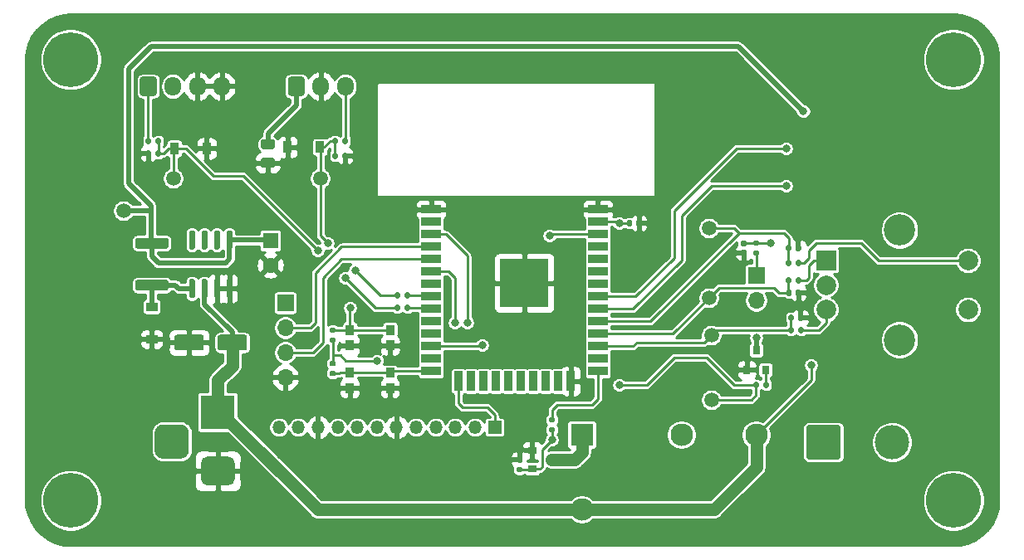
<source format=gbr>
%TF.GenerationSoftware,KiCad,Pcbnew,(5.1.10-1-10_14)*%
%TF.CreationDate,2022-07-31T12:18:55+02:00*%
%TF.ProjectId,RO Flow Counter,524f2046-6c6f-4772-9043-6f756e746572,rev?*%
%TF.SameCoordinates,Original*%
%TF.FileFunction,Copper,L2,Bot*%
%TF.FilePolarity,Positive*%
%FSLAX46Y46*%
G04 Gerber Fmt 4.6, Leading zero omitted, Abs format (unit mm)*
G04 Created by KiCad (PCBNEW (5.1.10-1-10_14)) date 2022-07-31 12:18:55*
%MOMM*%
%LPD*%
G01*
G04 APERTURE LIST*
%TA.AperFunction,ComponentPad*%
%ADD10C,3.500000*%
%TD*%
%TA.AperFunction,SMDPad,CuDef*%
%ADD11C,1.500000*%
%TD*%
%TA.AperFunction,SMDPad,CuDef*%
%ADD12R,0.900000X1.200000*%
%TD*%
%TA.AperFunction,ComponentPad*%
%ADD13O,1.700000X1.700000*%
%TD*%
%TA.AperFunction,ComponentPad*%
%ADD14R,1.700000X1.700000*%
%TD*%
%TA.AperFunction,SMDPad,CuDef*%
%ADD15R,2.000000X0.900000*%
%TD*%
%TA.AperFunction,SMDPad,CuDef*%
%ADD16R,0.900000X2.000000*%
%TD*%
%TA.AperFunction,SMDPad,CuDef*%
%ADD17R,5.000000X5.000000*%
%TD*%
%TA.AperFunction,ComponentPad*%
%ADD18O,1.700000X1.950000*%
%TD*%
%TA.AperFunction,SMDPad,CuDef*%
%ADD19R,0.900000X1.000000*%
%TD*%
%TA.AperFunction,SMDPad,CuDef*%
%ADD20R,0.800000X0.900000*%
%TD*%
%TA.AperFunction,ComponentPad*%
%ADD21R,3.500000X3.500000*%
%TD*%
%TA.AperFunction,ComponentPad*%
%ADD22O,1.350000X1.350000*%
%TD*%
%TA.AperFunction,ComponentPad*%
%ADD23R,1.350000X1.350000*%
%TD*%
%TA.AperFunction,SMDPad,CuDef*%
%ADD24R,0.900000X0.800000*%
%TD*%
%TA.AperFunction,ComponentPad*%
%ADD25C,2.300000*%
%TD*%
%TA.AperFunction,ComponentPad*%
%ADD26R,2.300000X2.300000*%
%TD*%
%TA.AperFunction,ComponentPad*%
%ADD27R,2.000000X2.000000*%
%TD*%
%TA.AperFunction,ComponentPad*%
%ADD28C,2.000000*%
%TD*%
%TA.AperFunction,ComponentPad*%
%ADD29C,3.200000*%
%TD*%
%TA.AperFunction,ComponentPad*%
%ADD30C,5.600000*%
%TD*%
%TA.AperFunction,SMDPad,CuDef*%
%ADD31R,1.200000X0.900000*%
%TD*%
%TA.AperFunction,ComponentPad*%
%ADD32C,1.600000*%
%TD*%
%TA.AperFunction,ComponentPad*%
%ADD33R,1.600000X1.600000*%
%TD*%
%TA.AperFunction,ViaPad*%
%ADD34C,0.800000*%
%TD*%
%TA.AperFunction,Conductor*%
%ADD35C,1.270000*%
%TD*%
%TA.AperFunction,Conductor*%
%ADD36C,0.508000*%
%TD*%
%TA.AperFunction,Conductor*%
%ADD37C,0.254000*%
%TD*%
%TA.AperFunction,Conductor*%
%ADD38C,0.100000*%
%TD*%
G04 APERTURE END LIST*
D10*
%TO.P,J7,2*%
%TO.N,Net-(F1-Pad1)*%
X212740000Y-99060000D03*
%TO.P,J7,1*%
%TO.N,Net-(J7-Pad1)*%
%TA.AperFunction,ComponentPad*%
G36*
G01*
X203990000Y-100559999D02*
X203990000Y-97560001D01*
G75*
G02*
X204240001Y-97310000I250001J0D01*
G01*
X207239999Y-97310000D01*
G75*
G02*
X207490000Y-97560001I0J-250001D01*
G01*
X207490000Y-100559999D01*
G75*
G02*
X207239999Y-100810000I-250001J0D01*
G01*
X204240001Y-100810000D01*
G75*
G02*
X203990000Y-100559999I0J250001D01*
G01*
G37*
%TD.AperFunction*%
%TD*%
%TO.P,R20,2*%
%TO.N,Net-(Q3-Pad1)*%
%TA.AperFunction,SMDPad,CuDef*%
G36*
G01*
X174567000Y-101586000D02*
X174937000Y-101586000D01*
G75*
G02*
X175072000Y-101721000I0J-135000D01*
G01*
X175072000Y-101991000D01*
G75*
G02*
X174937000Y-102126000I-135000J0D01*
G01*
X174567000Y-102126000D01*
G75*
G02*
X174432000Y-101991000I0J135000D01*
G01*
X174432000Y-101721000D01*
G75*
G02*
X174567000Y-101586000I135000J0D01*
G01*
G37*
%TD.AperFunction*%
%TO.P,R20,1*%
%TO.N,GND*%
%TA.AperFunction,SMDPad,CuDef*%
G36*
G01*
X174567000Y-100566000D02*
X174937000Y-100566000D01*
G75*
G02*
X175072000Y-100701000I0J-135000D01*
G01*
X175072000Y-100971000D01*
G75*
G02*
X174937000Y-101106000I-135000J0D01*
G01*
X174567000Y-101106000D01*
G75*
G02*
X174432000Y-100971000I0J135000D01*
G01*
X174432000Y-100701000D01*
G75*
G02*
X174567000Y-100566000I135000J0D01*
G01*
G37*
%TD.AperFunction*%
%TD*%
D11*
%TO.P,TP9,1*%
%TO.N,Net-(D4-Pad1)*%
X154432000Y-72136000D03*
%TD*%
%TO.P,TP7,1*%
%TO.N,Net-(D5-Pad1)*%
X139446000Y-72136000D03*
%TD*%
%TO.P,R19,2*%
%TO.N,GND*%
%TA.AperFunction,SMDPad,CuDef*%
G36*
G01*
X156704000Y-70035000D02*
X156704000Y-69665000D01*
G75*
G02*
X156839000Y-69530000I135000J0D01*
G01*
X157109000Y-69530000D01*
G75*
G02*
X157244000Y-69665000I0J-135000D01*
G01*
X157244000Y-70035000D01*
G75*
G02*
X157109000Y-70170000I-135000J0D01*
G01*
X156839000Y-70170000D01*
G75*
G02*
X156704000Y-70035000I0J135000D01*
G01*
G37*
%TD.AperFunction*%
%TO.P,R19,1*%
%TO.N,Net-(D4-Pad1)*%
%TA.AperFunction,SMDPad,CuDef*%
G36*
G01*
X155684000Y-70035000D02*
X155684000Y-69665000D01*
G75*
G02*
X155819000Y-69530000I135000J0D01*
G01*
X156089000Y-69530000D01*
G75*
G02*
X156224000Y-69665000I0J-135000D01*
G01*
X156224000Y-70035000D01*
G75*
G02*
X156089000Y-70170000I-135000J0D01*
G01*
X155819000Y-70170000D01*
G75*
G02*
X155684000Y-70035000I0J135000D01*
G01*
G37*
%TD.AperFunction*%
%TD*%
%TO.P,R18,2*%
%TO.N,GND*%
%TA.AperFunction,SMDPad,CuDef*%
G36*
G01*
X137174000Y-69411000D02*
X137174000Y-69781000D01*
G75*
G02*
X137039000Y-69916000I-135000J0D01*
G01*
X136769000Y-69916000D01*
G75*
G02*
X136634000Y-69781000I0J135000D01*
G01*
X136634000Y-69411000D01*
G75*
G02*
X136769000Y-69276000I135000J0D01*
G01*
X137039000Y-69276000D01*
G75*
G02*
X137174000Y-69411000I0J-135000D01*
G01*
G37*
%TD.AperFunction*%
%TO.P,R18,1*%
%TO.N,Net-(D5-Pad1)*%
%TA.AperFunction,SMDPad,CuDef*%
G36*
G01*
X138194000Y-69411000D02*
X138194000Y-69781000D01*
G75*
G02*
X138059000Y-69916000I-135000J0D01*
G01*
X137789000Y-69916000D01*
G75*
G02*
X137654000Y-69781000I0J135000D01*
G01*
X137654000Y-69411000D01*
G75*
G02*
X137789000Y-69276000I135000J0D01*
G01*
X138059000Y-69276000D01*
G75*
G02*
X138194000Y-69411000I0J-135000D01*
G01*
G37*
%TD.AperFunction*%
%TD*%
%TO.P,R17,2*%
%TO.N,Net-(D4-Pad1)*%
%TA.AperFunction,SMDPad,CuDef*%
G36*
G01*
X162574000Y-83889000D02*
X162574000Y-84259000D01*
G75*
G02*
X162439000Y-84394000I-135000J0D01*
G01*
X162169000Y-84394000D01*
G75*
G02*
X162034000Y-84259000I0J135000D01*
G01*
X162034000Y-83889000D01*
G75*
G02*
X162169000Y-83754000I135000J0D01*
G01*
X162439000Y-83754000D01*
G75*
G02*
X162574000Y-83889000I0J-135000D01*
G01*
G37*
%TD.AperFunction*%
%TO.P,R17,1*%
%TO.N,/mcu/FLOW_IN*%
%TA.AperFunction,SMDPad,CuDef*%
G36*
G01*
X163594000Y-83889000D02*
X163594000Y-84259000D01*
G75*
G02*
X163459000Y-84394000I-135000J0D01*
G01*
X163189000Y-84394000D01*
G75*
G02*
X163054000Y-84259000I0J135000D01*
G01*
X163054000Y-83889000D01*
G75*
G02*
X163189000Y-83754000I135000J0D01*
G01*
X163459000Y-83754000D01*
G75*
G02*
X163594000Y-83889000I0J-135000D01*
G01*
G37*
%TD.AperFunction*%
%TD*%
%TO.P,R16,2*%
%TO.N,Net-(D5-Pad1)*%
%TA.AperFunction,SMDPad,CuDef*%
G36*
G01*
X162574000Y-85159000D02*
X162574000Y-85529000D01*
G75*
G02*
X162439000Y-85664000I-135000J0D01*
G01*
X162169000Y-85664000D01*
G75*
G02*
X162034000Y-85529000I0J135000D01*
G01*
X162034000Y-85159000D01*
G75*
G02*
X162169000Y-85024000I135000J0D01*
G01*
X162439000Y-85024000D01*
G75*
G02*
X162574000Y-85159000I0J-135000D01*
G01*
G37*
%TD.AperFunction*%
%TO.P,R16,1*%
%TO.N,/mcu/LEVEL_IN*%
%TA.AperFunction,SMDPad,CuDef*%
G36*
G01*
X163594000Y-85159000D02*
X163594000Y-85529000D01*
G75*
G02*
X163459000Y-85664000I-135000J0D01*
G01*
X163189000Y-85664000D01*
G75*
G02*
X163054000Y-85529000I0J135000D01*
G01*
X163054000Y-85159000D01*
G75*
G02*
X163189000Y-85024000I135000J0D01*
G01*
X163459000Y-85024000D01*
G75*
G02*
X163594000Y-85159000I0J-135000D01*
G01*
G37*
%TD.AperFunction*%
%TD*%
%TO.P,R15,2*%
%TO.N,Net-(D4-Pad1)*%
%TA.AperFunction,SMDPad,CuDef*%
G36*
G01*
X156224000Y-68141000D02*
X156224000Y-68511000D01*
G75*
G02*
X156089000Y-68646000I-135000J0D01*
G01*
X155819000Y-68646000D01*
G75*
G02*
X155684000Y-68511000I0J135000D01*
G01*
X155684000Y-68141000D01*
G75*
G02*
X155819000Y-68006000I135000J0D01*
G01*
X156089000Y-68006000D01*
G75*
G02*
X156224000Y-68141000I0J-135000D01*
G01*
G37*
%TD.AperFunction*%
%TO.P,R15,1*%
%TO.N,Net-(J5-Pad3)*%
%TA.AperFunction,SMDPad,CuDef*%
G36*
G01*
X157244000Y-68141000D02*
X157244000Y-68511000D01*
G75*
G02*
X157109000Y-68646000I-135000J0D01*
G01*
X156839000Y-68646000D01*
G75*
G02*
X156704000Y-68511000I0J135000D01*
G01*
X156704000Y-68141000D01*
G75*
G02*
X156839000Y-68006000I135000J0D01*
G01*
X157109000Y-68006000D01*
G75*
G02*
X157244000Y-68141000I0J-135000D01*
G01*
G37*
%TD.AperFunction*%
%TD*%
%TO.P,R8,2*%
%TO.N,Net-(D5-Pad1)*%
%TA.AperFunction,SMDPad,CuDef*%
G36*
G01*
X137652000Y-68511000D02*
X137652000Y-68141000D01*
G75*
G02*
X137787000Y-68006000I135000J0D01*
G01*
X138057000Y-68006000D01*
G75*
G02*
X138192000Y-68141000I0J-135000D01*
G01*
X138192000Y-68511000D01*
G75*
G02*
X138057000Y-68646000I-135000J0D01*
G01*
X137787000Y-68646000D01*
G75*
G02*
X137652000Y-68511000I0J135000D01*
G01*
G37*
%TD.AperFunction*%
%TO.P,R8,1*%
%TO.N,Net-(J6-Pad1)*%
%TA.AperFunction,SMDPad,CuDef*%
G36*
G01*
X136632000Y-68511000D02*
X136632000Y-68141000D01*
G75*
G02*
X136767000Y-68006000I135000J0D01*
G01*
X137037000Y-68006000D01*
G75*
G02*
X137172000Y-68141000I0J-135000D01*
G01*
X137172000Y-68511000D01*
G75*
G02*
X137037000Y-68646000I-135000J0D01*
G01*
X136767000Y-68646000D01*
G75*
G02*
X136632000Y-68511000I0J135000D01*
G01*
G37*
%TD.AperFunction*%
%TD*%
D12*
%TO.P,D5,2*%
%TO.N,GND*%
X142874000Y-69088000D03*
%TO.P,D5,1*%
%TO.N,Net-(D5-Pad1)*%
X139574000Y-69088000D03*
%TD*%
D13*
%TO.P,J1,2*%
%TO.N,Net-(J1-Pad2)*%
X198882000Y-84582000D03*
D14*
%TO.P,J1,1*%
%TO.N,Net-(J1-Pad1)*%
X198882000Y-82042000D03*
%TD*%
D15*
%TO.P,U2,38*%
%TO.N,GND*%
X165744000Y-75311000D03*
%TO.P,U2,37*%
%TO.N,N/C*%
X165744000Y-76581000D03*
%TO.P,U2,36*%
%TO.N,/display/SCL*%
X165744000Y-77851000D03*
%TO.P,U2,35*%
%TO.N,/mcu/TX*%
X165744000Y-79121000D03*
%TO.P,U2,34*%
%TO.N,/mcu/RX*%
X165744000Y-80391000D03*
%TO.P,U2,33*%
%TO.N,/display/SDA*%
X165744000Y-81661000D03*
%TO.P,U2,32*%
%TO.N,N/C*%
X165744000Y-82931000D03*
%TO.P,U2,31*%
%TO.N,/mcu/FLOW_IN*%
X165744000Y-84201000D03*
%TO.P,U2,30*%
%TO.N,/mcu/LEVEL_IN*%
X165744000Y-85471000D03*
%TO.P,U2,29*%
%TO.N,N/C*%
X165744000Y-86741000D03*
%TO.P,U2,28*%
X165744000Y-88011000D03*
%TO.P,U2,27*%
%TO.N,/display/BACKLIGHT_LCD*%
X165744000Y-89281000D03*
%TO.P,U2,26*%
%TO.N,N/C*%
X165744000Y-90551000D03*
%TO.P,U2,25*%
%TO.N,Net-(R14-Pad2)*%
X165744000Y-91821000D03*
D16*
%TO.P,U2,24*%
%TO.N,/display/RESET_DISPLAY*%
X168529000Y-92821000D03*
%TO.P,U2,23*%
%TO.N,N/C*%
X169799000Y-92821000D03*
%TO.P,U2,22*%
X171069000Y-92821000D03*
%TO.P,U2,21*%
X172339000Y-92821000D03*
%TO.P,U2,20*%
X173609000Y-92821000D03*
%TO.P,U2,19*%
X174879000Y-92821000D03*
%TO.P,U2,18*%
X176149000Y-92821000D03*
%TO.P,U2,17*%
X177419000Y-92821000D03*
%TO.P,U2,16*%
X178689000Y-92821000D03*
%TO.P,U2,15*%
%TO.N,GND*%
X179959000Y-92821000D03*
D15*
%TO.P,U2,14*%
%TO.N,/mcu/RELAY_OUT*%
X182744000Y-91821000D03*
%TO.P,U2,13*%
%TO.N,N/C*%
X182744000Y-90551000D03*
%TO.P,U2,12*%
%TO.N,/mcu/RE_B*%
X182744000Y-89281000D03*
%TO.P,U2,11*%
%TO.N,/mcu/RE_A*%
X182744000Y-88011000D03*
%TO.P,U2,10*%
%TO.N,/mcu/SW_PRESS*%
X182744000Y-86741000D03*
%TO.P,U2,9*%
%TO.N,/mcu/NORMAL_OPERATION_OUT*%
X182744000Y-85471000D03*
%TO.P,U2,8*%
%TO.N,/mcu/ERROR_OUT*%
X182744000Y-84201000D03*
%TO.P,U2,7*%
%TO.N,N/C*%
X182744000Y-82931000D03*
%TO.P,U2,6*%
X182744000Y-81661000D03*
%TO.P,U2,5*%
X182744000Y-80391000D03*
%TO.P,U2,4*%
X182744000Y-79121000D03*
%TO.P,U2,3*%
%TO.N,Net-(R13-Pad2)*%
X182744000Y-77851000D03*
%TO.P,U2,2*%
%TO.N,+3V3*%
X182744000Y-76581000D03*
%TO.P,U2,1*%
%TO.N,GND*%
X182744000Y-75311000D03*
D17*
%TO.P,U2,39*%
X175244000Y-82811000D03*
%TD*%
%TO.P,R14,2*%
%TO.N,Net-(R14-Pad2)*%
%TA.AperFunction,SMDPad,CuDef*%
G36*
G01*
X155517000Y-91786624D02*
X155887000Y-91786624D01*
G75*
G02*
X156022000Y-91921624I0J-135000D01*
G01*
X156022000Y-92191624D01*
G75*
G02*
X155887000Y-92326624I-135000J0D01*
G01*
X155517000Y-92326624D01*
G75*
G02*
X155382000Y-92191624I0J135000D01*
G01*
X155382000Y-91921624D01*
G75*
G02*
X155517000Y-91786624I135000J0D01*
G01*
G37*
%TD.AperFunction*%
%TO.P,R14,1*%
%TO.N,+3V3*%
%TA.AperFunction,SMDPad,CuDef*%
G36*
G01*
X155517000Y-90766624D02*
X155887000Y-90766624D01*
G75*
G02*
X156022000Y-90901624I0J-135000D01*
G01*
X156022000Y-91171624D01*
G75*
G02*
X155887000Y-91306624I-135000J0D01*
G01*
X155517000Y-91306624D01*
G75*
G02*
X155382000Y-91171624I0J135000D01*
G01*
X155382000Y-90901624D01*
G75*
G02*
X155517000Y-90766624I135000J0D01*
G01*
G37*
%TD.AperFunction*%
%TD*%
%TO.P,R13,2*%
%TO.N,Net-(R13-Pad2)*%
%TA.AperFunction,SMDPad,CuDef*%
G36*
G01*
X155887000Y-87898000D02*
X155517000Y-87898000D01*
G75*
G02*
X155382000Y-87763000I0J135000D01*
G01*
X155382000Y-87493000D01*
G75*
G02*
X155517000Y-87358000I135000J0D01*
G01*
X155887000Y-87358000D01*
G75*
G02*
X156022000Y-87493000I0J-135000D01*
G01*
X156022000Y-87763000D01*
G75*
G02*
X155887000Y-87898000I-135000J0D01*
G01*
G37*
%TD.AperFunction*%
%TO.P,R13,1*%
%TO.N,+3V3*%
%TA.AperFunction,SMDPad,CuDef*%
G36*
G01*
X155887000Y-88918000D02*
X155517000Y-88918000D01*
G75*
G02*
X155382000Y-88783000I0J135000D01*
G01*
X155382000Y-88513000D01*
G75*
G02*
X155517000Y-88378000I135000J0D01*
G01*
X155887000Y-88378000D01*
G75*
G02*
X156022000Y-88513000I0J-135000D01*
G01*
X156022000Y-88783000D01*
G75*
G02*
X155887000Y-88918000I-135000J0D01*
G01*
G37*
%TD.AperFunction*%
%TD*%
D18*
%TO.P,J6,4*%
%TO.N,GND*%
X144406000Y-62738000D03*
%TO.P,J6,3*%
X141906000Y-62738000D03*
%TO.P,J6,2*%
%TO.N,+24V*%
X139406000Y-62738000D03*
%TO.P,J6,1*%
%TO.N,Net-(J6-Pad1)*%
%TA.AperFunction,ComponentPad*%
G36*
G01*
X136056000Y-63463000D02*
X136056000Y-62013000D01*
G75*
G02*
X136306000Y-61763000I250000J0D01*
G01*
X137506000Y-61763000D01*
G75*
G02*
X137756000Y-62013000I0J-250000D01*
G01*
X137756000Y-63463000D01*
G75*
G02*
X137506000Y-63713000I-250000J0D01*
G01*
X136306000Y-63713000D01*
G75*
G02*
X136056000Y-63463000I0J250000D01*
G01*
G37*
%TD.AperFunction*%
%TD*%
%TO.P,J5,3*%
%TO.N,Net-(J5-Pad3)*%
X157000000Y-62738000D03*
%TO.P,J5,2*%
%TO.N,GND*%
X154500000Y-62738000D03*
%TO.P,J5,1*%
%TO.N,+24V*%
%TA.AperFunction,ComponentPad*%
G36*
G01*
X151150000Y-63463000D02*
X151150000Y-62013000D01*
G75*
G02*
X151400000Y-61763000I250000J0D01*
G01*
X152600000Y-61763000D01*
G75*
G02*
X152850000Y-62013000I0J-250000D01*
G01*
X152850000Y-63463000D01*
G75*
G02*
X152600000Y-63713000I-250000J0D01*
G01*
X151400000Y-63713000D01*
G75*
G02*
X151150000Y-63463000I0J250000D01*
G01*
G37*
%TD.AperFunction*%
%TD*%
D19*
%TO.P,SW4,2*%
%TO.N,GND*%
X157444000Y-93548000D03*
%TO.P,SW4,1*%
%TO.N,Net-(R14-Pad2)*%
X157444000Y-91948000D03*
%TO.P,SW4,2*%
%TO.N,GND*%
X161544000Y-93548000D03*
%TO.P,SW4,1*%
%TO.N,Net-(R14-Pad2)*%
X161544000Y-91948000D03*
%TD*%
%TO.P,SW3,2*%
%TO.N,Net-(R13-Pad2)*%
X161562000Y-87592000D03*
%TO.P,SW3,1*%
%TO.N,GND*%
X161562000Y-89192000D03*
%TO.P,SW3,2*%
%TO.N,Net-(R13-Pad2)*%
X157462000Y-87592000D03*
%TO.P,SW3,1*%
%TO.N,GND*%
X157462000Y-89192000D03*
%TD*%
%TO.P,C19,2*%
%TO.N,GND*%
%TA.AperFunction,SMDPad,CuDef*%
G36*
G01*
X186636000Y-76878000D02*
X186636000Y-76538000D01*
G75*
G02*
X186776000Y-76398000I140000J0D01*
G01*
X187056000Y-76398000D01*
G75*
G02*
X187196000Y-76538000I0J-140000D01*
G01*
X187196000Y-76878000D01*
G75*
G02*
X187056000Y-77018000I-140000J0D01*
G01*
X186776000Y-77018000D01*
G75*
G02*
X186636000Y-76878000I0J140000D01*
G01*
G37*
%TD.AperFunction*%
%TO.P,C19,1*%
%TO.N,+3V3*%
%TA.AperFunction,SMDPad,CuDef*%
G36*
G01*
X185676000Y-76878000D02*
X185676000Y-76538000D01*
G75*
G02*
X185816000Y-76398000I140000J0D01*
G01*
X186096000Y-76398000D01*
G75*
G02*
X186236000Y-76538000I0J-140000D01*
G01*
X186236000Y-76878000D01*
G75*
G02*
X186096000Y-77018000I-140000J0D01*
G01*
X185816000Y-77018000D01*
G75*
G02*
X185676000Y-76878000I0J140000D01*
G01*
G37*
%TD.AperFunction*%
%TD*%
D13*
%TO.P,J8,4*%
%TO.N,GND*%
X150876000Y-92456000D03*
%TO.P,J8,3*%
%TO.N,/mcu/RX*%
X150876000Y-89916000D03*
%TO.P,J8,2*%
%TO.N,/mcu/TX*%
X150876000Y-87376000D03*
D14*
%TO.P,J8,1*%
%TO.N,+3V3*%
X150876000Y-84836000D03*
%TD*%
D11*
%TO.P,TP12,1*%
%TO.N,/display/BACKLIGHT_LCD*%
X194310000Y-94742000D03*
%TD*%
%TO.P,R12,2*%
%TO.N,/display/BACKLIGHT_LCD*%
%TA.AperFunction,SMDPad,CuDef*%
G36*
G01*
X199148001Y-93033000D02*
X199148001Y-93403000D01*
G75*
G02*
X199013001Y-93538000I-135000J0D01*
G01*
X198743001Y-93538000D01*
G75*
G02*
X198608001Y-93403000I0J135000D01*
G01*
X198608001Y-93033000D01*
G75*
G02*
X198743001Y-92898000I135000J0D01*
G01*
X199013001Y-92898000D01*
G75*
G02*
X199148001Y-93033000I0J-135000D01*
G01*
G37*
%TD.AperFunction*%
%TO.P,R12,1*%
%TO.N,Net-(Q4-Pad1)*%
%TA.AperFunction,SMDPad,CuDef*%
G36*
G01*
X200168001Y-93033000D02*
X200168001Y-93403000D01*
G75*
G02*
X200033001Y-93538000I-135000J0D01*
G01*
X199763001Y-93538000D01*
G75*
G02*
X199628001Y-93403000I0J135000D01*
G01*
X199628001Y-93033000D01*
G75*
G02*
X199763001Y-92898000I135000J0D01*
G01*
X200033001Y-92898000D01*
G75*
G02*
X200168001Y-93033000I0J-135000D01*
G01*
G37*
%TD.AperFunction*%
%TD*%
D20*
%TO.P,Q4,3*%
%TO.N,Net-(J1-Pad2)*%
X198882000Y-89678000D03*
%TO.P,Q4,2*%
%TO.N,GND*%
X197932000Y-91678000D03*
%TO.P,Q4,1*%
%TO.N,Net-(Q4-Pad1)*%
X199832000Y-91678000D03*
%TD*%
D11*
%TO.P,TP5,1*%
%TO.N,/mcu/RE_B*%
X194310000Y-88138000D03*
%TD*%
%TO.P,TP3,1*%
%TO.N,/mcu/RE_A*%
X194056000Y-84328000D03*
%TD*%
%TO.P,TP2,1*%
%TO.N,/mcu/SW_PRESS*%
X194056000Y-77216000D03*
%TD*%
%TO.P,R11,2*%
%TO.N,Net-(R11-Pad2)*%
%TA.AperFunction,SMDPad,CuDef*%
G36*
G01*
X202930000Y-80957000D02*
X202930000Y-80587000D01*
G75*
G02*
X203065000Y-80452000I135000J0D01*
G01*
X203335000Y-80452000D01*
G75*
G02*
X203470000Y-80587000I0J-135000D01*
G01*
X203470000Y-80957000D01*
G75*
G02*
X203335000Y-81092000I-135000J0D01*
G01*
X203065000Y-81092000D01*
G75*
G02*
X202930000Y-80957000I0J135000D01*
G01*
G37*
%TD.AperFunction*%
%TO.P,R11,1*%
%TO.N,/mcu/SW_PRESS*%
%TA.AperFunction,SMDPad,CuDef*%
G36*
G01*
X201910000Y-80957000D02*
X201910000Y-80587000D01*
G75*
G02*
X202045000Y-80452000I135000J0D01*
G01*
X202315000Y-80452000D01*
G75*
G02*
X202450000Y-80587000I0J-135000D01*
G01*
X202450000Y-80957000D01*
G75*
G02*
X202315000Y-81092000I-135000J0D01*
G01*
X202045000Y-81092000D01*
G75*
G02*
X201910000Y-80957000I0J135000D01*
G01*
G37*
%TD.AperFunction*%
%TD*%
%TO.P,R10,2*%
%TO.N,/mcu/RE_B*%
%TA.AperFunction,SMDPad,CuDef*%
G36*
G01*
X202704001Y-87445000D02*
X202704001Y-87815000D01*
G75*
G02*
X202569001Y-87950000I-135000J0D01*
G01*
X202299001Y-87950000D01*
G75*
G02*
X202164001Y-87815000I0J135000D01*
G01*
X202164001Y-87445000D01*
G75*
G02*
X202299001Y-87310000I135000J0D01*
G01*
X202569001Y-87310000D01*
G75*
G02*
X202704001Y-87445000I0J-135000D01*
G01*
G37*
%TD.AperFunction*%
%TO.P,R10,1*%
%TO.N,Net-(R10-Pad1)*%
%TA.AperFunction,SMDPad,CuDef*%
G36*
G01*
X203724001Y-87445000D02*
X203724001Y-87815000D01*
G75*
G02*
X203589001Y-87950000I-135000J0D01*
G01*
X203319001Y-87950000D01*
G75*
G02*
X203184001Y-87815000I0J135000D01*
G01*
X203184001Y-87445000D01*
G75*
G02*
X203319001Y-87310000I135000J0D01*
G01*
X203589001Y-87310000D01*
G75*
G02*
X203724001Y-87445000I0J-135000D01*
G01*
G37*
%TD.AperFunction*%
%TD*%
%TO.P,R9,2*%
%TO.N,/mcu/RE_A*%
%TA.AperFunction,SMDPad,CuDef*%
G36*
G01*
X202452000Y-82365000D02*
X202452000Y-82735000D01*
G75*
G02*
X202317000Y-82870000I-135000J0D01*
G01*
X202047000Y-82870000D01*
G75*
G02*
X201912000Y-82735000I0J135000D01*
G01*
X201912000Y-82365000D01*
G75*
G02*
X202047000Y-82230000I135000J0D01*
G01*
X202317000Y-82230000D01*
G75*
G02*
X202452000Y-82365000I0J-135000D01*
G01*
G37*
%TD.AperFunction*%
%TO.P,R9,1*%
%TO.N,Net-(R9-Pad1)*%
%TA.AperFunction,SMDPad,CuDef*%
G36*
G01*
X203472000Y-82365000D02*
X203472000Y-82735000D01*
G75*
G02*
X203337000Y-82870000I-135000J0D01*
G01*
X203067000Y-82870000D01*
G75*
G02*
X202932000Y-82735000I0J135000D01*
G01*
X202932000Y-82365000D01*
G75*
G02*
X203067000Y-82230000I135000J0D01*
G01*
X203337000Y-82230000D01*
G75*
G02*
X203472000Y-82365000I0J-135000D01*
G01*
G37*
%TD.AperFunction*%
%TD*%
D12*
%TO.P,D4,2*%
%TO.N,GND*%
X151107274Y-68937274D03*
%TO.P,D4,1*%
%TO.N,Net-(D4-Pad1)*%
X154407274Y-68937274D03*
%TD*%
%TO.P,C18,2*%
%TO.N,GND*%
%TA.AperFunction,SMDPad,CuDef*%
G36*
G01*
X203118000Y-86530000D02*
X203118000Y-86190000D01*
G75*
G02*
X203258000Y-86050000I140000J0D01*
G01*
X203538000Y-86050000D01*
G75*
G02*
X203678000Y-86190000I0J-140000D01*
G01*
X203678000Y-86530000D01*
G75*
G02*
X203538000Y-86670000I-140000J0D01*
G01*
X203258000Y-86670000D01*
G75*
G02*
X203118000Y-86530000I0J140000D01*
G01*
G37*
%TD.AperFunction*%
%TO.P,C18,1*%
%TO.N,/mcu/RE_B*%
%TA.AperFunction,SMDPad,CuDef*%
G36*
G01*
X202158000Y-86530000D02*
X202158000Y-86190000D01*
G75*
G02*
X202298000Y-86050000I140000J0D01*
G01*
X202578000Y-86050000D01*
G75*
G02*
X202718000Y-86190000I0J-140000D01*
G01*
X202718000Y-86530000D01*
G75*
G02*
X202578000Y-86670000I-140000J0D01*
G01*
X202298000Y-86670000D01*
G75*
G02*
X202158000Y-86530000I0J140000D01*
G01*
G37*
%TD.AperFunction*%
%TD*%
%TO.P,C17,1*%
%TO.N,/mcu/RE_A*%
%TA.AperFunction,SMDPad,CuDef*%
G36*
G01*
X201932000Y-83990000D02*
X201932000Y-83650000D01*
G75*
G02*
X202072000Y-83510000I140000J0D01*
G01*
X202352000Y-83510000D01*
G75*
G02*
X202492000Y-83650000I0J-140000D01*
G01*
X202492000Y-83990000D01*
G75*
G02*
X202352000Y-84130000I-140000J0D01*
G01*
X202072000Y-84130000D01*
G75*
G02*
X201932000Y-83990000I0J140000D01*
G01*
G37*
%TD.AperFunction*%
%TO.P,C17,2*%
%TO.N,GND*%
%TA.AperFunction,SMDPad,CuDef*%
G36*
G01*
X202892000Y-83990000D02*
X202892000Y-83650000D01*
G75*
G02*
X203032000Y-83510000I140000J0D01*
G01*
X203312000Y-83510000D01*
G75*
G02*
X203452000Y-83650000I0J-140000D01*
G01*
X203452000Y-83990000D01*
G75*
G02*
X203312000Y-84130000I-140000J0D01*
G01*
X203032000Y-84130000D01*
G75*
G02*
X202892000Y-83990000I0J140000D01*
G01*
G37*
%TD.AperFunction*%
%TD*%
%TO.P,C16,2*%
%TO.N,GND*%
%TA.AperFunction,SMDPad,CuDef*%
G36*
G01*
X202864000Y-79418000D02*
X202864000Y-79078000D01*
G75*
G02*
X203004000Y-78938000I140000J0D01*
G01*
X203284000Y-78938000D01*
G75*
G02*
X203424000Y-79078000I0J-140000D01*
G01*
X203424000Y-79418000D01*
G75*
G02*
X203284000Y-79558000I-140000J0D01*
G01*
X203004000Y-79558000D01*
G75*
G02*
X202864000Y-79418000I0J140000D01*
G01*
G37*
%TD.AperFunction*%
%TO.P,C16,1*%
%TO.N,/mcu/SW_PRESS*%
%TA.AperFunction,SMDPad,CuDef*%
G36*
G01*
X201904000Y-79418000D02*
X201904000Y-79078000D01*
G75*
G02*
X202044000Y-78938000I140000J0D01*
G01*
X202324000Y-78938000D01*
G75*
G02*
X202464000Y-79078000I0J-140000D01*
G01*
X202464000Y-79418000D01*
G75*
G02*
X202324000Y-79558000I-140000J0D01*
G01*
X202044000Y-79558000D01*
G75*
G02*
X201904000Y-79418000I0J140000D01*
G01*
G37*
%TD.AperFunction*%
%TD*%
%TO.P,J3,3*%
%TO.N,N/C*%
%TA.AperFunction,ComponentPad*%
G36*
G01*
X140175000Y-100750000D02*
X138425000Y-100750000D01*
G75*
G02*
X137550000Y-99875000I0J875000D01*
G01*
X137550000Y-98125000D01*
G75*
G02*
X138425000Y-97250000I875000J0D01*
G01*
X140175000Y-97250000D01*
G75*
G02*
X141050000Y-98125000I0J-875000D01*
G01*
X141050000Y-99875000D01*
G75*
G02*
X140175000Y-100750000I-875000J0D01*
G01*
G37*
%TD.AperFunction*%
%TO.P,J3,2*%
%TO.N,GND*%
%TA.AperFunction,ComponentPad*%
G36*
G01*
X145000000Y-103500000D02*
X143000000Y-103500000D01*
G75*
G02*
X142250000Y-102750000I0J750000D01*
G01*
X142250000Y-101250000D01*
G75*
G02*
X143000000Y-100500000I750000J0D01*
G01*
X145000000Y-100500000D01*
G75*
G02*
X145750000Y-101250000I0J-750000D01*
G01*
X145750000Y-102750000D01*
G75*
G02*
X145000000Y-103500000I-750000J0D01*
G01*
G37*
%TD.AperFunction*%
D21*
%TO.P,J3,1*%
%TO.N,+24V*%
X144000000Y-96000000D03*
%TD*%
D22*
%TO.P,J2,12*%
%TO.N,Net-(C3-Pad1)*%
X150212000Y-97536000D03*
%TO.P,J2,11*%
%TO.N,Net-(C3-Pad2)*%
X152212000Y-97536000D03*
%TO.P,J2,10*%
%TO.N,GND*%
X154212000Y-97536000D03*
%TO.P,J2,9*%
%TO.N,Net-(J2-Pad9)*%
X156212000Y-97536000D03*
%TO.P,J2,8*%
%TO.N,N/C*%
X158212000Y-97536000D03*
%TO.P,J2,7*%
%TO.N,+3V3*%
X160212000Y-97536000D03*
%TO.P,J2,6*%
%TO.N,GND*%
X162212000Y-97536000D03*
%TO.P,J2,5*%
%TO.N,/display/SDA*%
X164212000Y-97536000D03*
%TO.P,J2,4*%
%TO.N,/display/SCL*%
X166212000Y-97536000D03*
%TO.P,J2,3*%
%TO.N,N/C*%
X168212000Y-97536000D03*
%TO.P,J2,2*%
X170212000Y-97536000D03*
D23*
%TO.P,J2,1*%
%TO.N,/display/RESET_DISPLAY*%
X172212000Y-97536000D03*
%TD*%
%TO.P,R7,2*%
%TO.N,/mcu/RELAY_OUT*%
%TA.AperFunction,SMDPad,CuDef*%
G36*
G01*
X178239000Y-97042000D02*
X177869000Y-97042000D01*
G75*
G02*
X177734000Y-96907000I0J135000D01*
G01*
X177734000Y-96637000D01*
G75*
G02*
X177869000Y-96502000I135000J0D01*
G01*
X178239000Y-96502000D01*
G75*
G02*
X178374000Y-96637000I0J-135000D01*
G01*
X178374000Y-96907000D01*
G75*
G02*
X178239000Y-97042000I-135000J0D01*
G01*
G37*
%TD.AperFunction*%
%TO.P,R7,1*%
%TO.N,Net-(Q3-Pad1)*%
%TA.AperFunction,SMDPad,CuDef*%
G36*
G01*
X178239000Y-98062000D02*
X177869000Y-98062000D01*
G75*
G02*
X177734000Y-97927000I0J135000D01*
G01*
X177734000Y-97657000D01*
G75*
G02*
X177869000Y-97522000I135000J0D01*
G01*
X178239000Y-97522000D01*
G75*
G02*
X178374000Y-97657000I0J-135000D01*
G01*
X178374000Y-97927000D01*
G75*
G02*
X178239000Y-98062000I-135000J0D01*
G01*
G37*
%TD.AperFunction*%
%TD*%
D24*
%TO.P,Q3,3*%
%TO.N,Net-(K1-Pad1)*%
X178038000Y-100838000D03*
%TO.P,Q3,2*%
%TO.N,GND*%
X176038000Y-99888000D03*
%TO.P,Q3,1*%
%TO.N,Net-(Q3-Pad1)*%
X176038000Y-101788000D03*
%TD*%
D25*
%TO.P,K1,5*%
%TO.N,+24V*%
X181102000Y-105918000D03*
%TO.P,K1,3*%
X198882000Y-98298000D03*
%TO.P,K1,2*%
%TO.N,Net-(J7-Pad1)*%
X191262000Y-98298000D03*
D26*
%TO.P,K1,1*%
%TO.N,Net-(K1-Pad1)*%
X181102000Y-98298000D03*
%TD*%
%TO.P,U1,8*%
%TO.N,Net-(D3-Pad1)*%
%TA.AperFunction,SMDPad,CuDef*%
G36*
G01*
X141219277Y-82394000D02*
X141519277Y-82394000D01*
G75*
G02*
X141669277Y-82544000I0J-150000D01*
G01*
X141669277Y-84194000D01*
G75*
G02*
X141519277Y-84344000I-150000J0D01*
G01*
X141219277Y-84344000D01*
G75*
G02*
X141069277Y-84194000I0J150000D01*
G01*
X141069277Y-82544000D01*
G75*
G02*
X141219277Y-82394000I150000J0D01*
G01*
G37*
%TD.AperFunction*%
%TO.P,U1,7*%
%TO.N,+24V*%
%TA.AperFunction,SMDPad,CuDef*%
G36*
G01*
X142489277Y-82394000D02*
X142789277Y-82394000D01*
G75*
G02*
X142939277Y-82544000I0J-150000D01*
G01*
X142939277Y-84194000D01*
G75*
G02*
X142789277Y-84344000I-150000J0D01*
G01*
X142489277Y-84344000D01*
G75*
G02*
X142339277Y-84194000I0J150000D01*
G01*
X142339277Y-82544000D01*
G75*
G02*
X142489277Y-82394000I150000J0D01*
G01*
G37*
%TD.AperFunction*%
%TO.P,U1,6*%
%TO.N,GND*%
%TA.AperFunction,SMDPad,CuDef*%
G36*
G01*
X143759277Y-82394000D02*
X144059277Y-82394000D01*
G75*
G02*
X144209277Y-82544000I0J-150000D01*
G01*
X144209277Y-84194000D01*
G75*
G02*
X144059277Y-84344000I-150000J0D01*
G01*
X143759277Y-84344000D01*
G75*
G02*
X143609277Y-84194000I0J150000D01*
G01*
X143609277Y-82544000D01*
G75*
G02*
X143759277Y-82394000I150000J0D01*
G01*
G37*
%TD.AperFunction*%
%TO.P,U1,5*%
%TA.AperFunction,SMDPad,CuDef*%
G36*
G01*
X145029277Y-82394000D02*
X145329277Y-82394000D01*
G75*
G02*
X145479277Y-82544000I0J-150000D01*
G01*
X145479277Y-84194000D01*
G75*
G02*
X145329277Y-84344000I-150000J0D01*
G01*
X145029277Y-84344000D01*
G75*
G02*
X144879277Y-84194000I0J150000D01*
G01*
X144879277Y-82544000D01*
G75*
G02*
X145029277Y-82394000I150000J0D01*
G01*
G37*
%TD.AperFunction*%
%TO.P,U1,4*%
%TO.N,+3V3*%
%TA.AperFunction,SMDPad,CuDef*%
G36*
G01*
X145029277Y-77444000D02*
X145329277Y-77444000D01*
G75*
G02*
X145479277Y-77594000I0J-150000D01*
G01*
X145479277Y-79244000D01*
G75*
G02*
X145329277Y-79394000I-150000J0D01*
G01*
X145029277Y-79394000D01*
G75*
G02*
X144879277Y-79244000I0J150000D01*
G01*
X144879277Y-77594000D01*
G75*
G02*
X145029277Y-77444000I150000J0D01*
G01*
G37*
%TD.AperFunction*%
%TO.P,U1,3*%
%TO.N,N/C*%
%TA.AperFunction,SMDPad,CuDef*%
G36*
G01*
X143759277Y-77444000D02*
X144059277Y-77444000D01*
G75*
G02*
X144209277Y-77594000I0J-150000D01*
G01*
X144209277Y-79244000D01*
G75*
G02*
X144059277Y-79394000I-150000J0D01*
G01*
X143759277Y-79394000D01*
G75*
G02*
X143609277Y-79244000I0J150000D01*
G01*
X143609277Y-77594000D01*
G75*
G02*
X143759277Y-77444000I150000J0D01*
G01*
G37*
%TD.AperFunction*%
%TO.P,U1,2*%
%TA.AperFunction,SMDPad,CuDef*%
G36*
G01*
X142489277Y-77444000D02*
X142789277Y-77444000D01*
G75*
G02*
X142939277Y-77594000I0J-150000D01*
G01*
X142939277Y-79244000D01*
G75*
G02*
X142789277Y-79394000I-150000J0D01*
G01*
X142489277Y-79394000D01*
G75*
G02*
X142339277Y-79244000I0J150000D01*
G01*
X142339277Y-77594000D01*
G75*
G02*
X142489277Y-77444000I150000J0D01*
G01*
G37*
%TD.AperFunction*%
%TO.P,U1,1*%
%TA.AperFunction,SMDPad,CuDef*%
G36*
G01*
X141219277Y-77444000D02*
X141519277Y-77444000D01*
G75*
G02*
X141669277Y-77594000I0J-150000D01*
G01*
X141669277Y-79244000D01*
G75*
G02*
X141519277Y-79394000I-150000J0D01*
G01*
X141219277Y-79394000D01*
G75*
G02*
X141069277Y-79244000I0J150000D01*
G01*
X141069277Y-77594000D01*
G75*
G02*
X141219277Y-77444000I150000J0D01*
G01*
G37*
%TD.AperFunction*%
%TD*%
D11*
%TO.P,TP1,1*%
%TO.N,+3V3*%
X134366000Y-75438000D03*
%TD*%
D27*
%TO.P,SW2,A*%
%TO.N,Net-(R9-Pad1)*%
X205994000Y-80518000D03*
D28*
%TO.P,SW2,C*%
%TO.N,+3V3*%
X205994000Y-83018000D03*
%TO.P,SW2,B*%
%TO.N,Net-(R10-Pad1)*%
X205994000Y-85518000D03*
D29*
%TO.P,SW2,MP*%
%TO.N,N/C*%
X213494000Y-77418000D03*
X213494000Y-88618000D03*
D28*
%TO.P,SW2,S2*%
%TO.N,Net-(R11-Pad2)*%
X220494000Y-80518000D03*
%TO.P,SW2,S1*%
%TO.N,+3V3*%
X220494000Y-85518000D03*
%TD*%
%TO.P,R5,2*%
%TO.N,+24V*%
%TA.AperFunction,SMDPad,CuDef*%
G36*
G01*
X199067000Y-79007999D02*
X198697000Y-79007999D01*
G75*
G02*
X198562000Y-78872999I0J135000D01*
G01*
X198562000Y-78602999D01*
G75*
G02*
X198697000Y-78467999I135000J0D01*
G01*
X199067000Y-78467999D01*
G75*
G02*
X199202000Y-78602999I0J-135000D01*
G01*
X199202000Y-78872999D01*
G75*
G02*
X199067000Y-79007999I-135000J0D01*
G01*
G37*
%TD.AperFunction*%
%TO.P,R5,1*%
%TO.N,Net-(J1-Pad1)*%
%TA.AperFunction,SMDPad,CuDef*%
G36*
G01*
X199067000Y-80027999D02*
X198697000Y-80027999D01*
G75*
G02*
X198562000Y-79892999I0J135000D01*
G01*
X198562000Y-79622999D01*
G75*
G02*
X198697000Y-79487999I135000J0D01*
G01*
X199067000Y-79487999D01*
G75*
G02*
X199202000Y-79622999I0J-135000D01*
G01*
X199202000Y-79892999D01*
G75*
G02*
X199067000Y-80027999I-135000J0D01*
G01*
G37*
%TD.AperFunction*%
%TD*%
%TO.P,L1,2*%
%TO.N,+3V3*%
%TA.AperFunction,SMDPad,CuDef*%
G36*
G01*
X138724281Y-79319000D02*
X135824275Y-79319000D01*
G75*
G02*
X135574278Y-79069003I0J249997D01*
G01*
X135574278Y-78443997D01*
G75*
G02*
X135824275Y-78194000I249997J0D01*
G01*
X138724281Y-78194000D01*
G75*
G02*
X138974278Y-78443997I0J-249997D01*
G01*
X138974278Y-79069003D01*
G75*
G02*
X138724281Y-79319000I-249997J0D01*
G01*
G37*
%TD.AperFunction*%
%TO.P,L1,1*%
%TO.N,Net-(D3-Pad1)*%
%TA.AperFunction,SMDPad,CuDef*%
G36*
G01*
X138724281Y-83594000D02*
X135824275Y-83594000D01*
G75*
G02*
X135574278Y-83344003I0J249997D01*
G01*
X135574278Y-82718997D01*
G75*
G02*
X135824275Y-82469000I249997J0D01*
G01*
X138724281Y-82469000D01*
G75*
G02*
X138974278Y-82718997I0J-249997D01*
G01*
X138974278Y-83344003D01*
G75*
G02*
X138724281Y-83594000I-249997J0D01*
G01*
G37*
%TD.AperFunction*%
%TD*%
D30*
%TO.P,H4,1*%
%TO.N,N/C*%
X129000000Y-60000000D03*
%TD*%
%TO.P,H3,1*%
%TO.N,N/C*%
X129000000Y-105000000D03*
%TD*%
%TO.P,H2,1*%
%TO.N,N/C*%
X219000000Y-60000000D03*
%TD*%
%TO.P,H1,1*%
%TO.N,N/C*%
X219000000Y-105000000D03*
%TD*%
D31*
%TO.P,D3,2*%
%TO.N,GND*%
X137274277Y-88544000D03*
%TO.P,D3,1*%
%TO.N,Net-(D3-Pad1)*%
X137274277Y-85244000D03*
%TD*%
%TO.P,C14,2*%
%TO.N,GND*%
%TA.AperFunction,SMDPad,CuDef*%
G36*
G01*
X148623000Y-70046000D02*
X149573000Y-70046000D01*
G75*
G02*
X149823000Y-70296000I0J-250000D01*
G01*
X149823000Y-70796000D01*
G75*
G02*
X149573000Y-71046000I-250000J0D01*
G01*
X148623000Y-71046000D01*
G75*
G02*
X148373000Y-70796000I0J250000D01*
G01*
X148373000Y-70296000D01*
G75*
G02*
X148623000Y-70046000I250000J0D01*
G01*
G37*
%TD.AperFunction*%
%TO.P,C14,1*%
%TO.N,+24V*%
%TA.AperFunction,SMDPad,CuDef*%
G36*
G01*
X148623000Y-68146000D02*
X149573000Y-68146000D01*
G75*
G02*
X149823000Y-68396000I0J-250000D01*
G01*
X149823000Y-68896000D01*
G75*
G02*
X149573000Y-69146000I-250000J0D01*
G01*
X148623000Y-69146000D01*
G75*
G02*
X148373000Y-68896000I0J250000D01*
G01*
X148373000Y-68396000D01*
G75*
G02*
X148623000Y-68146000I250000J0D01*
G01*
G37*
%TD.AperFunction*%
%TD*%
D32*
%TO.P,C6,2*%
%TO.N,GND*%
X149352000Y-80986000D03*
D33*
%TO.P,C6,1*%
%TO.N,+3V3*%
X149352000Y-78486000D03*
%TD*%
%TO.P,C5,2*%
%TO.N,GND*%
%TA.AperFunction,SMDPad,CuDef*%
G36*
G01*
X142574277Y-88344001D02*
X142574277Y-89444001D01*
G75*
G02*
X142324277Y-89694001I-250000J0D01*
G01*
X139824277Y-89694001D01*
G75*
G02*
X139574277Y-89444001I0J250000D01*
G01*
X139574277Y-88344001D01*
G75*
G02*
X139824277Y-88094001I250000J0D01*
G01*
X142324277Y-88094001D01*
G75*
G02*
X142574277Y-88344001I0J-250000D01*
G01*
G37*
%TD.AperFunction*%
%TO.P,C5,1*%
%TO.N,+24V*%
%TA.AperFunction,SMDPad,CuDef*%
G36*
G01*
X146974277Y-88344001D02*
X146974277Y-89444001D01*
G75*
G02*
X146724277Y-89694001I-250000J0D01*
G01*
X144224277Y-89694001D01*
G75*
G02*
X143974277Y-89444001I0J250000D01*
G01*
X143974277Y-88344001D01*
G75*
G02*
X144224277Y-88094001I250000J0D01*
G01*
X146724277Y-88094001D01*
G75*
G02*
X146974277Y-88344001I0J-250000D01*
G01*
G37*
%TD.AperFunction*%
%TD*%
%TO.P,C1,2*%
%TO.N,+24V*%
%TA.AperFunction,SMDPad,CuDef*%
G36*
G01*
X197782000Y-79048000D02*
X197442000Y-79048000D01*
G75*
G02*
X197302000Y-78908000I0J140000D01*
G01*
X197302000Y-78628000D01*
G75*
G02*
X197442000Y-78488000I140000J0D01*
G01*
X197782000Y-78488000D01*
G75*
G02*
X197922000Y-78628000I0J-140000D01*
G01*
X197922000Y-78908000D01*
G75*
G02*
X197782000Y-79048000I-140000J0D01*
G01*
G37*
%TD.AperFunction*%
%TO.P,C1,1*%
%TO.N,GND*%
%TA.AperFunction,SMDPad,CuDef*%
G36*
G01*
X197782000Y-80008000D02*
X197442000Y-80008000D01*
G75*
G02*
X197302000Y-79868000I0J140000D01*
G01*
X197302000Y-79588000D01*
G75*
G02*
X197442000Y-79448000I140000J0D01*
G01*
X197782000Y-79448000D01*
G75*
G02*
X197922000Y-79588000I0J-140000D01*
G01*
X197922000Y-79868000D01*
G75*
G02*
X197782000Y-80008000I-140000J0D01*
G01*
G37*
%TD.AperFunction*%
%TD*%
D34*
%TO.N,+24V*%
X200403999Y-78737999D03*
X204470000Y-91186000D03*
%TO.N,GND*%
X158750000Y-89154000D03*
X158750000Y-93472000D03*
X196088000Y-81026000D03*
X200406000Y-86360000D03*
%TO.N,/display/SCL*%
X169418000Y-86868000D03*
%TO.N,/mcu/NORMAL_OPERATION_OUT*%
X201929994Y-72898000D03*
%TO.N,/mcu/ERROR_OUT*%
X201929992Y-69088000D03*
%TO.N,+3V3*%
X184912000Y-76708000D03*
X203691986Y-65294000D03*
X160212000Y-90740000D03*
%TO.N,Net-(Q3-Pad1)*%
X178054000Y-98806000D03*
%TO.N,Net-(J1-Pad2)*%
X198882000Y-88392000D03*
%TO.N,/display/BACKLIGHT_LCD*%
X184912000Y-93218000D03*
X170942000Y-89154000D03*
%TO.N,/display/SDA*%
X168148000Y-86868000D03*
%TO.N,Net-(R13-Pad2)*%
X177800000Y-77978000D03*
X157480000Y-85344000D03*
%TO.N,Net-(D4-Pad1)*%
X155194000Y-78740000D03*
X157988000Y-81534000D03*
%TO.N,Net-(D5-Pad1)*%
X156972000Y-82296000D03*
X156972000Y-82296000D03*
X154178000Y-79502000D03*
%TD*%
D35*
%TO.N,+24V*%
X144000000Y-96000000D02*
X144000000Y-92728000D01*
X145474277Y-91253723D02*
X145474277Y-88894001D01*
X144000000Y-92728000D02*
X145474277Y-91253723D01*
D36*
X142639277Y-84981277D02*
X142639277Y-83369000D01*
X145474277Y-87816277D02*
X142639277Y-84981277D01*
X145474277Y-88894001D02*
X145474277Y-87816277D01*
D35*
X181102000Y-105918000D02*
X194564000Y-105918000D01*
X198882000Y-101600000D02*
X198882000Y-98298000D01*
X194564000Y-105918000D02*
X198882000Y-101600000D01*
D37*
X139512000Y-62844000D02*
X139406000Y-62738000D01*
D35*
X144000000Y-96000000D02*
X144260000Y-96000000D01*
X154178000Y-105918000D02*
X181102000Y-105918000D01*
X144260000Y-96000000D02*
X154178000Y-105918000D01*
D37*
X198851999Y-78768000D02*
X198882000Y-78737999D01*
X197612000Y-78768000D02*
X198851999Y-78768000D01*
X200403999Y-78737999D02*
X200403999Y-78737999D01*
X200149999Y-78737999D02*
X198882000Y-78737999D01*
X200403999Y-78737999D02*
X200149999Y-78737999D01*
X204470000Y-92710000D02*
X204470000Y-91186000D01*
X198882000Y-98298000D02*
X204470000Y-92710000D01*
D36*
X149098000Y-67564000D02*
X149098000Y-68646000D01*
X152000000Y-64662000D02*
X149098000Y-67564000D01*
X152000000Y-62738000D02*
X152000000Y-64662000D01*
D37*
%TO.N,GND*%
X175260000Y-84074000D02*
X175260000Y-81715608D01*
X175260000Y-81715608D02*
X174615221Y-81070829D01*
D36*
%TO.N,Net-(D3-Pad1)*%
X137274277Y-83031501D02*
X137274278Y-83031500D01*
X137274277Y-85244000D02*
X137274277Y-83031501D01*
X137274278Y-83031500D02*
X139673500Y-83031500D01*
X140011000Y-83369000D02*
X141369277Y-83369000D01*
X139673500Y-83031500D02*
X140011000Y-83369000D01*
D37*
%TO.N,Net-(J1-Pad1)*%
X198882000Y-82550000D02*
X198882000Y-79757999D01*
%TO.N,/display/SCL*%
X169418000Y-86868000D02*
X169418000Y-80010000D01*
X167259000Y-77851000D02*
X165744000Y-77851000D01*
X169418000Y-80010000D02*
X167259000Y-77851000D01*
%TO.N,/mcu/LEVEL_IN*%
X165617000Y-85344000D02*
X165744000Y-85471000D01*
X163324000Y-85344000D02*
X165617000Y-85344000D01*
%TO.N,/mcu/NORMAL_OPERATION_OUT*%
X194310000Y-72898000D02*
X201929994Y-72898000D01*
X186309000Y-85471000D02*
X191262000Y-80518000D01*
X182744000Y-85471000D02*
X186309000Y-85471000D01*
X191262000Y-75946000D02*
X194310000Y-72898000D01*
X191262000Y-80518000D02*
X191262000Y-75946000D01*
%TO.N,/mcu/ERROR_OUT*%
X201675996Y-69088000D02*
X201929992Y-69088000D01*
X190500000Y-75438000D02*
X196850000Y-69088000D01*
X190500000Y-80264000D02*
X190500000Y-75438000D01*
X196850000Y-69088000D02*
X201929992Y-69088000D01*
X186563000Y-84201000D02*
X190500000Y-80264000D01*
X186563000Y-84201000D02*
X182744000Y-84201000D01*
%TO.N,/mcu/RE_A*%
X202182000Y-83790000D02*
X202212000Y-83820000D01*
X202182000Y-82550000D02*
X202182000Y-83790000D01*
X190373000Y-88011000D02*
X194056000Y-84328000D01*
X182744000Y-88011000D02*
X190373000Y-88011000D01*
X201168000Y-83820000D02*
X202212000Y-83820000D01*
X200660000Y-83312000D02*
X201168000Y-83820000D01*
X195072000Y-83312000D02*
X200660000Y-83312000D01*
X194056000Y-84328000D02*
X195072000Y-83312000D01*
%TO.N,/mcu/RE_B*%
X182744000Y-89281000D02*
X186309000Y-89281000D01*
X186309000Y-89281000D02*
X186690000Y-88900000D01*
X193548000Y-88900000D02*
X194310000Y-88138000D01*
X186690000Y-88900000D02*
X193548000Y-88900000D01*
X201676000Y-87630000D02*
X202434001Y-87630000D01*
X194818000Y-87630000D02*
X201676000Y-87630000D01*
X194310000Y-88138000D02*
X194818000Y-87630000D01*
X202434001Y-86363999D02*
X202438000Y-86360000D01*
X202434001Y-87630000D02*
X202434001Y-86363999D01*
%TO.N,/mcu/SW_PRESS*%
X195580000Y-79248000D02*
X195580000Y-79248000D01*
X197104004Y-77724000D02*
X201676000Y-77724000D01*
X202184000Y-78232000D02*
X202184000Y-79248000D01*
X201676000Y-77724000D02*
X202184000Y-78232000D01*
X188087004Y-86741000D02*
X197104004Y-77724000D01*
X182744000Y-86741000D02*
X188087004Y-86741000D01*
X202184000Y-80768000D02*
X202180000Y-80772000D01*
X196596004Y-77216000D02*
X197104004Y-77724000D01*
X194056000Y-77216000D02*
X196596004Y-77216000D01*
X202180000Y-79252000D02*
X202184000Y-79248000D01*
X202180000Y-80772000D02*
X202180000Y-79252000D01*
D36*
%TO.N,+3V3*%
X137274278Y-78756500D02*
X137274278Y-80124278D01*
X137274278Y-80124278D02*
X137922000Y-80772000D01*
X137922000Y-80772000D02*
X144780000Y-80772000D01*
X145179277Y-80372723D02*
X145179277Y-78419000D01*
X144780000Y-80772000D02*
X145179277Y-80372723D01*
X197071986Y-58674000D02*
X203691986Y-65294000D01*
X145179277Y-78419000D02*
X149285000Y-78419000D01*
X149285000Y-78419000D02*
X149352000Y-78486000D01*
D37*
X160274000Y-97474000D02*
X160212000Y-97536000D01*
X155702000Y-88648000D02*
X155702000Y-89916000D01*
X155702000Y-90170000D02*
X156464000Y-90170000D01*
X155702000Y-91036624D02*
X155702000Y-90170000D01*
X155702000Y-90170000D02*
X155702000Y-89916000D01*
X157034000Y-90740000D02*
X160212000Y-90740000D01*
X156464000Y-90170000D02*
X157034000Y-90740000D01*
X184785000Y-76581000D02*
X184912000Y-76708000D01*
X182744000Y-76581000D02*
X184785000Y-76581000D01*
X184912000Y-76708000D02*
X185956000Y-76708000D01*
D36*
X134874000Y-60960000D02*
X137160000Y-58674000D01*
X137160000Y-74930000D02*
X134874000Y-72644000D01*
X137160000Y-78642222D02*
X137160000Y-75438000D01*
X134874000Y-72644000D02*
X134874000Y-60960000D01*
X137274278Y-78756500D02*
X137160000Y-78642222D01*
X137160000Y-75438000D02*
X137160000Y-74930000D01*
X137160000Y-58674000D02*
X197071986Y-58674000D01*
X134366000Y-75438000D02*
X137160000Y-75438000D01*
D35*
%TO.N,Net-(K1-Pad1)*%
X178038000Y-100838000D02*
X180340000Y-100838000D01*
X181102000Y-100076000D02*
X181102000Y-98298000D01*
X180340000Y-100838000D02*
X181102000Y-100076000D01*
D37*
%TO.N,Net-(Q3-Pad1)*%
X178054000Y-98806000D02*
X178054000Y-97792000D01*
X177038000Y-99822000D02*
X178054000Y-98806000D01*
X177038000Y-101600000D02*
X177038000Y-99822000D01*
X176850000Y-101788000D02*
X177038000Y-101600000D01*
X176038000Y-101788000D02*
X176850000Y-101788000D01*
X175970000Y-101856000D02*
X176038000Y-101788000D01*
X174752000Y-101856000D02*
X175970000Y-101856000D01*
%TO.N,/mcu/RELAY_OUT*%
X178054000Y-96772000D02*
X178054000Y-95758000D01*
X178054000Y-95758000D02*
X178562000Y-95250000D01*
X178562000Y-95250000D02*
X182118000Y-95250000D01*
X182744000Y-94624000D02*
X182744000Y-91821000D01*
X182118000Y-95250000D02*
X182744000Y-94624000D01*
%TO.N,Net-(R9-Pad1)*%
X203202000Y-82550000D02*
X203962000Y-82550000D01*
X203962000Y-82550000D02*
X204216000Y-82296000D01*
X204216000Y-82296000D02*
X204216000Y-81026000D01*
X204724000Y-80518000D02*
X205994000Y-80518000D01*
X204216000Y-81026000D02*
X204724000Y-80518000D01*
%TO.N,Net-(R10-Pad1)*%
X203454001Y-87630000D02*
X205232000Y-87630000D01*
X205994000Y-86868000D02*
X205994000Y-85518000D01*
X205232000Y-87630000D02*
X205994000Y-86868000D01*
%TO.N,Net-(R11-Pad2)*%
X203200000Y-80772000D02*
X203708000Y-80772000D01*
X203708000Y-80772000D02*
X204216000Y-80264000D01*
X204216000Y-80264000D02*
X204216000Y-79502000D01*
X204216000Y-79502000D02*
X204978000Y-78740000D01*
X204978000Y-78740000D02*
X209550000Y-78740000D01*
X211328000Y-80518000D02*
X220494000Y-80518000D01*
X209550000Y-78740000D02*
X211328000Y-80518000D01*
D36*
%TO.N,Net-(J1-Pad2)*%
X198882000Y-89678000D02*
X198882000Y-88392000D01*
X198882000Y-88392000D02*
X198882000Y-88392000D01*
D37*
%TO.N,Net-(Q4-Pad1)*%
X199832000Y-93151999D02*
X199898001Y-93218000D01*
X199832000Y-91678000D02*
X199832000Y-93151999D01*
%TO.N,/display/BACKLIGHT_LCD*%
X165744000Y-89281000D02*
X169037000Y-89281000D01*
X184912000Y-93218000D02*
X184912000Y-93218000D01*
X170815000Y-89281000D02*
X170942000Y-89154000D01*
X169037000Y-89281000D02*
X170815000Y-89281000D01*
X187706000Y-93218000D02*
X184912000Y-93218000D01*
X193802000Y-90424000D02*
X190500000Y-90424000D01*
X190500000Y-90424000D02*
X187706000Y-93218000D01*
X196596000Y-93218000D02*
X193802000Y-90424000D01*
X198878001Y-93218000D02*
X196596000Y-93218000D01*
X194310000Y-94742000D02*
X198374000Y-94742000D01*
X198878001Y-94237999D02*
X198878001Y-93218000D01*
X198374000Y-94742000D02*
X198878001Y-94237999D01*
%TO.N,/mcu/RX*%
X164211000Y-80391000D02*
X165744000Y-80391000D01*
X154686000Y-82296000D02*
X156591000Y-80391000D01*
X154686000Y-88900000D02*
X154686000Y-82296000D01*
X153670000Y-89916000D02*
X154686000Y-88900000D01*
X156591000Y-80391000D02*
X164211000Y-80391000D01*
X150876000Y-89916000D02*
X153670000Y-89916000D01*
%TO.N,/mcu/TX*%
X156591000Y-79121000D02*
X153924000Y-81788000D01*
X153924000Y-86868000D02*
X153416000Y-87376000D01*
X153924000Y-81788000D02*
X153924000Y-86868000D01*
X153416000Y-87376000D02*
X150876000Y-87376000D01*
X163966000Y-79121000D02*
X156591000Y-79121000D01*
X163966000Y-79121000D02*
X165744000Y-79121000D01*
%TO.N,Net-(R14-Pad2)*%
X161671000Y-91821000D02*
X161544000Y-91948000D01*
X165744000Y-91821000D02*
X161671000Y-91821000D01*
X157444000Y-91948000D02*
X161544000Y-91948000D01*
X157442000Y-91946000D02*
X157444000Y-91948000D01*
X155702000Y-92056624D02*
X156355376Y-92056624D01*
X156464000Y-91948000D02*
X157444000Y-91948000D01*
X156355376Y-92056624D02*
X156464000Y-91948000D01*
%TO.N,/mcu/FLOW_IN*%
X165617000Y-84074000D02*
X165744000Y-84201000D01*
X163324000Y-84074000D02*
X165617000Y-84074000D01*
%TO.N,/display/SDA*%
X168148000Y-86868000D02*
X168148000Y-82296000D01*
X167513000Y-81661000D02*
X165744000Y-81661000D01*
X168148000Y-82296000D02*
X167513000Y-81661000D01*
%TO.N,/display/RESET_DISPLAY*%
X172212000Y-97536000D02*
X172212000Y-96266000D01*
X172212000Y-96266000D02*
X171450000Y-95504000D01*
X171450000Y-95504000D02*
X168910000Y-95504000D01*
X168529000Y-95123000D02*
X168529000Y-92821000D01*
X168910000Y-95504000D02*
X168529000Y-95123000D01*
%TO.N,Net-(R13-Pad2)*%
X177927000Y-77851000D02*
X177800000Y-77978000D01*
X180966000Y-77851000D02*
X177927000Y-77851000D01*
X180966000Y-77851000D02*
X182744000Y-77851000D01*
X157426000Y-87628000D02*
X157462000Y-87592000D01*
X155702000Y-87628000D02*
X157426000Y-87628000D01*
X157462000Y-85362000D02*
X157480000Y-85344000D01*
X157462000Y-87592000D02*
X157462000Y-85362000D01*
X157462000Y-87592000D02*
X161562000Y-87592000D01*
%TO.N,Net-(D4-Pad1)*%
X155954000Y-68326000D02*
X155954000Y-69850000D01*
X154407274Y-68937274D02*
X154836726Y-68937274D01*
X155448000Y-68326000D02*
X155954000Y-68326000D01*
X154836726Y-68937274D02*
X155448000Y-68326000D01*
X154432000Y-68962000D02*
X154407274Y-68937274D01*
X154432000Y-72136000D02*
X154432000Y-68962000D01*
X154432000Y-72136000D02*
X154432000Y-77978000D01*
X154432000Y-77978000D02*
X155194000Y-78740000D01*
X155194000Y-78740000D02*
X155194000Y-78740000D01*
X160528000Y-84074000D02*
X162304000Y-84074000D01*
X157988000Y-81534000D02*
X160528000Y-84074000D01*
%TO.N,Net-(D5-Pad1)*%
X162304000Y-85344000D02*
X160020000Y-85344000D01*
X160020000Y-85344000D02*
X156972000Y-82296000D01*
X156972000Y-82296000D02*
X156972000Y-82296000D01*
X156972000Y-82296000D02*
X156972000Y-82296000D01*
X140716000Y-69088000D02*
X139574000Y-69088000D01*
X146558000Y-71882000D02*
X143510000Y-71882000D01*
X143510000Y-71882000D02*
X140716000Y-69088000D01*
X154178000Y-79502000D02*
X146558000Y-71882000D01*
X137924000Y-69596000D02*
X138430000Y-69596000D01*
X138938000Y-69088000D02*
X139574000Y-69088000D01*
X138430000Y-69596000D02*
X138938000Y-69088000D01*
X137922000Y-69594000D02*
X137924000Y-69596000D01*
X137922000Y-68326000D02*
X137922000Y-69594000D01*
X139446000Y-69216000D02*
X139574000Y-69088000D01*
X139446000Y-72136000D02*
X139446000Y-69216000D01*
%TO.N,Net-(J5-Pad3)*%
X156844000Y-63198000D02*
X156384000Y-62738000D01*
X156974000Y-62764000D02*
X157000000Y-62738000D01*
X156974000Y-68326000D02*
X156974000Y-62764000D01*
%TO.N,Net-(J6-Pad1)*%
X136902000Y-62742000D02*
X136906000Y-62738000D01*
X136902000Y-68326000D02*
X136902000Y-62742000D01*
%TD*%
%TO.N,GND*%
X219813246Y-55480194D02*
X220600773Y-55695638D01*
X221337716Y-56047141D01*
X222000760Y-56523587D01*
X222568956Y-57109919D01*
X223024338Y-57787600D01*
X223352519Y-58535216D01*
X223543870Y-59332251D01*
X223594000Y-60014892D01*
X223594001Y-104981904D01*
X223519806Y-105813246D01*
X223304362Y-106600774D01*
X222952859Y-107337716D01*
X222476413Y-108000760D01*
X221890081Y-108568956D01*
X221212400Y-109024338D01*
X220464784Y-109352519D01*
X219667749Y-109543870D01*
X218985108Y-109594000D01*
X129018085Y-109594000D01*
X128186754Y-109519806D01*
X127399226Y-109304362D01*
X126662284Y-108952859D01*
X125999240Y-108476413D01*
X125431044Y-107890081D01*
X124975662Y-107212400D01*
X124647481Y-106464784D01*
X124456130Y-105667749D01*
X124406000Y-104985108D01*
X124406000Y-104686699D01*
X125819000Y-104686699D01*
X125819000Y-105313301D01*
X125941245Y-105927863D01*
X126181035Y-106506768D01*
X126529156Y-107027769D01*
X126972231Y-107470844D01*
X127493232Y-107818965D01*
X128072137Y-108058755D01*
X128686699Y-108181000D01*
X129313301Y-108181000D01*
X129927863Y-108058755D01*
X130506768Y-107818965D01*
X131027769Y-107470844D01*
X131470844Y-107027769D01*
X131818965Y-106506768D01*
X132058755Y-105927863D01*
X132181000Y-105313301D01*
X132181000Y-104686699D01*
X132058755Y-104072137D01*
X131821769Y-103500000D01*
X141611928Y-103500000D01*
X141624188Y-103624482D01*
X141660498Y-103744180D01*
X141719463Y-103854494D01*
X141798815Y-103951185D01*
X141895506Y-104030537D01*
X142005820Y-104089502D01*
X142125518Y-104125812D01*
X142250000Y-104138072D01*
X143714250Y-104135000D01*
X143873000Y-103976250D01*
X143873000Y-102127000D01*
X144127000Y-102127000D01*
X144127000Y-103976250D01*
X144285750Y-104135000D01*
X145750000Y-104138072D01*
X145874482Y-104125812D01*
X145994180Y-104089502D01*
X146104494Y-104030537D01*
X146201185Y-103951185D01*
X146280537Y-103854494D01*
X146339502Y-103744180D01*
X146375812Y-103624482D01*
X146388072Y-103500000D01*
X146385000Y-102285750D01*
X146226250Y-102127000D01*
X144127000Y-102127000D01*
X143873000Y-102127000D01*
X141773750Y-102127000D01*
X141615000Y-102285750D01*
X141611928Y-103500000D01*
X131821769Y-103500000D01*
X131818965Y-103493232D01*
X131470844Y-102972231D01*
X131027769Y-102529156D01*
X130506768Y-102181035D01*
X129927863Y-101941245D01*
X129313301Y-101819000D01*
X128686699Y-101819000D01*
X128072137Y-101941245D01*
X127493232Y-102181035D01*
X126972231Y-102529156D01*
X126529156Y-102972231D01*
X126181035Y-103493232D01*
X125941245Y-104072137D01*
X125819000Y-104686699D01*
X124406000Y-104686699D01*
X124406000Y-98125000D01*
X137167157Y-98125000D01*
X137167157Y-99875000D01*
X137191326Y-100120393D01*
X137262905Y-100356356D01*
X137379142Y-100573820D01*
X137535571Y-100764429D01*
X137726180Y-100920858D01*
X137943644Y-101037095D01*
X138179607Y-101108674D01*
X138425000Y-101132843D01*
X140175000Y-101132843D01*
X140420393Y-101108674D01*
X140656356Y-101037095D01*
X140873820Y-100920858D01*
X141064429Y-100764429D01*
X141220858Y-100573820D01*
X141260315Y-100500000D01*
X141611928Y-100500000D01*
X141615000Y-101714250D01*
X141773750Y-101873000D01*
X143873000Y-101873000D01*
X143873000Y-100023750D01*
X144127000Y-100023750D01*
X144127000Y-101873000D01*
X146226250Y-101873000D01*
X146385000Y-101714250D01*
X146388072Y-100500000D01*
X146375812Y-100375518D01*
X146339502Y-100255820D01*
X146280537Y-100145506D01*
X146201185Y-100048815D01*
X146104494Y-99969463D01*
X145994180Y-99910498D01*
X145874482Y-99874188D01*
X145750000Y-99861928D01*
X144285750Y-99865000D01*
X144127000Y-100023750D01*
X143873000Y-100023750D01*
X143714250Y-99865000D01*
X142250000Y-99861928D01*
X142125518Y-99874188D01*
X142005820Y-99910498D01*
X141895506Y-99969463D01*
X141798815Y-100048815D01*
X141719463Y-100145506D01*
X141660498Y-100255820D01*
X141624188Y-100375518D01*
X141611928Y-100500000D01*
X141260315Y-100500000D01*
X141337095Y-100356356D01*
X141408674Y-100120393D01*
X141432843Y-99875000D01*
X141432843Y-98125000D01*
X141408674Y-97879607D01*
X141337095Y-97643644D01*
X141220858Y-97426180D01*
X141064429Y-97235571D01*
X140873820Y-97079142D01*
X140656356Y-96962905D01*
X140420393Y-96891326D01*
X140175000Y-96867157D01*
X138425000Y-96867157D01*
X138179607Y-96891326D01*
X137943644Y-96962905D01*
X137726180Y-97079142D01*
X137535571Y-97235571D01*
X137379142Y-97426180D01*
X137262905Y-97643644D01*
X137191326Y-97879607D01*
X137167157Y-98125000D01*
X124406000Y-98125000D01*
X124406000Y-89694001D01*
X138936205Y-89694001D01*
X138948465Y-89818483D01*
X138984775Y-89938181D01*
X139043740Y-90048495D01*
X139123092Y-90145186D01*
X139219783Y-90224538D01*
X139330097Y-90283503D01*
X139449795Y-90319813D01*
X139574277Y-90332073D01*
X140788527Y-90329001D01*
X140947277Y-90170251D01*
X140947277Y-89021001D01*
X141201277Y-89021001D01*
X141201277Y-90170251D01*
X141360027Y-90329001D01*
X142574277Y-90332073D01*
X142698759Y-90319813D01*
X142818457Y-90283503D01*
X142928771Y-90224538D01*
X143025462Y-90145186D01*
X143104814Y-90048495D01*
X143163779Y-89938181D01*
X143200089Y-89818483D01*
X143212349Y-89694001D01*
X143209277Y-89179751D01*
X143050527Y-89021001D01*
X141201277Y-89021001D01*
X140947277Y-89021001D01*
X139098027Y-89021001D01*
X138939277Y-89179751D01*
X138936205Y-89694001D01*
X124406000Y-89694001D01*
X124406000Y-88994000D01*
X136036205Y-88994000D01*
X136048465Y-89118482D01*
X136084775Y-89238180D01*
X136143740Y-89348494D01*
X136223092Y-89445185D01*
X136319783Y-89524537D01*
X136430097Y-89583502D01*
X136549795Y-89619812D01*
X136674277Y-89632072D01*
X136988527Y-89629000D01*
X137147277Y-89470250D01*
X137147277Y-88671000D01*
X137401277Y-88671000D01*
X137401277Y-89470250D01*
X137560027Y-89629000D01*
X137874277Y-89632072D01*
X137998759Y-89619812D01*
X138118457Y-89583502D01*
X138228771Y-89524537D01*
X138325462Y-89445185D01*
X138404814Y-89348494D01*
X138463779Y-89238180D01*
X138500089Y-89118482D01*
X138512349Y-88994000D01*
X138509277Y-88829750D01*
X138350527Y-88671000D01*
X137401277Y-88671000D01*
X137147277Y-88671000D01*
X136198027Y-88671000D01*
X136039277Y-88829750D01*
X136036205Y-88994000D01*
X124406000Y-88994000D01*
X124406000Y-88094000D01*
X136036205Y-88094000D01*
X136039277Y-88258250D01*
X136198027Y-88417000D01*
X137147277Y-88417000D01*
X137147277Y-87617750D01*
X137401277Y-87617750D01*
X137401277Y-88417000D01*
X138350527Y-88417000D01*
X138509277Y-88258250D01*
X138512348Y-88094001D01*
X138936205Y-88094001D01*
X138939277Y-88608251D01*
X139098027Y-88767001D01*
X140947277Y-88767001D01*
X140947277Y-87617751D01*
X141201277Y-87617751D01*
X141201277Y-88767001D01*
X143050527Y-88767001D01*
X143209277Y-88608251D01*
X143212349Y-88094001D01*
X143200089Y-87969519D01*
X143163779Y-87849821D01*
X143104814Y-87739507D01*
X143025462Y-87642816D01*
X142928771Y-87563464D01*
X142818457Y-87504499D01*
X142698759Y-87468189D01*
X142574277Y-87455929D01*
X141360027Y-87459001D01*
X141201277Y-87617751D01*
X140947277Y-87617751D01*
X140788527Y-87459001D01*
X139574277Y-87455929D01*
X139449795Y-87468189D01*
X139330097Y-87504499D01*
X139219783Y-87563464D01*
X139123092Y-87642816D01*
X139043740Y-87739507D01*
X138984775Y-87849821D01*
X138948465Y-87969519D01*
X138936205Y-88094001D01*
X138512348Y-88094001D01*
X138512349Y-88094000D01*
X138500089Y-87969518D01*
X138463779Y-87849820D01*
X138404814Y-87739506D01*
X138325462Y-87642815D01*
X138228771Y-87563463D01*
X138118457Y-87504498D01*
X137998759Y-87468188D01*
X137874277Y-87455928D01*
X137560027Y-87459000D01*
X137401277Y-87617750D01*
X137147277Y-87617750D01*
X136988527Y-87459000D01*
X136674277Y-87455928D01*
X136549795Y-87468188D01*
X136430097Y-87504498D01*
X136319783Y-87563463D01*
X136223092Y-87642815D01*
X136143740Y-87739506D01*
X136084775Y-87849820D01*
X136048465Y-87969518D01*
X136036205Y-88094000D01*
X124406000Y-88094000D01*
X124406000Y-82718997D01*
X135191435Y-82718997D01*
X135191435Y-83344003D01*
X135203595Y-83467464D01*
X135239607Y-83586180D01*
X135298088Y-83695590D01*
X135376790Y-83791488D01*
X135472688Y-83870190D01*
X135582098Y-83928671D01*
X135700814Y-83964683D01*
X135824275Y-83976843D01*
X136639278Y-83976843D01*
X136639277Y-84414604D01*
X136599588Y-84418513D01*
X136527769Y-84440299D01*
X136461581Y-84475678D01*
X136403566Y-84523289D01*
X136355955Y-84581304D01*
X136320576Y-84647492D01*
X136298790Y-84719311D01*
X136291434Y-84794000D01*
X136291434Y-85694000D01*
X136298790Y-85768689D01*
X136320576Y-85840508D01*
X136355955Y-85906696D01*
X136403566Y-85964711D01*
X136461581Y-86012322D01*
X136527769Y-86047701D01*
X136599588Y-86069487D01*
X136674277Y-86076843D01*
X137874277Y-86076843D01*
X137948966Y-86069487D01*
X138020785Y-86047701D01*
X138086973Y-86012322D01*
X138144988Y-85964711D01*
X138192599Y-85906696D01*
X138227978Y-85840508D01*
X138249764Y-85768689D01*
X138257120Y-85694000D01*
X138257120Y-84794000D01*
X138249764Y-84719311D01*
X138227978Y-84647492D01*
X138192599Y-84581304D01*
X138144988Y-84523289D01*
X138086973Y-84475678D01*
X138020785Y-84440299D01*
X137948966Y-84418513D01*
X137909277Y-84414604D01*
X137909277Y-83976843D01*
X138724281Y-83976843D01*
X138847742Y-83964683D01*
X138966458Y-83928671D01*
X139075868Y-83870190D01*
X139171766Y-83791488D01*
X139250468Y-83695590D01*
X139266017Y-83666500D01*
X139410476Y-83666500D01*
X139539926Y-83795950D01*
X139559815Y-83820185D01*
X139656506Y-83899537D01*
X139766820Y-83958502D01*
X139886518Y-83994812D01*
X139979808Y-84004000D01*
X139979818Y-84004000D01*
X140010999Y-84007071D01*
X140042180Y-84004000D01*
X140686434Y-84004000D01*
X140686434Y-84194000D01*
X140696672Y-84297953D01*
X140726994Y-84397910D01*
X140776234Y-84490032D01*
X140842500Y-84570777D01*
X140923245Y-84637043D01*
X141015367Y-84686283D01*
X141115324Y-84716605D01*
X141219277Y-84726843D01*
X141519277Y-84726843D01*
X141623230Y-84716605D01*
X141723187Y-84686283D01*
X141815309Y-84637043D01*
X141896054Y-84570777D01*
X141962320Y-84490032D01*
X142004277Y-84411536D01*
X142004277Y-84950095D01*
X142001206Y-84981277D01*
X142004277Y-85012458D01*
X142004277Y-85012468D01*
X142013465Y-85105758D01*
X142049775Y-85225456D01*
X142108740Y-85335770D01*
X142188092Y-85432462D01*
X142212327Y-85452351D01*
X144471132Y-87711158D01*
X144224277Y-87711158D01*
X144100815Y-87723318D01*
X143982098Y-87759330D01*
X143872688Y-87817811D01*
X143776789Y-87896513D01*
X143698087Y-87992412D01*
X143639606Y-88101822D01*
X143603594Y-88220539D01*
X143591434Y-88344001D01*
X143591434Y-89444001D01*
X143603594Y-89567463D01*
X143639606Y-89686180D01*
X143698087Y-89795590D01*
X143776789Y-89891489D01*
X143872688Y-89970191D01*
X143982098Y-90028672D01*
X144100815Y-90064684D01*
X144224277Y-90076844D01*
X144458277Y-90076844D01*
X144458277Y-90832882D01*
X143316868Y-91974292D01*
X143278105Y-92006104D01*
X143151141Y-92160810D01*
X143080698Y-92292601D01*
X143056799Y-92337313D01*
X142998702Y-92528830D01*
X142979085Y-92728000D01*
X142984001Y-92777911D01*
X142984001Y-93867157D01*
X142250000Y-93867157D01*
X142175311Y-93874513D01*
X142103492Y-93896299D01*
X142037304Y-93931678D01*
X141979289Y-93979289D01*
X141931678Y-94037304D01*
X141896299Y-94103492D01*
X141874513Y-94175311D01*
X141867157Y-94250000D01*
X141867157Y-97750000D01*
X141874513Y-97824689D01*
X141896299Y-97896508D01*
X141931678Y-97962696D01*
X141979289Y-98020711D01*
X142037304Y-98068322D01*
X142103492Y-98103701D01*
X142175311Y-98125487D01*
X142250000Y-98132843D01*
X144956003Y-98132843D01*
X153424292Y-106601133D01*
X153456104Y-106639896D01*
X153610810Y-106766860D01*
X153787313Y-106861202D01*
X153973390Y-106917648D01*
X153978829Y-106919298D01*
X154177999Y-106938915D01*
X154227901Y-106934000D01*
X179952839Y-106934000D01*
X180126044Y-107107205D01*
X180376799Y-107274755D01*
X180655424Y-107390165D01*
X180951210Y-107449000D01*
X181252790Y-107449000D01*
X181548576Y-107390165D01*
X181827201Y-107274755D01*
X182077956Y-107107205D01*
X182251161Y-106934000D01*
X194514098Y-106934000D01*
X194564000Y-106938915D01*
X194613902Y-106934000D01*
X194763171Y-106919298D01*
X194954687Y-106861202D01*
X195131190Y-106766860D01*
X195285896Y-106639896D01*
X195317712Y-106601128D01*
X197232141Y-104686699D01*
X215819000Y-104686699D01*
X215819000Y-105313301D01*
X215941245Y-105927863D01*
X216181035Y-106506768D01*
X216529156Y-107027769D01*
X216972231Y-107470844D01*
X217493232Y-107818965D01*
X218072137Y-108058755D01*
X218686699Y-108181000D01*
X219313301Y-108181000D01*
X219927863Y-108058755D01*
X220506768Y-107818965D01*
X221027769Y-107470844D01*
X221470844Y-107027769D01*
X221818965Y-106506768D01*
X222058755Y-105927863D01*
X222181000Y-105313301D01*
X222181000Y-104686699D01*
X222058755Y-104072137D01*
X221818965Y-103493232D01*
X221470844Y-102972231D01*
X221027769Y-102529156D01*
X220506768Y-102181035D01*
X219927863Y-101941245D01*
X219313301Y-101819000D01*
X218686699Y-101819000D01*
X218072137Y-101941245D01*
X217493232Y-102181035D01*
X216972231Y-102529156D01*
X216529156Y-102972231D01*
X216181035Y-103493232D01*
X215941245Y-104072137D01*
X215819000Y-104686699D01*
X197232141Y-104686699D01*
X199565133Y-102353708D01*
X199603896Y-102321896D01*
X199730860Y-102167190D01*
X199825202Y-101990687D01*
X199883298Y-101799171D01*
X199898000Y-101649902D01*
X199898000Y-101649895D01*
X199902914Y-101600001D01*
X199898000Y-101550107D01*
X199898000Y-99447161D01*
X200071205Y-99273956D01*
X200238755Y-99023201D01*
X200354165Y-98744576D01*
X200413000Y-98448790D01*
X200413000Y-98147210D01*
X200354165Y-97851424D01*
X200264197Y-97634223D01*
X200338419Y-97560001D01*
X203607157Y-97560001D01*
X203607157Y-100559999D01*
X203619317Y-100683461D01*
X203655329Y-100802178D01*
X203713810Y-100911588D01*
X203792513Y-101007487D01*
X203888412Y-101086190D01*
X203997822Y-101144671D01*
X204116539Y-101180683D01*
X204240001Y-101192843D01*
X207239999Y-101192843D01*
X207363461Y-101180683D01*
X207482178Y-101144671D01*
X207591588Y-101086190D01*
X207687487Y-101007487D01*
X207766190Y-100911588D01*
X207824671Y-100802178D01*
X207860683Y-100683461D01*
X207872843Y-100559999D01*
X207872843Y-98850115D01*
X210609000Y-98850115D01*
X210609000Y-99269885D01*
X210690893Y-99681590D01*
X210851532Y-100069407D01*
X211084744Y-100418433D01*
X211381567Y-100715256D01*
X211730593Y-100948468D01*
X212118410Y-101109107D01*
X212530115Y-101191000D01*
X212949885Y-101191000D01*
X213361590Y-101109107D01*
X213749407Y-100948468D01*
X214098433Y-100715256D01*
X214395256Y-100418433D01*
X214628468Y-100069407D01*
X214789107Y-99681590D01*
X214871000Y-99269885D01*
X214871000Y-98850115D01*
X214789107Y-98438410D01*
X214628468Y-98050593D01*
X214395256Y-97701567D01*
X214098433Y-97404744D01*
X213749407Y-97171532D01*
X213361590Y-97010893D01*
X212949885Y-96929000D01*
X212530115Y-96929000D01*
X212118410Y-97010893D01*
X211730593Y-97171532D01*
X211381567Y-97404744D01*
X211084744Y-97701567D01*
X210851532Y-98050593D01*
X210690893Y-98438410D01*
X210609000Y-98850115D01*
X207872843Y-98850115D01*
X207872843Y-97560001D01*
X207860683Y-97436539D01*
X207824671Y-97317822D01*
X207766190Y-97208412D01*
X207687487Y-97112513D01*
X207591588Y-97033810D01*
X207482178Y-96975329D01*
X207363461Y-96939317D01*
X207239999Y-96927157D01*
X204240001Y-96927157D01*
X204116539Y-96939317D01*
X203997822Y-96975329D01*
X203888412Y-97033810D01*
X203792513Y-97112513D01*
X203713810Y-97208412D01*
X203655329Y-97317822D01*
X203619317Y-97436539D01*
X203607157Y-97560001D01*
X200338419Y-97560001D01*
X204811571Y-93086850D01*
X204830948Y-93070948D01*
X204870580Y-93022656D01*
X204894429Y-92993596D01*
X204941600Y-92905345D01*
X204950371Y-92876431D01*
X204970649Y-92809585D01*
X204978000Y-92734947D01*
X204978000Y-92734945D01*
X204980457Y-92710001D01*
X204978000Y-92685057D01*
X204978000Y-91782501D01*
X205076642Y-91683859D01*
X205162113Y-91555942D01*
X205220987Y-91413809D01*
X205251000Y-91262922D01*
X205251000Y-91109078D01*
X205220987Y-90958191D01*
X205162113Y-90816058D01*
X205076642Y-90688141D01*
X204967859Y-90579358D01*
X204839942Y-90493887D01*
X204697809Y-90435013D01*
X204546922Y-90405000D01*
X204393078Y-90405000D01*
X204242191Y-90435013D01*
X204100058Y-90493887D01*
X203972141Y-90579358D01*
X203863358Y-90688141D01*
X203777887Y-90816058D01*
X203719013Y-90958191D01*
X203689000Y-91109078D01*
X203689000Y-91262922D01*
X203719013Y-91413809D01*
X203777887Y-91555942D01*
X203863358Y-91683859D01*
X203962001Y-91782502D01*
X203962000Y-92499579D01*
X199545777Y-96915803D01*
X199328576Y-96825835D01*
X199032790Y-96767000D01*
X198731210Y-96767000D01*
X198435424Y-96825835D01*
X198156799Y-96941245D01*
X197906044Y-97108795D01*
X197692795Y-97322044D01*
X197525245Y-97572799D01*
X197409835Y-97851424D01*
X197351000Y-98147210D01*
X197351000Y-98448790D01*
X197409835Y-98744576D01*
X197525245Y-99023201D01*
X197692795Y-99273956D01*
X197866001Y-99447162D01*
X197866000Y-101179159D01*
X194143160Y-104902000D01*
X182251161Y-104902000D01*
X182077956Y-104728795D01*
X181827201Y-104561245D01*
X181548576Y-104445835D01*
X181252790Y-104387000D01*
X180951210Y-104387000D01*
X180655424Y-104445835D01*
X180376799Y-104561245D01*
X180126044Y-104728795D01*
X179952839Y-104902000D01*
X154598841Y-104902000D01*
X150818591Y-101121750D01*
X173797000Y-101121750D01*
X173807774Y-101238202D01*
X173845559Y-101357442D01*
X173905882Y-101467020D01*
X173986422Y-101562724D01*
X174059024Y-101620821D01*
X174049157Y-101721000D01*
X174049157Y-101991000D01*
X174059107Y-102092026D01*
X174088575Y-102189170D01*
X174136429Y-102278698D01*
X174200830Y-102357170D01*
X174279302Y-102421571D01*
X174368830Y-102469425D01*
X174465974Y-102498893D01*
X174567000Y-102508843D01*
X174937000Y-102508843D01*
X175038026Y-102498893D01*
X175135170Y-102469425D01*
X175224698Y-102421571D01*
X175263719Y-102389547D01*
X175269678Y-102400696D01*
X175317289Y-102458711D01*
X175375304Y-102506322D01*
X175441492Y-102541701D01*
X175513311Y-102563487D01*
X175588000Y-102570843D01*
X176488000Y-102570843D01*
X176562689Y-102563487D01*
X176634508Y-102541701D01*
X176700696Y-102506322D01*
X176758711Y-102458711D01*
X176806322Y-102400696D01*
X176841701Y-102334508D01*
X176852718Y-102298189D01*
X176874944Y-102296000D01*
X176874947Y-102296000D01*
X176949585Y-102288649D01*
X177045343Y-102259601D01*
X177133595Y-102212429D01*
X177210948Y-102148948D01*
X177226855Y-102129565D01*
X177379565Y-101976855D01*
X177398948Y-101960948D01*
X177462429Y-101883595D01*
X177509601Y-101795343D01*
X177532506Y-101719837D01*
X177647313Y-101781202D01*
X177838829Y-101839298D01*
X177988098Y-101854000D01*
X180290098Y-101854000D01*
X180340000Y-101858915D01*
X180389902Y-101854000D01*
X180539171Y-101839298D01*
X180730687Y-101781202D01*
X180907190Y-101686860D01*
X181061896Y-101559896D01*
X181093712Y-101521128D01*
X181785133Y-100829708D01*
X181823896Y-100797896D01*
X181950860Y-100643190D01*
X182045202Y-100466687D01*
X182103298Y-100275171D01*
X182118000Y-100125902D01*
X182118000Y-100125901D01*
X182122915Y-100076000D01*
X182118000Y-100026098D01*
X182118000Y-99830843D01*
X182252000Y-99830843D01*
X182326689Y-99823487D01*
X182398508Y-99801701D01*
X182464696Y-99766322D01*
X182522711Y-99718711D01*
X182570322Y-99660696D01*
X182605701Y-99594508D01*
X182627487Y-99522689D01*
X182634843Y-99448000D01*
X182634843Y-98147210D01*
X189731000Y-98147210D01*
X189731000Y-98448790D01*
X189789835Y-98744576D01*
X189905245Y-99023201D01*
X190072795Y-99273956D01*
X190286044Y-99487205D01*
X190536799Y-99654755D01*
X190815424Y-99770165D01*
X191111210Y-99829000D01*
X191412790Y-99829000D01*
X191708576Y-99770165D01*
X191987201Y-99654755D01*
X192237956Y-99487205D01*
X192451205Y-99273956D01*
X192618755Y-99023201D01*
X192734165Y-98744576D01*
X192793000Y-98448790D01*
X192793000Y-98147210D01*
X192734165Y-97851424D01*
X192618755Y-97572799D01*
X192451205Y-97322044D01*
X192237956Y-97108795D01*
X191987201Y-96941245D01*
X191708576Y-96825835D01*
X191412790Y-96767000D01*
X191111210Y-96767000D01*
X190815424Y-96825835D01*
X190536799Y-96941245D01*
X190286044Y-97108795D01*
X190072795Y-97322044D01*
X189905245Y-97572799D01*
X189789835Y-97851424D01*
X189731000Y-98147210D01*
X182634843Y-98147210D01*
X182634843Y-97148000D01*
X182627487Y-97073311D01*
X182605701Y-97001492D01*
X182570322Y-96935304D01*
X182522711Y-96877289D01*
X182464696Y-96829678D01*
X182398508Y-96794299D01*
X182326689Y-96772513D01*
X182252000Y-96765157D01*
X179952000Y-96765157D01*
X179877311Y-96772513D01*
X179805492Y-96794299D01*
X179739304Y-96829678D01*
X179681289Y-96877289D01*
X179633678Y-96935304D01*
X179598299Y-97001492D01*
X179576513Y-97073311D01*
X179569157Y-97148000D01*
X179569157Y-99448000D01*
X179576513Y-99522689D01*
X179598299Y-99594508D01*
X179633678Y-99660696D01*
X179681289Y-99718711D01*
X179739304Y-99766322D01*
X179805492Y-99801701D01*
X179872409Y-99822000D01*
X177988098Y-99822000D01*
X177838829Y-99836702D01*
X177699433Y-99878988D01*
X177991421Y-99587000D01*
X178130922Y-99587000D01*
X178281809Y-99556987D01*
X178423942Y-99498113D01*
X178551859Y-99412642D01*
X178660642Y-99303859D01*
X178746113Y-99175942D01*
X178804987Y-99033809D01*
X178835000Y-98882922D01*
X178835000Y-98729078D01*
X178804987Y-98578191D01*
X178746113Y-98436058D01*
X178660642Y-98308141D01*
X178623426Y-98270925D01*
X178669571Y-98214698D01*
X178717425Y-98125170D01*
X178746893Y-98028026D01*
X178756843Y-97927000D01*
X178756843Y-97657000D01*
X178746893Y-97555974D01*
X178717425Y-97458830D01*
X178669571Y-97369302D01*
X178605170Y-97290830D01*
X178594411Y-97282000D01*
X178605170Y-97273170D01*
X178669571Y-97194698D01*
X178717425Y-97105170D01*
X178746893Y-97008026D01*
X178756843Y-96907000D01*
X178756843Y-96637000D01*
X178746893Y-96535974D01*
X178717425Y-96438830D01*
X178669571Y-96349302D01*
X178605170Y-96270830D01*
X178562000Y-96235401D01*
X178562000Y-95968420D01*
X178772421Y-95758000D01*
X182093056Y-95758000D01*
X182118000Y-95760457D01*
X182142944Y-95758000D01*
X182142947Y-95758000D01*
X182217585Y-95750649D01*
X182313343Y-95721601D01*
X182401595Y-95674429D01*
X182478948Y-95610948D01*
X182494855Y-95591565D01*
X183085565Y-95000855D01*
X183104948Y-94984948D01*
X183168429Y-94907595D01*
X183215601Y-94819343D01*
X183244649Y-94723585D01*
X183252000Y-94648947D01*
X183252000Y-94648944D01*
X183254457Y-94624000D01*
X183252000Y-94599056D01*
X183252000Y-93141078D01*
X184131000Y-93141078D01*
X184131000Y-93294922D01*
X184161013Y-93445809D01*
X184219887Y-93587942D01*
X184305358Y-93715859D01*
X184414141Y-93824642D01*
X184542058Y-93910113D01*
X184684191Y-93968987D01*
X184835078Y-93999000D01*
X184988922Y-93999000D01*
X185139809Y-93968987D01*
X185281942Y-93910113D01*
X185409859Y-93824642D01*
X185508501Y-93726000D01*
X187681056Y-93726000D01*
X187706000Y-93728457D01*
X187730944Y-93726000D01*
X187730947Y-93726000D01*
X187805585Y-93718649D01*
X187901343Y-93689601D01*
X187989595Y-93642429D01*
X188066948Y-93578948D01*
X188082855Y-93559565D01*
X190710420Y-90932000D01*
X193591580Y-90932000D01*
X196219145Y-93559565D01*
X196235052Y-93578948D01*
X196312405Y-93642429D01*
X196400657Y-93689601D01*
X196496415Y-93718649D01*
X196571053Y-93726000D01*
X196571056Y-93726000D01*
X196596000Y-93728457D01*
X196620944Y-93726000D01*
X198341402Y-93726000D01*
X198370001Y-93760848D01*
X198370001Y-94027578D01*
X198163580Y-94234000D01*
X195323765Y-94234000D01*
X195312279Y-94206271D01*
X195188505Y-94021030D01*
X195030970Y-93863495D01*
X194845729Y-93739721D01*
X194639900Y-93654464D01*
X194421394Y-93611000D01*
X194198606Y-93611000D01*
X193980100Y-93654464D01*
X193774271Y-93739721D01*
X193589030Y-93863495D01*
X193431495Y-94021030D01*
X193307721Y-94206271D01*
X193222464Y-94412100D01*
X193179000Y-94630606D01*
X193179000Y-94853394D01*
X193222464Y-95071900D01*
X193307721Y-95277729D01*
X193431495Y-95462970D01*
X193589030Y-95620505D01*
X193774271Y-95744279D01*
X193980100Y-95829536D01*
X194198606Y-95873000D01*
X194421394Y-95873000D01*
X194639900Y-95829536D01*
X194845729Y-95744279D01*
X195030970Y-95620505D01*
X195188505Y-95462970D01*
X195312279Y-95277729D01*
X195323765Y-95250000D01*
X198349056Y-95250000D01*
X198374000Y-95252457D01*
X198398944Y-95250000D01*
X198398947Y-95250000D01*
X198473585Y-95242649D01*
X198569343Y-95213601D01*
X198657595Y-95166429D01*
X198734948Y-95102948D01*
X198750855Y-95083566D01*
X199219571Y-94614850D01*
X199238949Y-94598947D01*
X199281862Y-94546657D01*
X199302430Y-94521595D01*
X199349601Y-94433343D01*
X199349602Y-94433342D01*
X199378650Y-94337584D01*
X199386001Y-94262946D01*
X199386001Y-94262944D01*
X199388458Y-94238000D01*
X199386001Y-94213056D01*
X199386001Y-93760848D01*
X199388001Y-93758411D01*
X199396831Y-93769170D01*
X199475303Y-93833571D01*
X199564831Y-93881425D01*
X199661975Y-93910893D01*
X199763001Y-93920843D01*
X200033001Y-93920843D01*
X200134027Y-93910893D01*
X200231171Y-93881425D01*
X200320699Y-93833571D01*
X200399171Y-93769170D01*
X200463572Y-93690698D01*
X200511426Y-93601170D01*
X200540894Y-93504026D01*
X200550844Y-93403000D01*
X200550844Y-93033000D01*
X200540894Y-92931974D01*
X200511426Y-92834830D01*
X200463572Y-92745302D01*
X200399171Y-92666830D01*
X200340000Y-92618269D01*
X200340000Y-92493382D01*
X200378508Y-92481701D01*
X200444696Y-92446322D01*
X200502711Y-92398711D01*
X200550322Y-92340696D01*
X200585701Y-92274508D01*
X200607487Y-92202689D01*
X200614843Y-92128000D01*
X200614843Y-91228000D01*
X200607487Y-91153311D01*
X200585701Y-91081492D01*
X200550322Y-91015304D01*
X200502711Y-90957289D01*
X200444696Y-90909678D01*
X200378508Y-90874299D01*
X200306689Y-90852513D01*
X200232000Y-90845157D01*
X199432000Y-90845157D01*
X199357311Y-90852513D01*
X199285492Y-90874299D01*
X199219304Y-90909678D01*
X199161289Y-90957289D01*
X199113678Y-91015304D01*
X199078299Y-91081492D01*
X199056513Y-91153311D01*
X199049157Y-91228000D01*
X199049157Y-92128000D01*
X199056513Y-92202689D01*
X199078299Y-92274508D01*
X199113678Y-92340696D01*
X199161289Y-92398711D01*
X199219304Y-92446322D01*
X199285492Y-92481701D01*
X199324001Y-92493382D01*
X199324001Y-92621552D01*
X199300699Y-92602429D01*
X199211171Y-92554575D01*
X199114027Y-92525107D01*
X199013001Y-92515157D01*
X198835731Y-92515157D01*
X198862537Y-92482494D01*
X198921502Y-92372180D01*
X198957812Y-92252482D01*
X198970072Y-92128000D01*
X198967000Y-91963750D01*
X198808250Y-91805000D01*
X198059000Y-91805000D01*
X198059000Y-91825000D01*
X197805000Y-91825000D01*
X197805000Y-91805000D01*
X197055750Y-91805000D01*
X196897000Y-91963750D01*
X196893928Y-92128000D01*
X196906188Y-92252482D01*
X196942498Y-92372180D01*
X197001463Y-92482494D01*
X197080815Y-92579185D01*
X197177506Y-92658537D01*
X197273785Y-92710000D01*
X196806420Y-92710000D01*
X195324420Y-91228000D01*
X196893928Y-91228000D01*
X196897000Y-91392250D01*
X197055750Y-91551000D01*
X197805000Y-91551000D01*
X197805000Y-90751750D01*
X198059000Y-90751750D01*
X198059000Y-91551000D01*
X198808250Y-91551000D01*
X198967000Y-91392250D01*
X198970072Y-91228000D01*
X198957812Y-91103518D01*
X198921502Y-90983820D01*
X198862537Y-90873506D01*
X198783185Y-90776815D01*
X198686494Y-90697463D01*
X198576180Y-90638498D01*
X198456482Y-90602188D01*
X198332000Y-90589928D01*
X198217750Y-90593000D01*
X198059000Y-90751750D01*
X197805000Y-90751750D01*
X197646250Y-90593000D01*
X197532000Y-90589928D01*
X197407518Y-90602188D01*
X197287820Y-90638498D01*
X197177506Y-90697463D01*
X197080815Y-90776815D01*
X197001463Y-90873506D01*
X196942498Y-90983820D01*
X196906188Y-91103518D01*
X196893928Y-91228000D01*
X195324420Y-91228000D01*
X194178855Y-90082435D01*
X194162948Y-90063052D01*
X194085595Y-89999571D01*
X193997343Y-89952399D01*
X193901585Y-89923351D01*
X193826947Y-89916000D01*
X193826944Y-89916000D01*
X193802000Y-89913543D01*
X193777056Y-89916000D01*
X190524944Y-89916000D01*
X190500000Y-89913543D01*
X190475056Y-89916000D01*
X190475053Y-89916000D01*
X190400415Y-89923351D01*
X190304657Y-89952399D01*
X190216405Y-89999571D01*
X190139052Y-90063052D01*
X190123145Y-90082435D01*
X187495580Y-92710000D01*
X185508501Y-92710000D01*
X185409859Y-92611358D01*
X185281942Y-92525887D01*
X185139809Y-92467013D01*
X184988922Y-92437000D01*
X184835078Y-92437000D01*
X184684191Y-92467013D01*
X184542058Y-92525887D01*
X184414141Y-92611358D01*
X184305358Y-92720141D01*
X184219887Y-92848058D01*
X184161013Y-92990191D01*
X184131000Y-93141078D01*
X183252000Y-93141078D01*
X183252000Y-92653843D01*
X183744000Y-92653843D01*
X183818689Y-92646487D01*
X183890508Y-92624701D01*
X183956696Y-92589322D01*
X184014711Y-92541711D01*
X184062322Y-92483696D01*
X184097701Y-92417508D01*
X184119487Y-92345689D01*
X184126843Y-92271000D01*
X184126843Y-91371000D01*
X184119487Y-91296311D01*
X184097701Y-91224492D01*
X184077126Y-91186000D01*
X184097701Y-91147508D01*
X184119487Y-91075689D01*
X184126843Y-91001000D01*
X184126843Y-90101000D01*
X184119487Y-90026311D01*
X184097701Y-89954492D01*
X184077126Y-89916000D01*
X184097701Y-89877508D01*
X184119487Y-89805689D01*
X184121131Y-89789000D01*
X186284056Y-89789000D01*
X186309000Y-89791457D01*
X186333944Y-89789000D01*
X186333947Y-89789000D01*
X186408585Y-89781649D01*
X186504343Y-89752601D01*
X186592595Y-89705429D01*
X186669948Y-89641948D01*
X186685854Y-89622566D01*
X186900421Y-89408000D01*
X193523056Y-89408000D01*
X193548000Y-89410457D01*
X193572944Y-89408000D01*
X193572947Y-89408000D01*
X193647585Y-89400649D01*
X193743343Y-89371601D01*
X193831595Y-89324429D01*
X193908948Y-89260948D01*
X193924855Y-89241565D01*
X193952370Y-89214050D01*
X193980100Y-89225536D01*
X194198606Y-89269000D01*
X194421394Y-89269000D01*
X194639900Y-89225536D01*
X194845729Y-89140279D01*
X195030970Y-89016505D01*
X195188505Y-88858970D01*
X195312279Y-88673729D01*
X195397536Y-88467900D01*
X195441000Y-88249394D01*
X195441000Y-88138000D01*
X198141862Y-88138000D01*
X198131013Y-88164191D01*
X198101000Y-88315078D01*
X198101000Y-88468922D01*
X198131013Y-88619809D01*
X198189887Y-88761942D01*
X198247001Y-88847419D01*
X198247001Y-88927982D01*
X198211289Y-88957289D01*
X198163678Y-89015304D01*
X198128299Y-89081492D01*
X198106513Y-89153311D01*
X198099157Y-89228000D01*
X198099157Y-90128000D01*
X198106513Y-90202689D01*
X198128299Y-90274508D01*
X198163678Y-90340696D01*
X198211289Y-90398711D01*
X198269304Y-90446322D01*
X198335492Y-90481701D01*
X198407311Y-90503487D01*
X198482000Y-90510843D01*
X199282000Y-90510843D01*
X199356689Y-90503487D01*
X199428508Y-90481701D01*
X199494696Y-90446322D01*
X199552711Y-90398711D01*
X199600322Y-90340696D01*
X199635701Y-90274508D01*
X199657487Y-90202689D01*
X199664843Y-90128000D01*
X199664843Y-89228000D01*
X199657487Y-89153311D01*
X199635701Y-89081492D01*
X199600322Y-89015304D01*
X199552711Y-88957289D01*
X199517000Y-88927982D01*
X199517000Y-88847418D01*
X199574113Y-88761942D01*
X199632987Y-88619809D01*
X199663000Y-88468922D01*
X199663000Y-88422889D01*
X211513000Y-88422889D01*
X211513000Y-88813111D01*
X211589129Y-89195836D01*
X211738461Y-89556355D01*
X211955257Y-89880814D01*
X212231186Y-90156743D01*
X212555645Y-90373539D01*
X212916164Y-90522871D01*
X213298889Y-90599000D01*
X213689111Y-90599000D01*
X214071836Y-90522871D01*
X214432355Y-90373539D01*
X214756814Y-90156743D01*
X215032743Y-89880814D01*
X215249539Y-89556355D01*
X215398871Y-89195836D01*
X215475000Y-88813111D01*
X215475000Y-88422889D01*
X215398871Y-88040164D01*
X215249539Y-87679645D01*
X215032743Y-87355186D01*
X214756814Y-87079257D01*
X214432355Y-86862461D01*
X214071836Y-86713129D01*
X213689111Y-86637000D01*
X213298889Y-86637000D01*
X212916164Y-86713129D01*
X212555645Y-86862461D01*
X212231186Y-87079257D01*
X211955257Y-87355186D01*
X211738461Y-87679645D01*
X211589129Y-88040164D01*
X211513000Y-88422889D01*
X199663000Y-88422889D01*
X199663000Y-88315078D01*
X199632987Y-88164191D01*
X199622138Y-88138000D01*
X201897402Y-88138000D01*
X201932831Y-88181170D01*
X202011303Y-88245571D01*
X202100831Y-88293425D01*
X202197975Y-88322893D01*
X202299001Y-88332843D01*
X202569001Y-88332843D01*
X202670027Y-88322893D01*
X202767171Y-88293425D01*
X202856699Y-88245571D01*
X202935171Y-88181170D01*
X202944001Y-88170411D01*
X202952831Y-88181170D01*
X203031303Y-88245571D01*
X203120831Y-88293425D01*
X203217975Y-88322893D01*
X203319001Y-88332843D01*
X203589001Y-88332843D01*
X203690027Y-88322893D01*
X203787171Y-88293425D01*
X203876699Y-88245571D01*
X203955171Y-88181170D01*
X203990600Y-88138000D01*
X205207056Y-88138000D01*
X205232000Y-88140457D01*
X205256944Y-88138000D01*
X205256947Y-88138000D01*
X205331585Y-88130649D01*
X205427343Y-88101601D01*
X205515595Y-88054429D01*
X205592948Y-87990948D01*
X205608855Y-87971565D01*
X206335565Y-87244855D01*
X206354948Y-87228948D01*
X206418429Y-87151595D01*
X206465601Y-87063343D01*
X206494649Y-86967585D01*
X206502000Y-86892947D01*
X206502000Y-86892944D01*
X206504457Y-86868000D01*
X206502000Y-86843056D01*
X206502000Y-86802363D01*
X206648149Y-86741826D01*
X206874336Y-86590693D01*
X207066693Y-86398336D01*
X207217826Y-86172149D01*
X207321929Y-85920823D01*
X207375000Y-85654017D01*
X207375000Y-85381983D01*
X219113000Y-85381983D01*
X219113000Y-85654017D01*
X219166071Y-85920823D01*
X219270174Y-86172149D01*
X219421307Y-86398336D01*
X219613664Y-86590693D01*
X219839851Y-86741826D01*
X220091177Y-86845929D01*
X220357983Y-86899000D01*
X220630017Y-86899000D01*
X220896823Y-86845929D01*
X221148149Y-86741826D01*
X221374336Y-86590693D01*
X221566693Y-86398336D01*
X221717826Y-86172149D01*
X221821929Y-85920823D01*
X221875000Y-85654017D01*
X221875000Y-85381983D01*
X221821929Y-85115177D01*
X221717826Y-84863851D01*
X221566693Y-84637664D01*
X221374336Y-84445307D01*
X221148149Y-84294174D01*
X220896823Y-84190071D01*
X220630017Y-84137000D01*
X220357983Y-84137000D01*
X220091177Y-84190071D01*
X219839851Y-84294174D01*
X219613664Y-84445307D01*
X219421307Y-84637664D01*
X219270174Y-84863851D01*
X219166071Y-85115177D01*
X219113000Y-85381983D01*
X207375000Y-85381983D01*
X207321929Y-85115177D01*
X207217826Y-84863851D01*
X207066693Y-84637664D01*
X206874336Y-84445307D01*
X206648149Y-84294174D01*
X206584960Y-84268000D01*
X206648149Y-84241826D01*
X206874336Y-84090693D01*
X207066693Y-83898336D01*
X207217826Y-83672149D01*
X207321929Y-83420823D01*
X207375000Y-83154017D01*
X207375000Y-82881983D01*
X207321929Y-82615177D01*
X207217826Y-82363851D01*
X207066693Y-82137664D01*
X206874336Y-81945307D01*
X206807791Y-81900843D01*
X206994000Y-81900843D01*
X207068689Y-81893487D01*
X207140508Y-81871701D01*
X207206696Y-81836322D01*
X207264711Y-81788711D01*
X207312322Y-81730696D01*
X207347701Y-81664508D01*
X207369487Y-81592689D01*
X207376843Y-81518000D01*
X207376843Y-79518000D01*
X207369487Y-79443311D01*
X207347701Y-79371492D01*
X207312322Y-79305304D01*
X207265294Y-79248000D01*
X209339580Y-79248000D01*
X210951145Y-80859565D01*
X210967052Y-80878948D01*
X211044405Y-80942429D01*
X211132657Y-80989601D01*
X211228415Y-81018649D01*
X211303053Y-81026000D01*
X211303056Y-81026000D01*
X211328000Y-81028457D01*
X211352944Y-81026000D01*
X219209637Y-81026000D01*
X219270174Y-81172149D01*
X219421307Y-81398336D01*
X219613664Y-81590693D01*
X219839851Y-81741826D01*
X220091177Y-81845929D01*
X220357983Y-81899000D01*
X220630017Y-81899000D01*
X220896823Y-81845929D01*
X221148149Y-81741826D01*
X221374336Y-81590693D01*
X221566693Y-81398336D01*
X221717826Y-81172149D01*
X221821929Y-80920823D01*
X221875000Y-80654017D01*
X221875000Y-80381983D01*
X221821929Y-80115177D01*
X221717826Y-79863851D01*
X221566693Y-79637664D01*
X221374336Y-79445307D01*
X221148149Y-79294174D01*
X220896823Y-79190071D01*
X220630017Y-79137000D01*
X220357983Y-79137000D01*
X220091177Y-79190071D01*
X219839851Y-79294174D01*
X219613664Y-79445307D01*
X219421307Y-79637664D01*
X219270174Y-79863851D01*
X219209637Y-80010000D01*
X211538420Y-80010000D01*
X209926855Y-78398435D01*
X209910948Y-78379052D01*
X209833595Y-78315571D01*
X209745343Y-78268399D01*
X209649585Y-78239351D01*
X209574947Y-78232000D01*
X209574944Y-78232000D01*
X209550000Y-78229543D01*
X209525056Y-78232000D01*
X205002944Y-78232000D01*
X204978000Y-78229543D01*
X204953056Y-78232000D01*
X204953053Y-78232000D01*
X204878415Y-78239351D01*
X204782657Y-78268399D01*
X204694405Y-78315571D01*
X204617052Y-78379052D01*
X204601145Y-78398435D01*
X204061773Y-78937807D01*
X204050375Y-78816387D01*
X204014614Y-78696524D01*
X203956156Y-78585941D01*
X203877247Y-78488887D01*
X203780921Y-78409092D01*
X203670878Y-78349623D01*
X203551348Y-78312765D01*
X203429750Y-78303000D01*
X203271000Y-78461750D01*
X203271000Y-79121000D01*
X203291000Y-79121000D01*
X203291000Y-79375000D01*
X203271000Y-79375000D01*
X203271000Y-79395000D01*
X203017000Y-79395000D01*
X203017000Y-79375000D01*
X202997000Y-79375000D01*
X202997000Y-79121000D01*
X203017000Y-79121000D01*
X203017000Y-78461750D01*
X202858250Y-78303000D01*
X202736652Y-78312765D01*
X202692000Y-78326534D01*
X202692000Y-78256943D01*
X202694457Y-78231999D01*
X202691877Y-78205809D01*
X202684649Y-78132415D01*
X202655601Y-78036657D01*
X202640067Y-78007595D01*
X202608429Y-77948404D01*
X202560850Y-77890429D01*
X202544948Y-77871052D01*
X202525570Y-77855149D01*
X202052855Y-77382434D01*
X202036948Y-77363052D01*
X201959595Y-77299571D01*
X201871343Y-77252399D01*
X201775585Y-77223351D01*
X201770895Y-77222889D01*
X211513000Y-77222889D01*
X211513000Y-77613111D01*
X211589129Y-77995836D01*
X211738461Y-78356355D01*
X211955257Y-78680814D01*
X212231186Y-78956743D01*
X212555645Y-79173539D01*
X212916164Y-79322871D01*
X213298889Y-79399000D01*
X213689111Y-79399000D01*
X214071836Y-79322871D01*
X214432355Y-79173539D01*
X214756814Y-78956743D01*
X215032743Y-78680814D01*
X215249539Y-78356355D01*
X215398871Y-77995836D01*
X215475000Y-77613111D01*
X215475000Y-77222889D01*
X215398871Y-76840164D01*
X215249539Y-76479645D01*
X215032743Y-76155186D01*
X214756814Y-75879257D01*
X214432355Y-75662461D01*
X214071836Y-75513129D01*
X213689111Y-75437000D01*
X213298889Y-75437000D01*
X212916164Y-75513129D01*
X212555645Y-75662461D01*
X212231186Y-75879257D01*
X211955257Y-76155186D01*
X211738461Y-76479645D01*
X211589129Y-76840164D01*
X211513000Y-77222889D01*
X201770895Y-77222889D01*
X201700947Y-77216000D01*
X201700944Y-77216000D01*
X201676000Y-77213543D01*
X201651056Y-77216000D01*
X197314425Y-77216000D01*
X196972859Y-76874434D01*
X196956952Y-76855052D01*
X196879599Y-76791571D01*
X196791347Y-76744399D01*
X196695589Y-76715351D01*
X196620951Y-76708000D01*
X196620948Y-76708000D01*
X196596004Y-76705543D01*
X196571060Y-76708000D01*
X195069765Y-76708000D01*
X195058279Y-76680271D01*
X194934505Y-76495030D01*
X194776970Y-76337495D01*
X194591729Y-76213721D01*
X194385900Y-76128464D01*
X194167394Y-76085000D01*
X193944606Y-76085000D01*
X193726100Y-76128464D01*
X193520271Y-76213721D01*
X193335030Y-76337495D01*
X193177495Y-76495030D01*
X193053721Y-76680271D01*
X192968464Y-76886100D01*
X192925000Y-77104606D01*
X192925000Y-77327394D01*
X192968464Y-77545900D01*
X193053721Y-77751729D01*
X193177495Y-77936970D01*
X193335030Y-78094505D01*
X193520271Y-78218279D01*
X193726100Y-78303536D01*
X193944606Y-78347000D01*
X194167394Y-78347000D01*
X194385900Y-78303536D01*
X194591729Y-78218279D01*
X194776970Y-78094505D01*
X194934505Y-77936970D01*
X195058279Y-77751729D01*
X195069765Y-77724000D01*
X196385584Y-77724000D01*
X195238457Y-78871127D01*
X195219052Y-78887052D01*
X195203127Y-78906457D01*
X187876584Y-86233000D01*
X184121131Y-86233000D01*
X184119487Y-86216311D01*
X184097701Y-86144492D01*
X184077126Y-86106000D01*
X184097701Y-86067508D01*
X184119487Y-85995689D01*
X184121131Y-85979000D01*
X186284056Y-85979000D01*
X186309000Y-85981457D01*
X186333944Y-85979000D01*
X186333947Y-85979000D01*
X186408585Y-85971649D01*
X186504343Y-85942601D01*
X186592595Y-85895429D01*
X186669948Y-85831948D01*
X186685855Y-85812565D01*
X191603565Y-80894855D01*
X191622948Y-80878948D01*
X191686429Y-80801595D01*
X191733601Y-80713343D01*
X191762649Y-80617585D01*
X191770000Y-80542947D01*
X191770000Y-80542944D01*
X191772457Y-80518000D01*
X191770000Y-80493056D01*
X191770000Y-76156420D01*
X194520421Y-73406000D01*
X201333493Y-73406000D01*
X201432135Y-73504642D01*
X201560052Y-73590113D01*
X201702185Y-73648987D01*
X201853072Y-73679000D01*
X202006916Y-73679000D01*
X202157803Y-73648987D01*
X202299936Y-73590113D01*
X202427853Y-73504642D01*
X202536636Y-73395859D01*
X202622107Y-73267942D01*
X202680981Y-73125809D01*
X202710994Y-72974922D01*
X202710994Y-72821078D01*
X202680981Y-72670191D01*
X202622107Y-72528058D01*
X202536636Y-72400141D01*
X202427853Y-72291358D01*
X202299936Y-72205887D01*
X202157803Y-72147013D01*
X202006916Y-72117000D01*
X201853072Y-72117000D01*
X201702185Y-72147013D01*
X201560052Y-72205887D01*
X201432135Y-72291358D01*
X201333493Y-72390000D01*
X194334944Y-72390000D01*
X194310000Y-72387543D01*
X194285056Y-72390000D01*
X194285053Y-72390000D01*
X194264385Y-72392036D01*
X197060421Y-69596000D01*
X201333491Y-69596000D01*
X201432133Y-69694642D01*
X201560050Y-69780113D01*
X201702183Y-69838987D01*
X201853070Y-69869000D01*
X202006914Y-69869000D01*
X202157801Y-69838987D01*
X202299934Y-69780113D01*
X202427851Y-69694642D01*
X202536634Y-69585859D01*
X202622105Y-69457942D01*
X202680979Y-69315809D01*
X202710992Y-69164922D01*
X202710992Y-69011078D01*
X202680979Y-68860191D01*
X202622105Y-68718058D01*
X202536634Y-68590141D01*
X202427851Y-68481358D01*
X202299934Y-68395887D01*
X202157801Y-68337013D01*
X202006914Y-68307000D01*
X201853070Y-68307000D01*
X201702183Y-68337013D01*
X201560050Y-68395887D01*
X201432133Y-68481358D01*
X201333491Y-68580000D01*
X196874943Y-68580000D01*
X196849999Y-68577543D01*
X196825055Y-68580000D01*
X196825053Y-68580000D01*
X196750415Y-68587351D01*
X196654657Y-68616399D01*
X196647114Y-68620431D01*
X196566404Y-68663571D01*
X196534738Y-68689559D01*
X196489052Y-68727052D01*
X196473150Y-68746429D01*
X190158430Y-75061150D01*
X190139053Y-75077052D01*
X190123151Y-75096429D01*
X190123150Y-75096430D01*
X190075571Y-75154405D01*
X190054504Y-75193820D01*
X190028400Y-75242657D01*
X190002935Y-75326606D01*
X189999352Y-75338416D01*
X189989543Y-75438000D01*
X189992001Y-75462954D01*
X189992000Y-80053580D01*
X186352580Y-83693000D01*
X184121131Y-83693000D01*
X184119487Y-83676311D01*
X184097701Y-83604492D01*
X184077126Y-83566000D01*
X184097701Y-83527508D01*
X184119487Y-83455689D01*
X184126843Y-83381000D01*
X184126843Y-82481000D01*
X184119487Y-82406311D01*
X184097701Y-82334492D01*
X184077126Y-82296000D01*
X184097701Y-82257508D01*
X184119487Y-82185689D01*
X184126843Y-82111000D01*
X184126843Y-81211000D01*
X184119487Y-81136311D01*
X184097701Y-81064492D01*
X184077126Y-81026000D01*
X184097701Y-80987508D01*
X184119487Y-80915689D01*
X184126843Y-80841000D01*
X184126843Y-79941000D01*
X184119487Y-79866311D01*
X184097701Y-79794492D01*
X184077126Y-79756000D01*
X184097701Y-79717508D01*
X184119487Y-79645689D01*
X184126843Y-79571000D01*
X184126843Y-78671000D01*
X184119487Y-78596311D01*
X184097701Y-78524492D01*
X184077126Y-78486000D01*
X184097701Y-78447508D01*
X184119487Y-78375689D01*
X184126843Y-78301000D01*
X184126843Y-77401000D01*
X184119487Y-77326311D01*
X184097701Y-77254492D01*
X184077126Y-77216000D01*
X184097701Y-77177508D01*
X184119487Y-77105689D01*
X184121131Y-77089000D01*
X184227276Y-77089000D01*
X184305358Y-77205859D01*
X184414141Y-77314642D01*
X184542058Y-77400113D01*
X184684191Y-77458987D01*
X184835078Y-77489000D01*
X184988922Y-77489000D01*
X185139809Y-77458987D01*
X185281942Y-77400113D01*
X185409859Y-77314642D01*
X185463047Y-77261454D01*
X185525524Y-77312728D01*
X185615917Y-77361044D01*
X185713998Y-77390797D01*
X185816000Y-77400843D01*
X186096000Y-77400843D01*
X186126436Y-77397845D01*
X186182753Y-77467113D01*
X186279079Y-77546908D01*
X186389122Y-77606377D01*
X186508652Y-77643235D01*
X186630250Y-77653000D01*
X186789000Y-77494250D01*
X186789000Y-76835000D01*
X187043000Y-76835000D01*
X187043000Y-77494250D01*
X187201750Y-77653000D01*
X187323348Y-77643235D01*
X187442878Y-77606377D01*
X187552921Y-77546908D01*
X187649247Y-77467113D01*
X187728156Y-77370059D01*
X187786614Y-77259476D01*
X187822375Y-77139613D01*
X187834065Y-77015077D01*
X187831000Y-76993750D01*
X187672250Y-76835000D01*
X187043000Y-76835000D01*
X186789000Y-76835000D01*
X186769000Y-76835000D01*
X186769000Y-76581000D01*
X186789000Y-76581000D01*
X186789000Y-75921750D01*
X187043000Y-75921750D01*
X187043000Y-76581000D01*
X187672250Y-76581000D01*
X187831000Y-76422250D01*
X187834065Y-76400923D01*
X187822375Y-76276387D01*
X187786614Y-76156524D01*
X187728156Y-76045941D01*
X187649247Y-75948887D01*
X187552921Y-75869092D01*
X187442878Y-75809623D01*
X187323348Y-75772765D01*
X187201750Y-75763000D01*
X187043000Y-75921750D01*
X186789000Y-75921750D01*
X186630250Y-75763000D01*
X186508652Y-75772765D01*
X186389122Y-75809623D01*
X186279079Y-75869092D01*
X186182753Y-75948887D01*
X186126436Y-76018155D01*
X186096000Y-76015157D01*
X185816000Y-76015157D01*
X185713998Y-76025203D01*
X185615917Y-76054956D01*
X185525524Y-76103272D01*
X185463047Y-76154546D01*
X185409859Y-76101358D01*
X185281942Y-76015887D01*
X185139809Y-75957013D01*
X184988922Y-75927000D01*
X184835078Y-75927000D01*
X184684191Y-75957013D01*
X184542058Y-76015887D01*
X184456582Y-76073000D01*
X184297251Y-76073000D01*
X184333502Y-76005180D01*
X184369812Y-75885482D01*
X184382072Y-75761000D01*
X184379000Y-75596750D01*
X184220250Y-75438000D01*
X182871000Y-75438000D01*
X182871000Y-75458000D01*
X182617000Y-75458000D01*
X182617000Y-75438000D01*
X181267750Y-75438000D01*
X181109000Y-75596750D01*
X181105928Y-75761000D01*
X181118188Y-75885482D01*
X181154498Y-76005180D01*
X181213463Y-76115494D01*
X181292815Y-76212185D01*
X181361157Y-76268272D01*
X181361157Y-77031000D01*
X181368513Y-77105689D01*
X181390299Y-77177508D01*
X181410874Y-77216000D01*
X181390299Y-77254492D01*
X181368513Y-77326311D01*
X181366869Y-77343000D01*
X178255418Y-77343000D01*
X178169942Y-77285887D01*
X178027809Y-77227013D01*
X177876922Y-77197000D01*
X177723078Y-77197000D01*
X177572191Y-77227013D01*
X177430058Y-77285887D01*
X177302141Y-77371358D01*
X177193358Y-77480141D01*
X177107887Y-77608058D01*
X177049013Y-77750191D01*
X177019000Y-77901078D01*
X177019000Y-78054922D01*
X177049013Y-78205809D01*
X177107887Y-78347942D01*
X177193358Y-78475859D01*
X177302141Y-78584642D01*
X177430058Y-78670113D01*
X177572191Y-78728987D01*
X177723078Y-78759000D01*
X177876922Y-78759000D01*
X178027809Y-78728987D01*
X178169942Y-78670113D01*
X178297859Y-78584642D01*
X178406642Y-78475859D01*
X178484724Y-78359000D01*
X181366869Y-78359000D01*
X181368513Y-78375689D01*
X181390299Y-78447508D01*
X181410874Y-78486000D01*
X181390299Y-78524492D01*
X181368513Y-78596311D01*
X181361157Y-78671000D01*
X181361157Y-79571000D01*
X181368513Y-79645689D01*
X181390299Y-79717508D01*
X181410874Y-79756000D01*
X181390299Y-79794492D01*
X181368513Y-79866311D01*
X181361157Y-79941000D01*
X181361157Y-80841000D01*
X181368513Y-80915689D01*
X181390299Y-80987508D01*
X181410874Y-81026000D01*
X181390299Y-81064492D01*
X181368513Y-81136311D01*
X181361157Y-81211000D01*
X181361157Y-82111000D01*
X181368513Y-82185689D01*
X181390299Y-82257508D01*
X181410874Y-82296000D01*
X181390299Y-82334492D01*
X181368513Y-82406311D01*
X181361157Y-82481000D01*
X181361157Y-83381000D01*
X181368513Y-83455689D01*
X181390299Y-83527508D01*
X181410874Y-83566000D01*
X181390299Y-83604492D01*
X181368513Y-83676311D01*
X181361157Y-83751000D01*
X181361157Y-84651000D01*
X181368513Y-84725689D01*
X181390299Y-84797508D01*
X181410874Y-84836000D01*
X181390299Y-84874492D01*
X181368513Y-84946311D01*
X181361157Y-85021000D01*
X181361157Y-85921000D01*
X181368513Y-85995689D01*
X181390299Y-86067508D01*
X181410874Y-86106000D01*
X181390299Y-86144492D01*
X181368513Y-86216311D01*
X181361157Y-86291000D01*
X181361157Y-87191000D01*
X181368513Y-87265689D01*
X181390299Y-87337508D01*
X181410874Y-87376000D01*
X181390299Y-87414492D01*
X181368513Y-87486311D01*
X181361157Y-87561000D01*
X181361157Y-88461000D01*
X181368513Y-88535689D01*
X181390299Y-88607508D01*
X181410874Y-88646000D01*
X181390299Y-88684492D01*
X181368513Y-88756311D01*
X181361157Y-88831000D01*
X181361157Y-89731000D01*
X181368513Y-89805689D01*
X181390299Y-89877508D01*
X181410874Y-89916000D01*
X181390299Y-89954492D01*
X181368513Y-90026311D01*
X181361157Y-90101000D01*
X181361157Y-91001000D01*
X181368513Y-91075689D01*
X181390299Y-91147508D01*
X181410874Y-91186000D01*
X181390299Y-91224492D01*
X181368513Y-91296311D01*
X181361157Y-91371000D01*
X181361157Y-92271000D01*
X181368513Y-92345689D01*
X181390299Y-92417508D01*
X181425678Y-92483696D01*
X181473289Y-92541711D01*
X181531304Y-92589322D01*
X181597492Y-92624701D01*
X181669311Y-92646487D01*
X181744000Y-92653843D01*
X182236001Y-92653843D01*
X182236000Y-94413580D01*
X181907580Y-94742000D01*
X178586943Y-94742000D01*
X178561999Y-94739543D01*
X178537055Y-94742000D01*
X178537053Y-94742000D01*
X178462415Y-94749351D01*
X178366657Y-94778399D01*
X178366655Y-94778400D01*
X178278404Y-94825571D01*
X178244502Y-94853394D01*
X178201052Y-94889052D01*
X178185149Y-94908430D01*
X177712430Y-95381150D01*
X177693053Y-95397052D01*
X177677151Y-95416429D01*
X177677150Y-95416430D01*
X177629571Y-95474405D01*
X177582400Y-95562657D01*
X177553352Y-95658416D01*
X177543543Y-95758000D01*
X177546001Y-95782954D01*
X177546001Y-96235400D01*
X177502830Y-96270830D01*
X177438429Y-96349302D01*
X177390575Y-96438830D01*
X177361107Y-96535974D01*
X177351157Y-96637000D01*
X177351157Y-96907000D01*
X177361107Y-97008026D01*
X177390575Y-97105170D01*
X177438429Y-97194698D01*
X177502830Y-97273170D01*
X177513589Y-97282000D01*
X177502830Y-97290830D01*
X177438429Y-97369302D01*
X177390575Y-97458830D01*
X177361107Y-97555974D01*
X177351157Y-97657000D01*
X177351157Y-97927000D01*
X177361107Y-98028026D01*
X177390575Y-98125170D01*
X177438429Y-98214698D01*
X177484574Y-98270925D01*
X177447358Y-98308141D01*
X177361887Y-98436058D01*
X177303013Y-98578191D01*
X177273000Y-98729078D01*
X177273000Y-98868579D01*
X177013821Y-99127759D01*
X176939185Y-99036815D01*
X176842494Y-98957463D01*
X176732180Y-98898498D01*
X176612482Y-98862188D01*
X176488000Y-98849928D01*
X176323750Y-98853000D01*
X176165000Y-99011750D01*
X176165000Y-99761000D01*
X176185000Y-99761000D01*
X176185000Y-100015000D01*
X176165000Y-100015000D01*
X176165000Y-100764250D01*
X176323750Y-100923000D01*
X176488000Y-100926072D01*
X176530000Y-100921935D01*
X176530000Y-101009294D01*
X176488000Y-101005157D01*
X175590407Y-101005157D01*
X175548252Y-100963002D01*
X175707000Y-100963002D01*
X175707000Y-100923846D01*
X175752250Y-100923000D01*
X175911000Y-100764250D01*
X175911000Y-100015000D01*
X175388830Y-100015000D01*
X175308879Y-99973527D01*
X175188742Y-99938699D01*
X175064119Y-99927977D01*
X175037750Y-99931000D01*
X174879000Y-100089750D01*
X174879000Y-100709000D01*
X174899000Y-100709000D01*
X174899000Y-100963000D01*
X174879000Y-100963000D01*
X174879000Y-100983000D01*
X174625000Y-100983000D01*
X174625000Y-100963000D01*
X173955750Y-100963000D01*
X173797000Y-101121750D01*
X150818591Y-101121750D01*
X150247091Y-100550250D01*
X173797000Y-100550250D01*
X173955750Y-100709000D01*
X174625000Y-100709000D01*
X174625000Y-100089750D01*
X174466250Y-99931000D01*
X174439881Y-99927977D01*
X174315258Y-99938699D01*
X174195121Y-99973527D01*
X174084086Y-100031124D01*
X173986422Y-100109276D01*
X173905882Y-100204980D01*
X173845559Y-100314558D01*
X173807774Y-100433798D01*
X173797000Y-100550250D01*
X150247091Y-100550250D01*
X149184841Y-99488000D01*
X174949928Y-99488000D01*
X174953000Y-99602250D01*
X175111750Y-99761000D01*
X175911000Y-99761000D01*
X175911000Y-99011750D01*
X175752250Y-98853000D01*
X175588000Y-98849928D01*
X175463518Y-98862188D01*
X175343820Y-98898498D01*
X175233506Y-98957463D01*
X175136815Y-99036815D01*
X175057463Y-99133506D01*
X174998498Y-99243820D01*
X174962188Y-99363518D01*
X174949928Y-99488000D01*
X149184841Y-99488000D01*
X147128834Y-97431993D01*
X149156000Y-97431993D01*
X149156000Y-97640007D01*
X149196581Y-97844024D01*
X149276185Y-98036204D01*
X149391751Y-98209161D01*
X149538839Y-98356249D01*
X149711796Y-98471815D01*
X149903976Y-98551419D01*
X150107993Y-98592000D01*
X150316007Y-98592000D01*
X150520024Y-98551419D01*
X150712204Y-98471815D01*
X150885161Y-98356249D01*
X151032249Y-98209161D01*
X151147815Y-98036204D01*
X151212000Y-97881249D01*
X151276185Y-98036204D01*
X151391751Y-98209161D01*
X151538839Y-98356249D01*
X151711796Y-98471815D01*
X151903976Y-98551419D01*
X152107993Y-98592000D01*
X152316007Y-98592000D01*
X152520024Y-98551419D01*
X152712204Y-98471815D01*
X152885161Y-98356249D01*
X153032249Y-98209161D01*
X153065286Y-98159717D01*
X153166656Y-98325537D01*
X153340773Y-98514303D01*
X153548371Y-98665473D01*
X153781472Y-98773238D01*
X153882600Y-98803910D01*
X154085000Y-98680224D01*
X154085000Y-97663000D01*
X154065000Y-97663000D01*
X154065000Y-97409000D01*
X154085000Y-97409000D01*
X154085000Y-96391776D01*
X154339000Y-96391776D01*
X154339000Y-97409000D01*
X154359000Y-97409000D01*
X154359000Y-97663000D01*
X154339000Y-97663000D01*
X154339000Y-98680224D01*
X154541400Y-98803910D01*
X154642528Y-98773238D01*
X154875629Y-98665473D01*
X155083227Y-98514303D01*
X155257344Y-98325537D01*
X155358714Y-98159717D01*
X155391751Y-98209161D01*
X155538839Y-98356249D01*
X155711796Y-98471815D01*
X155903976Y-98551419D01*
X156107993Y-98592000D01*
X156316007Y-98592000D01*
X156520024Y-98551419D01*
X156712204Y-98471815D01*
X156885161Y-98356249D01*
X157032249Y-98209161D01*
X157147815Y-98036204D01*
X157212000Y-97881249D01*
X157276185Y-98036204D01*
X157391751Y-98209161D01*
X157538839Y-98356249D01*
X157711796Y-98471815D01*
X157903976Y-98551419D01*
X158107993Y-98592000D01*
X158316007Y-98592000D01*
X158520024Y-98551419D01*
X158712204Y-98471815D01*
X158885161Y-98356249D01*
X159032249Y-98209161D01*
X159147815Y-98036204D01*
X159212000Y-97881249D01*
X159276185Y-98036204D01*
X159391751Y-98209161D01*
X159538839Y-98356249D01*
X159711796Y-98471815D01*
X159903976Y-98551419D01*
X160107993Y-98592000D01*
X160316007Y-98592000D01*
X160520024Y-98551419D01*
X160712204Y-98471815D01*
X160885161Y-98356249D01*
X161032249Y-98209161D01*
X161065286Y-98159717D01*
X161166656Y-98325537D01*
X161340773Y-98514303D01*
X161548371Y-98665473D01*
X161781472Y-98773238D01*
X161882600Y-98803910D01*
X162085000Y-98680224D01*
X162085000Y-97663000D01*
X162065000Y-97663000D01*
X162065000Y-97409000D01*
X162085000Y-97409000D01*
X162085000Y-96391776D01*
X162339000Y-96391776D01*
X162339000Y-97409000D01*
X162359000Y-97409000D01*
X162359000Y-97663000D01*
X162339000Y-97663000D01*
X162339000Y-98680224D01*
X162541400Y-98803910D01*
X162642528Y-98773238D01*
X162875629Y-98665473D01*
X163083227Y-98514303D01*
X163257344Y-98325537D01*
X163358714Y-98159717D01*
X163391751Y-98209161D01*
X163538839Y-98356249D01*
X163711796Y-98471815D01*
X163903976Y-98551419D01*
X164107993Y-98592000D01*
X164316007Y-98592000D01*
X164520024Y-98551419D01*
X164712204Y-98471815D01*
X164885161Y-98356249D01*
X165032249Y-98209161D01*
X165147815Y-98036204D01*
X165212000Y-97881249D01*
X165276185Y-98036204D01*
X165391751Y-98209161D01*
X165538839Y-98356249D01*
X165711796Y-98471815D01*
X165903976Y-98551419D01*
X166107993Y-98592000D01*
X166316007Y-98592000D01*
X166520024Y-98551419D01*
X166712204Y-98471815D01*
X166885161Y-98356249D01*
X167032249Y-98209161D01*
X167147815Y-98036204D01*
X167212000Y-97881249D01*
X167276185Y-98036204D01*
X167391751Y-98209161D01*
X167538839Y-98356249D01*
X167711796Y-98471815D01*
X167903976Y-98551419D01*
X168107993Y-98592000D01*
X168316007Y-98592000D01*
X168520024Y-98551419D01*
X168712204Y-98471815D01*
X168885161Y-98356249D01*
X169032249Y-98209161D01*
X169147815Y-98036204D01*
X169212000Y-97881249D01*
X169276185Y-98036204D01*
X169391751Y-98209161D01*
X169538839Y-98356249D01*
X169711796Y-98471815D01*
X169903976Y-98551419D01*
X170107993Y-98592000D01*
X170316007Y-98592000D01*
X170520024Y-98551419D01*
X170712204Y-98471815D01*
X170885161Y-98356249D01*
X171032249Y-98209161D01*
X171147815Y-98036204D01*
X171154157Y-98020893D01*
X171154157Y-98211000D01*
X171161513Y-98285689D01*
X171183299Y-98357508D01*
X171218678Y-98423696D01*
X171266289Y-98481711D01*
X171324304Y-98529322D01*
X171390492Y-98564701D01*
X171462311Y-98586487D01*
X171537000Y-98593843D01*
X172887000Y-98593843D01*
X172961689Y-98586487D01*
X173033508Y-98564701D01*
X173099696Y-98529322D01*
X173157711Y-98481711D01*
X173205322Y-98423696D01*
X173240701Y-98357508D01*
X173262487Y-98285689D01*
X173269843Y-98211000D01*
X173269843Y-96861000D01*
X173262487Y-96786311D01*
X173240701Y-96714492D01*
X173205322Y-96648304D01*
X173157711Y-96590289D01*
X173099696Y-96542678D01*
X173033508Y-96507299D01*
X172961689Y-96485513D01*
X172887000Y-96478157D01*
X172720000Y-96478157D01*
X172720000Y-96290944D01*
X172722457Y-96266000D01*
X172718872Y-96229600D01*
X172712649Y-96166415D01*
X172683601Y-96070657D01*
X172636429Y-95982405D01*
X172572948Y-95905052D01*
X172553565Y-95889145D01*
X171826855Y-95162435D01*
X171810948Y-95143052D01*
X171733595Y-95079571D01*
X171645343Y-95032399D01*
X171549585Y-95003351D01*
X171474947Y-94996000D01*
X171474944Y-94996000D01*
X171450000Y-94993543D01*
X171425056Y-94996000D01*
X169120421Y-94996000D01*
X169037000Y-94912580D01*
X169037000Y-94198131D01*
X169053689Y-94196487D01*
X169125508Y-94174701D01*
X169164000Y-94154126D01*
X169202492Y-94174701D01*
X169274311Y-94196487D01*
X169349000Y-94203843D01*
X170249000Y-94203843D01*
X170323689Y-94196487D01*
X170395508Y-94174701D01*
X170434000Y-94154126D01*
X170472492Y-94174701D01*
X170544311Y-94196487D01*
X170619000Y-94203843D01*
X171519000Y-94203843D01*
X171593689Y-94196487D01*
X171665508Y-94174701D01*
X171704000Y-94154126D01*
X171742492Y-94174701D01*
X171814311Y-94196487D01*
X171889000Y-94203843D01*
X172789000Y-94203843D01*
X172863689Y-94196487D01*
X172935508Y-94174701D01*
X172974000Y-94154126D01*
X173012492Y-94174701D01*
X173084311Y-94196487D01*
X173159000Y-94203843D01*
X174059000Y-94203843D01*
X174133689Y-94196487D01*
X174205508Y-94174701D01*
X174244000Y-94154126D01*
X174282492Y-94174701D01*
X174354311Y-94196487D01*
X174429000Y-94203843D01*
X175329000Y-94203843D01*
X175403689Y-94196487D01*
X175475508Y-94174701D01*
X175514000Y-94154126D01*
X175552492Y-94174701D01*
X175624311Y-94196487D01*
X175699000Y-94203843D01*
X176599000Y-94203843D01*
X176673689Y-94196487D01*
X176745508Y-94174701D01*
X176784000Y-94154126D01*
X176822492Y-94174701D01*
X176894311Y-94196487D01*
X176969000Y-94203843D01*
X177869000Y-94203843D01*
X177943689Y-94196487D01*
X178015508Y-94174701D01*
X178054000Y-94154126D01*
X178092492Y-94174701D01*
X178164311Y-94196487D01*
X178239000Y-94203843D01*
X179001728Y-94203843D01*
X179057815Y-94272185D01*
X179154506Y-94351537D01*
X179264820Y-94410502D01*
X179384518Y-94446812D01*
X179509000Y-94459072D01*
X179673250Y-94456000D01*
X179832000Y-94297250D01*
X179832000Y-92948000D01*
X180086000Y-92948000D01*
X180086000Y-94297250D01*
X180244750Y-94456000D01*
X180409000Y-94459072D01*
X180533482Y-94446812D01*
X180653180Y-94410502D01*
X180763494Y-94351537D01*
X180860185Y-94272185D01*
X180939537Y-94175494D01*
X180998502Y-94065180D01*
X181034812Y-93945482D01*
X181047072Y-93821000D01*
X181044000Y-93106750D01*
X180885250Y-92948000D01*
X180086000Y-92948000D01*
X179832000Y-92948000D01*
X179812000Y-92948000D01*
X179812000Y-92694000D01*
X179832000Y-92694000D01*
X179832000Y-91344750D01*
X180086000Y-91344750D01*
X180086000Y-92694000D01*
X180885250Y-92694000D01*
X181044000Y-92535250D01*
X181047072Y-91821000D01*
X181034812Y-91696518D01*
X180998502Y-91576820D01*
X180939537Y-91466506D01*
X180860185Y-91369815D01*
X180763494Y-91290463D01*
X180653180Y-91231498D01*
X180533482Y-91195188D01*
X180409000Y-91182928D01*
X180244750Y-91186000D01*
X180086000Y-91344750D01*
X179832000Y-91344750D01*
X179673250Y-91186000D01*
X179509000Y-91182928D01*
X179384518Y-91195188D01*
X179264820Y-91231498D01*
X179154506Y-91290463D01*
X179057815Y-91369815D01*
X179001728Y-91438157D01*
X178239000Y-91438157D01*
X178164311Y-91445513D01*
X178092492Y-91467299D01*
X178054000Y-91487874D01*
X178015508Y-91467299D01*
X177943689Y-91445513D01*
X177869000Y-91438157D01*
X176969000Y-91438157D01*
X176894311Y-91445513D01*
X176822492Y-91467299D01*
X176784000Y-91487874D01*
X176745508Y-91467299D01*
X176673689Y-91445513D01*
X176599000Y-91438157D01*
X175699000Y-91438157D01*
X175624311Y-91445513D01*
X175552492Y-91467299D01*
X175514000Y-91487874D01*
X175475508Y-91467299D01*
X175403689Y-91445513D01*
X175329000Y-91438157D01*
X174429000Y-91438157D01*
X174354311Y-91445513D01*
X174282492Y-91467299D01*
X174244000Y-91487874D01*
X174205508Y-91467299D01*
X174133689Y-91445513D01*
X174059000Y-91438157D01*
X173159000Y-91438157D01*
X173084311Y-91445513D01*
X173012492Y-91467299D01*
X172974000Y-91487874D01*
X172935508Y-91467299D01*
X172863689Y-91445513D01*
X172789000Y-91438157D01*
X171889000Y-91438157D01*
X171814311Y-91445513D01*
X171742492Y-91467299D01*
X171704000Y-91487874D01*
X171665508Y-91467299D01*
X171593689Y-91445513D01*
X171519000Y-91438157D01*
X170619000Y-91438157D01*
X170544311Y-91445513D01*
X170472492Y-91467299D01*
X170434000Y-91487874D01*
X170395508Y-91467299D01*
X170323689Y-91445513D01*
X170249000Y-91438157D01*
X169349000Y-91438157D01*
X169274311Y-91445513D01*
X169202492Y-91467299D01*
X169164000Y-91487874D01*
X169125508Y-91467299D01*
X169053689Y-91445513D01*
X168979000Y-91438157D01*
X168079000Y-91438157D01*
X168004311Y-91445513D01*
X167932492Y-91467299D01*
X167866304Y-91502678D01*
X167808289Y-91550289D01*
X167760678Y-91608304D01*
X167725299Y-91674492D01*
X167703513Y-91746311D01*
X167696157Y-91821000D01*
X167696157Y-93821000D01*
X167703513Y-93895689D01*
X167725299Y-93967508D01*
X167760678Y-94033696D01*
X167808289Y-94091711D01*
X167866304Y-94139322D01*
X167932492Y-94174701D01*
X168004311Y-94196487D01*
X168021000Y-94198131D01*
X168021000Y-95098056D01*
X168018543Y-95123000D01*
X168021000Y-95147944D01*
X168021000Y-95147946D01*
X168028351Y-95222584D01*
X168057399Y-95318342D01*
X168104571Y-95406595D01*
X168168052Y-95483948D01*
X168187434Y-95499854D01*
X168533149Y-95845570D01*
X168549052Y-95864948D01*
X168568429Y-95880850D01*
X168626404Y-95928429D01*
X168673015Y-95953343D01*
X168714657Y-95975601D01*
X168810415Y-96004649D01*
X168885053Y-96012000D01*
X168885055Y-96012000D01*
X168909999Y-96014457D01*
X168934943Y-96012000D01*
X171239580Y-96012000D01*
X171704001Y-96476421D01*
X171704001Y-96478157D01*
X171537000Y-96478157D01*
X171462311Y-96485513D01*
X171390492Y-96507299D01*
X171324304Y-96542678D01*
X171266289Y-96590289D01*
X171218678Y-96648304D01*
X171183299Y-96714492D01*
X171161513Y-96786311D01*
X171154157Y-96861000D01*
X171154157Y-97051107D01*
X171147815Y-97035796D01*
X171032249Y-96862839D01*
X170885161Y-96715751D01*
X170712204Y-96600185D01*
X170520024Y-96520581D01*
X170316007Y-96480000D01*
X170107993Y-96480000D01*
X169903976Y-96520581D01*
X169711796Y-96600185D01*
X169538839Y-96715751D01*
X169391751Y-96862839D01*
X169276185Y-97035796D01*
X169212000Y-97190751D01*
X169147815Y-97035796D01*
X169032249Y-96862839D01*
X168885161Y-96715751D01*
X168712204Y-96600185D01*
X168520024Y-96520581D01*
X168316007Y-96480000D01*
X168107993Y-96480000D01*
X167903976Y-96520581D01*
X167711796Y-96600185D01*
X167538839Y-96715751D01*
X167391751Y-96862839D01*
X167276185Y-97035796D01*
X167212000Y-97190751D01*
X167147815Y-97035796D01*
X167032249Y-96862839D01*
X166885161Y-96715751D01*
X166712204Y-96600185D01*
X166520024Y-96520581D01*
X166316007Y-96480000D01*
X166107993Y-96480000D01*
X165903976Y-96520581D01*
X165711796Y-96600185D01*
X165538839Y-96715751D01*
X165391751Y-96862839D01*
X165276185Y-97035796D01*
X165212000Y-97190751D01*
X165147815Y-97035796D01*
X165032249Y-96862839D01*
X164885161Y-96715751D01*
X164712204Y-96600185D01*
X164520024Y-96520581D01*
X164316007Y-96480000D01*
X164107993Y-96480000D01*
X163903976Y-96520581D01*
X163711796Y-96600185D01*
X163538839Y-96715751D01*
X163391751Y-96862839D01*
X163358714Y-96912283D01*
X163257344Y-96746463D01*
X163083227Y-96557697D01*
X162875629Y-96406527D01*
X162642528Y-96298762D01*
X162541400Y-96268090D01*
X162339000Y-96391776D01*
X162085000Y-96391776D01*
X161882600Y-96268090D01*
X161781472Y-96298762D01*
X161548371Y-96406527D01*
X161340773Y-96557697D01*
X161166656Y-96746463D01*
X161065286Y-96912283D01*
X161032249Y-96862839D01*
X160885161Y-96715751D01*
X160712204Y-96600185D01*
X160520024Y-96520581D01*
X160316007Y-96480000D01*
X160107993Y-96480000D01*
X159903976Y-96520581D01*
X159711796Y-96600185D01*
X159538839Y-96715751D01*
X159391751Y-96862839D01*
X159276185Y-97035796D01*
X159212000Y-97190751D01*
X159147815Y-97035796D01*
X159032249Y-96862839D01*
X158885161Y-96715751D01*
X158712204Y-96600185D01*
X158520024Y-96520581D01*
X158316007Y-96480000D01*
X158107993Y-96480000D01*
X157903976Y-96520581D01*
X157711796Y-96600185D01*
X157538839Y-96715751D01*
X157391751Y-96862839D01*
X157276185Y-97035796D01*
X157212000Y-97190751D01*
X157147815Y-97035796D01*
X157032249Y-96862839D01*
X156885161Y-96715751D01*
X156712204Y-96600185D01*
X156520024Y-96520581D01*
X156316007Y-96480000D01*
X156107993Y-96480000D01*
X155903976Y-96520581D01*
X155711796Y-96600185D01*
X155538839Y-96715751D01*
X155391751Y-96862839D01*
X155358714Y-96912283D01*
X155257344Y-96746463D01*
X155083227Y-96557697D01*
X154875629Y-96406527D01*
X154642528Y-96298762D01*
X154541400Y-96268090D01*
X154339000Y-96391776D01*
X154085000Y-96391776D01*
X153882600Y-96268090D01*
X153781472Y-96298762D01*
X153548371Y-96406527D01*
X153340773Y-96557697D01*
X153166656Y-96746463D01*
X153065286Y-96912283D01*
X153032249Y-96862839D01*
X152885161Y-96715751D01*
X152712204Y-96600185D01*
X152520024Y-96520581D01*
X152316007Y-96480000D01*
X152107993Y-96480000D01*
X151903976Y-96520581D01*
X151711796Y-96600185D01*
X151538839Y-96715751D01*
X151391751Y-96862839D01*
X151276185Y-97035796D01*
X151212000Y-97190751D01*
X151147815Y-97035796D01*
X151032249Y-96862839D01*
X150885161Y-96715751D01*
X150712204Y-96600185D01*
X150520024Y-96520581D01*
X150316007Y-96480000D01*
X150107993Y-96480000D01*
X149903976Y-96520581D01*
X149711796Y-96600185D01*
X149538839Y-96715751D01*
X149391751Y-96862839D01*
X149276185Y-97035796D01*
X149196581Y-97227976D01*
X149156000Y-97431993D01*
X147128834Y-97431993D01*
X146132843Y-96436003D01*
X146132843Y-94250000D01*
X146125487Y-94175311D01*
X146103701Y-94103492D01*
X146074040Y-94048000D01*
X156355928Y-94048000D01*
X156368188Y-94172482D01*
X156404498Y-94292180D01*
X156463463Y-94402494D01*
X156542815Y-94499185D01*
X156639506Y-94578537D01*
X156749820Y-94637502D01*
X156869518Y-94673812D01*
X156994000Y-94686072D01*
X157158250Y-94683000D01*
X157317000Y-94524250D01*
X157317000Y-93675000D01*
X157571000Y-93675000D01*
X157571000Y-94524250D01*
X157729750Y-94683000D01*
X157894000Y-94686072D01*
X158018482Y-94673812D01*
X158138180Y-94637502D01*
X158248494Y-94578537D01*
X158345185Y-94499185D01*
X158424537Y-94402494D01*
X158483502Y-94292180D01*
X158519812Y-94172482D01*
X158532072Y-94048000D01*
X160455928Y-94048000D01*
X160468188Y-94172482D01*
X160504498Y-94292180D01*
X160563463Y-94402494D01*
X160642815Y-94499185D01*
X160739506Y-94578537D01*
X160849820Y-94637502D01*
X160969518Y-94673812D01*
X161094000Y-94686072D01*
X161258250Y-94683000D01*
X161417000Y-94524250D01*
X161417000Y-93675000D01*
X161671000Y-93675000D01*
X161671000Y-94524250D01*
X161829750Y-94683000D01*
X161994000Y-94686072D01*
X162118482Y-94673812D01*
X162238180Y-94637502D01*
X162348494Y-94578537D01*
X162445185Y-94499185D01*
X162524537Y-94402494D01*
X162583502Y-94292180D01*
X162619812Y-94172482D01*
X162632072Y-94048000D01*
X162629000Y-93833750D01*
X162470250Y-93675000D01*
X161671000Y-93675000D01*
X161417000Y-93675000D01*
X160617750Y-93675000D01*
X160459000Y-93833750D01*
X160455928Y-94048000D01*
X158532072Y-94048000D01*
X158529000Y-93833750D01*
X158370250Y-93675000D01*
X157571000Y-93675000D01*
X157317000Y-93675000D01*
X156517750Y-93675000D01*
X156359000Y-93833750D01*
X156355928Y-94048000D01*
X146074040Y-94048000D01*
X146068322Y-94037304D01*
X146020711Y-93979289D01*
X145962696Y-93931678D01*
X145896508Y-93896299D01*
X145824689Y-93874513D01*
X145750000Y-93867157D01*
X145016000Y-93867157D01*
X145016000Y-93148840D01*
X145351950Y-92812890D01*
X149434524Y-92812890D01*
X149479175Y-92960099D01*
X149604359Y-93222920D01*
X149778412Y-93456269D01*
X149994645Y-93651178D01*
X150244748Y-93800157D01*
X150519109Y-93897481D01*
X150749000Y-93776814D01*
X150749000Y-92583000D01*
X151003000Y-92583000D01*
X151003000Y-93776814D01*
X151232891Y-93897481D01*
X151507252Y-93800157D01*
X151757355Y-93651178D01*
X151973588Y-93456269D01*
X152147641Y-93222920D01*
X152272825Y-92960099D01*
X152317476Y-92812890D01*
X152196155Y-92583000D01*
X151003000Y-92583000D01*
X150749000Y-92583000D01*
X149555845Y-92583000D01*
X149434524Y-92812890D01*
X145351950Y-92812890D01*
X146157410Y-92007431D01*
X146196173Y-91975619D01*
X146323137Y-91820913D01*
X146417479Y-91644410D01*
X146475575Y-91452894D01*
X146490277Y-91303625D01*
X146490277Y-91303624D01*
X146495192Y-91253723D01*
X146490277Y-91203821D01*
X146490277Y-90076844D01*
X146724277Y-90076844D01*
X146847739Y-90064684D01*
X146966456Y-90028672D01*
X147075866Y-89970191D01*
X147171765Y-89891489D01*
X147250467Y-89795590D01*
X147308948Y-89686180D01*
X147344960Y-89567463D01*
X147357120Y-89444001D01*
X147357120Y-88344001D01*
X147344960Y-88220539D01*
X147308948Y-88101822D01*
X147250467Y-87992412D01*
X147171765Y-87896513D01*
X147075866Y-87817811D01*
X146966456Y-87759330D01*
X146847739Y-87723318D01*
X146724277Y-87711158D01*
X146101996Y-87711158D01*
X146100089Y-87691795D01*
X146063779Y-87572097D01*
X146021188Y-87492416D01*
X146004814Y-87461782D01*
X145945345Y-87389319D01*
X145945342Y-87389316D01*
X145925462Y-87365092D01*
X145901237Y-87345212D01*
X143530320Y-84974296D01*
X143609277Y-84982072D01*
X143623527Y-84979000D01*
X143782277Y-84820250D01*
X143782277Y-83496000D01*
X144036277Y-83496000D01*
X144036277Y-84820250D01*
X144195027Y-84979000D01*
X144209277Y-84982072D01*
X144333759Y-84969812D01*
X144453457Y-84933502D01*
X144544277Y-84884957D01*
X144635097Y-84933502D01*
X144754795Y-84969812D01*
X144879277Y-84982072D01*
X144893527Y-84979000D01*
X145052277Y-84820250D01*
X145052277Y-83496000D01*
X145306277Y-83496000D01*
X145306277Y-84820250D01*
X145465027Y-84979000D01*
X145479277Y-84982072D01*
X145603759Y-84969812D01*
X145723457Y-84933502D01*
X145833771Y-84874537D01*
X145930462Y-84795185D01*
X146009814Y-84698494D01*
X146068779Y-84588180D01*
X146105089Y-84468482D01*
X146117349Y-84344000D01*
X146115754Y-83986000D01*
X149643157Y-83986000D01*
X149643157Y-85686000D01*
X149650513Y-85760689D01*
X149672299Y-85832508D01*
X149707678Y-85898696D01*
X149755289Y-85956711D01*
X149813304Y-86004322D01*
X149879492Y-86039701D01*
X149951311Y-86061487D01*
X150026000Y-86068843D01*
X151726000Y-86068843D01*
X151800689Y-86061487D01*
X151872508Y-86039701D01*
X151938696Y-86004322D01*
X151996711Y-85956711D01*
X152044322Y-85898696D01*
X152079701Y-85832508D01*
X152101487Y-85760689D01*
X152108843Y-85686000D01*
X152108843Y-83986000D01*
X152101487Y-83911311D01*
X152079701Y-83839492D01*
X152044322Y-83773304D01*
X151996711Y-83715289D01*
X151938696Y-83667678D01*
X151872508Y-83632299D01*
X151800689Y-83610513D01*
X151726000Y-83603157D01*
X150026000Y-83603157D01*
X149951311Y-83610513D01*
X149879492Y-83632299D01*
X149813304Y-83667678D01*
X149755289Y-83715289D01*
X149707678Y-83773304D01*
X149672299Y-83839492D01*
X149650513Y-83911311D01*
X149643157Y-83986000D01*
X146115754Y-83986000D01*
X146114277Y-83654750D01*
X145955527Y-83496000D01*
X145306277Y-83496000D01*
X145052277Y-83496000D01*
X144036277Y-83496000D01*
X143782277Y-83496000D01*
X143762277Y-83496000D01*
X143762277Y-83242000D01*
X143782277Y-83242000D01*
X143782277Y-81917750D01*
X144036277Y-81917750D01*
X144036277Y-83242000D01*
X145052277Y-83242000D01*
X145052277Y-81917750D01*
X145306277Y-81917750D01*
X145306277Y-83242000D01*
X145955527Y-83242000D01*
X146114277Y-83083250D01*
X146117349Y-82394000D01*
X146105089Y-82269518D01*
X146068779Y-82149820D01*
X146009814Y-82039506D01*
X145959914Y-81978702D01*
X148538903Y-81978702D01*
X148610486Y-82222671D01*
X148865996Y-82343571D01*
X149140184Y-82412300D01*
X149422512Y-82426217D01*
X149702130Y-82384787D01*
X149968292Y-82289603D01*
X150093514Y-82222671D01*
X150165097Y-81978702D01*
X149352000Y-81165605D01*
X148538903Y-81978702D01*
X145959914Y-81978702D01*
X145930462Y-81942815D01*
X145833771Y-81863463D01*
X145723457Y-81804498D01*
X145603759Y-81768188D01*
X145479277Y-81755928D01*
X145465027Y-81759000D01*
X145306277Y-81917750D01*
X145052277Y-81917750D01*
X144893527Y-81759000D01*
X144879277Y-81755928D01*
X144754795Y-81768188D01*
X144635097Y-81804498D01*
X144544277Y-81853043D01*
X144453457Y-81804498D01*
X144333759Y-81768188D01*
X144209277Y-81755928D01*
X144195027Y-81759000D01*
X144036277Y-81917750D01*
X143782277Y-81917750D01*
X143623527Y-81759000D01*
X143609277Y-81755928D01*
X143484795Y-81768188D01*
X143365097Y-81804498D01*
X143254783Y-81863463D01*
X143158092Y-81942815D01*
X143078740Y-82039506D01*
X143054652Y-82084571D01*
X142993187Y-82051717D01*
X142893230Y-82021395D01*
X142789277Y-82011157D01*
X142489277Y-82011157D01*
X142385324Y-82021395D01*
X142285367Y-82051717D01*
X142193245Y-82100957D01*
X142112500Y-82167223D01*
X142046234Y-82247968D01*
X142004277Y-82326464D01*
X141962320Y-82247968D01*
X141896054Y-82167223D01*
X141815309Y-82100957D01*
X141723187Y-82051717D01*
X141623230Y-82021395D01*
X141519277Y-82011157D01*
X141219277Y-82011157D01*
X141115324Y-82021395D01*
X141015367Y-82051717D01*
X140923245Y-82100957D01*
X140842500Y-82167223D01*
X140776234Y-82247968D01*
X140726994Y-82340090D01*
X140696672Y-82440047D01*
X140686434Y-82544000D01*
X140686434Y-82734000D01*
X140274024Y-82734000D01*
X140144574Y-82604550D01*
X140124685Y-82580315D01*
X140027994Y-82500963D01*
X139917680Y-82441998D01*
X139797982Y-82405688D01*
X139704692Y-82396500D01*
X139704681Y-82396500D01*
X139673500Y-82393429D01*
X139642319Y-82396500D01*
X139266017Y-82396500D01*
X139250468Y-82367410D01*
X139171766Y-82271512D01*
X139075868Y-82192810D01*
X138966458Y-82134329D01*
X138847742Y-82098317D01*
X138724281Y-82086157D01*
X135824275Y-82086157D01*
X135700814Y-82098317D01*
X135582098Y-82134329D01*
X135472688Y-82192810D01*
X135376790Y-82271512D01*
X135298088Y-82367410D01*
X135239607Y-82476820D01*
X135203595Y-82595536D01*
X135191435Y-82718997D01*
X124406000Y-82718997D01*
X124406000Y-75326606D01*
X133235000Y-75326606D01*
X133235000Y-75549394D01*
X133278464Y-75767900D01*
X133363721Y-75973729D01*
X133487495Y-76158970D01*
X133645030Y-76316505D01*
X133830271Y-76440279D01*
X134036100Y-76525536D01*
X134254606Y-76569000D01*
X134477394Y-76569000D01*
X134695900Y-76525536D01*
X134901729Y-76440279D01*
X135086970Y-76316505D01*
X135244505Y-76158970D01*
X135301948Y-76073000D01*
X136525001Y-76073000D01*
X136525000Y-77811157D01*
X135824275Y-77811157D01*
X135700814Y-77823317D01*
X135582098Y-77859329D01*
X135472688Y-77917810D01*
X135376790Y-77996512D01*
X135298088Y-78092410D01*
X135239607Y-78201820D01*
X135203595Y-78320536D01*
X135191435Y-78443997D01*
X135191435Y-79069003D01*
X135203595Y-79192464D01*
X135239607Y-79311180D01*
X135298088Y-79420590D01*
X135376790Y-79516488D01*
X135472688Y-79595190D01*
X135582098Y-79653671D01*
X135700814Y-79689683D01*
X135824275Y-79701843D01*
X136639279Y-79701843D01*
X136639279Y-80093087D01*
X136636207Y-80124278D01*
X136639279Y-80155469D01*
X136639279Y-80155470D01*
X136648467Y-80248760D01*
X136651625Y-80259169D01*
X136684776Y-80368457D01*
X136743741Y-80478771D01*
X136761160Y-80499996D01*
X136823094Y-80575463D01*
X136847324Y-80595348D01*
X137450930Y-81198955D01*
X137470815Y-81223185D01*
X137495043Y-81243068D01*
X137567505Y-81302537D01*
X137677820Y-81361502D01*
X137797518Y-81397812D01*
X137890808Y-81407000D01*
X137890818Y-81407000D01*
X137921999Y-81410071D01*
X137953180Y-81407000D01*
X144748819Y-81407000D01*
X144780000Y-81410071D01*
X144811181Y-81407000D01*
X144811192Y-81407000D01*
X144904482Y-81397812D01*
X145024180Y-81361502D01*
X145134494Y-81302537D01*
X145231185Y-81223185D01*
X145251074Y-81198950D01*
X145393512Y-81056512D01*
X147911783Y-81056512D01*
X147953213Y-81336130D01*
X148048397Y-81602292D01*
X148115329Y-81727514D01*
X148359298Y-81799097D01*
X149172395Y-80986000D01*
X149531605Y-80986000D01*
X150344702Y-81799097D01*
X150588671Y-81727514D01*
X150709571Y-81472004D01*
X150778300Y-81197816D01*
X150792217Y-80915488D01*
X150750787Y-80635870D01*
X150655603Y-80369708D01*
X150588671Y-80244486D01*
X150344702Y-80172903D01*
X149531605Y-80986000D01*
X149172395Y-80986000D01*
X148359298Y-80172903D01*
X148115329Y-80244486D01*
X147994429Y-80499996D01*
X147925700Y-80774184D01*
X147911783Y-81056512D01*
X145393512Y-81056512D01*
X145606228Y-80843796D01*
X145630462Y-80823908D01*
X145697350Y-80742405D01*
X145709815Y-80727217D01*
X145768779Y-80616903D01*
X145768779Y-80616902D01*
X145805089Y-80497205D01*
X145814277Y-80403915D01*
X145814277Y-80403904D01*
X145817348Y-80372723D01*
X145814277Y-80341542D01*
X145814277Y-79461536D01*
X145821560Y-79447910D01*
X145851882Y-79347953D01*
X145862120Y-79244000D01*
X145862120Y-79054000D01*
X148169157Y-79054000D01*
X148169157Y-79286000D01*
X148176513Y-79360689D01*
X148198299Y-79432508D01*
X148233678Y-79498696D01*
X148281289Y-79556711D01*
X148339304Y-79604322D01*
X148405492Y-79639701D01*
X148477311Y-79661487D01*
X148552000Y-79668843D01*
X148773609Y-79668843D01*
X148735708Y-79682397D01*
X148610486Y-79749329D01*
X148538903Y-79993298D01*
X149352000Y-80806395D01*
X150165097Y-79993298D01*
X150093514Y-79749329D01*
X149923415Y-79668843D01*
X150152000Y-79668843D01*
X150226689Y-79661487D01*
X150298508Y-79639701D01*
X150364696Y-79604322D01*
X150422711Y-79556711D01*
X150470322Y-79498696D01*
X150505701Y-79432508D01*
X150527487Y-79360689D01*
X150534843Y-79286000D01*
X150534843Y-77686000D01*
X150527487Y-77611311D01*
X150505701Y-77539492D01*
X150470322Y-77473304D01*
X150422711Y-77415289D01*
X150364696Y-77367678D01*
X150298508Y-77332299D01*
X150226689Y-77310513D01*
X150152000Y-77303157D01*
X148552000Y-77303157D01*
X148477311Y-77310513D01*
X148405492Y-77332299D01*
X148339304Y-77367678D01*
X148281289Y-77415289D01*
X148233678Y-77473304D01*
X148198299Y-77539492D01*
X148176513Y-77611311D01*
X148169157Y-77686000D01*
X148169157Y-77784000D01*
X145862120Y-77784000D01*
X145862120Y-77594000D01*
X145851882Y-77490047D01*
X145821560Y-77390090D01*
X145772320Y-77297968D01*
X145706054Y-77217223D01*
X145625309Y-77150957D01*
X145533187Y-77101717D01*
X145433230Y-77071395D01*
X145329277Y-77061157D01*
X145029277Y-77061157D01*
X144925324Y-77071395D01*
X144825367Y-77101717D01*
X144733245Y-77150957D01*
X144652500Y-77217223D01*
X144586234Y-77297968D01*
X144544277Y-77376464D01*
X144502320Y-77297968D01*
X144436054Y-77217223D01*
X144355309Y-77150957D01*
X144263187Y-77101717D01*
X144163230Y-77071395D01*
X144059277Y-77061157D01*
X143759277Y-77061157D01*
X143655324Y-77071395D01*
X143555367Y-77101717D01*
X143463245Y-77150957D01*
X143382500Y-77217223D01*
X143316234Y-77297968D01*
X143274277Y-77376464D01*
X143232320Y-77297968D01*
X143166054Y-77217223D01*
X143085309Y-77150957D01*
X142993187Y-77101717D01*
X142893230Y-77071395D01*
X142789277Y-77061157D01*
X142489277Y-77061157D01*
X142385324Y-77071395D01*
X142285367Y-77101717D01*
X142193245Y-77150957D01*
X142112500Y-77217223D01*
X142046234Y-77297968D01*
X142004277Y-77376464D01*
X141962320Y-77297968D01*
X141896054Y-77217223D01*
X141815309Y-77150957D01*
X141723187Y-77101717D01*
X141623230Y-77071395D01*
X141519277Y-77061157D01*
X141219277Y-77061157D01*
X141115324Y-77071395D01*
X141015367Y-77101717D01*
X140923245Y-77150957D01*
X140842500Y-77217223D01*
X140776234Y-77297968D01*
X140726994Y-77390090D01*
X140696672Y-77490047D01*
X140686434Y-77594000D01*
X140686434Y-79244000D01*
X140696672Y-79347953D01*
X140726994Y-79447910D01*
X140776234Y-79540032D01*
X140842500Y-79620777D01*
X140923245Y-79687043D01*
X141015367Y-79736283D01*
X141115324Y-79766605D01*
X141219277Y-79776843D01*
X141519277Y-79776843D01*
X141623230Y-79766605D01*
X141723187Y-79736283D01*
X141815309Y-79687043D01*
X141896054Y-79620777D01*
X141962320Y-79540032D01*
X142004277Y-79461536D01*
X142046234Y-79540032D01*
X142112500Y-79620777D01*
X142193245Y-79687043D01*
X142285367Y-79736283D01*
X142385324Y-79766605D01*
X142489277Y-79776843D01*
X142789277Y-79776843D01*
X142893230Y-79766605D01*
X142993187Y-79736283D01*
X143085309Y-79687043D01*
X143166054Y-79620777D01*
X143232320Y-79540032D01*
X143274277Y-79461536D01*
X143316234Y-79540032D01*
X143382500Y-79620777D01*
X143463245Y-79687043D01*
X143555367Y-79736283D01*
X143655324Y-79766605D01*
X143759277Y-79776843D01*
X144059277Y-79776843D01*
X144163230Y-79766605D01*
X144263187Y-79736283D01*
X144355309Y-79687043D01*
X144436054Y-79620777D01*
X144502320Y-79540032D01*
X144544277Y-79461536D01*
X144544277Y-80109699D01*
X144516976Y-80137000D01*
X138185025Y-80137000D01*
X137909278Y-79861254D01*
X137909278Y-79701843D01*
X138724281Y-79701843D01*
X138847742Y-79689683D01*
X138966458Y-79653671D01*
X139075868Y-79595190D01*
X139171766Y-79516488D01*
X139250468Y-79420590D01*
X139308949Y-79311180D01*
X139344961Y-79192464D01*
X139357121Y-79069003D01*
X139357121Y-78443997D01*
X139344961Y-78320536D01*
X139308949Y-78201820D01*
X139250468Y-78092410D01*
X139171766Y-77996512D01*
X139075868Y-77917810D01*
X138966458Y-77859329D01*
X138847742Y-77823317D01*
X138724281Y-77811157D01*
X137795000Y-77811157D01*
X137795000Y-75469191D01*
X137798072Y-75438000D01*
X137795000Y-75406808D01*
X137795000Y-74961180D01*
X137798071Y-74929999D01*
X137795000Y-74898818D01*
X137795000Y-74898808D01*
X137785812Y-74805518D01*
X137749502Y-74685820D01*
X137690537Y-74575506D01*
X137611185Y-74478815D01*
X137586955Y-74458930D01*
X135509000Y-72380976D01*
X135509000Y-69908119D01*
X135995977Y-69908119D01*
X136006699Y-70032742D01*
X136041527Y-70152879D01*
X136099124Y-70263914D01*
X136177276Y-70361578D01*
X136272980Y-70442118D01*
X136382558Y-70502441D01*
X136501798Y-70540226D01*
X136618250Y-70551000D01*
X136777000Y-70392250D01*
X136777000Y-69723000D01*
X136157750Y-69723000D01*
X135999000Y-69881750D01*
X135995977Y-69908119D01*
X135509000Y-69908119D01*
X135509000Y-62013000D01*
X135673157Y-62013000D01*
X135673157Y-63463000D01*
X135685317Y-63586462D01*
X135721329Y-63705179D01*
X135779810Y-63814589D01*
X135858512Y-63910488D01*
X135954411Y-63989190D01*
X136063821Y-64047671D01*
X136182538Y-64083683D01*
X136306000Y-64095843D01*
X136394001Y-64095843D01*
X136394000Y-67783152D01*
X136336429Y-67853302D01*
X136288575Y-67942830D01*
X136259107Y-68039974D01*
X136249157Y-68141000D01*
X136249157Y-68511000D01*
X136259107Y-68612026D01*
X136288575Y-68709170D01*
X136301843Y-68733993D01*
X136272980Y-68749882D01*
X136177276Y-68830422D01*
X136099124Y-68928086D01*
X136041527Y-69039121D01*
X136006699Y-69159258D01*
X135995977Y-69283881D01*
X135999000Y-69310250D01*
X136157750Y-69469000D01*
X136777000Y-69469000D01*
X136777000Y-69449000D01*
X137031000Y-69449000D01*
X137031000Y-69469000D01*
X137051000Y-69469000D01*
X137051000Y-69723000D01*
X137031000Y-69723000D01*
X137031000Y-70392250D01*
X137189750Y-70551000D01*
X137306202Y-70540226D01*
X137425442Y-70502441D01*
X137535020Y-70442118D01*
X137630724Y-70361578D01*
X137688821Y-70288976D01*
X137789000Y-70298843D01*
X138059000Y-70298843D01*
X138160026Y-70288893D01*
X138257170Y-70259425D01*
X138346698Y-70211571D01*
X138425170Y-70147170D01*
X138461096Y-70103394D01*
X138529585Y-70096649D01*
X138625343Y-70067601D01*
X138713595Y-70020429D01*
X138790948Y-69956948D01*
X138806855Y-69937566D01*
X138822827Y-69921593D01*
X138853289Y-69958711D01*
X138911304Y-70006322D01*
X138938001Y-70020592D01*
X138938000Y-71122235D01*
X138910271Y-71133721D01*
X138725030Y-71257495D01*
X138567495Y-71415030D01*
X138443721Y-71600271D01*
X138358464Y-71806100D01*
X138315000Y-72024606D01*
X138315000Y-72247394D01*
X138358464Y-72465900D01*
X138443721Y-72671729D01*
X138567495Y-72856970D01*
X138725030Y-73014505D01*
X138910271Y-73138279D01*
X139116100Y-73223536D01*
X139334606Y-73267000D01*
X139557394Y-73267000D01*
X139775900Y-73223536D01*
X139981729Y-73138279D01*
X140166970Y-73014505D01*
X140324505Y-72856970D01*
X140448279Y-72671729D01*
X140533536Y-72465900D01*
X140577000Y-72247394D01*
X140577000Y-72024606D01*
X140533536Y-71806100D01*
X140448279Y-71600271D01*
X140324505Y-71415030D01*
X140166970Y-71257495D01*
X139981729Y-71133721D01*
X139954000Y-71122235D01*
X139954000Y-70070843D01*
X140024000Y-70070843D01*
X140098689Y-70063487D01*
X140170508Y-70041701D01*
X140236696Y-70006322D01*
X140294711Y-69958711D01*
X140342322Y-69900696D01*
X140377701Y-69834508D01*
X140399487Y-69762689D01*
X140406843Y-69688000D01*
X140406843Y-69596000D01*
X140505580Y-69596000D01*
X143133145Y-72223565D01*
X143149052Y-72242948D01*
X143226405Y-72306429D01*
X143314657Y-72353601D01*
X143410415Y-72382649D01*
X143485053Y-72390000D01*
X143485056Y-72390000D01*
X143510000Y-72392457D01*
X143534944Y-72390000D01*
X146347580Y-72390000D01*
X153397000Y-79439421D01*
X153397000Y-79578922D01*
X153427013Y-79729809D01*
X153485887Y-79871942D01*
X153571358Y-79999859D01*
X153680141Y-80108642D01*
X153808058Y-80194113D01*
X153950191Y-80252987D01*
X154101078Y-80283000D01*
X154254922Y-80283000D01*
X154405809Y-80252987D01*
X154547942Y-80194113D01*
X154675859Y-80108642D01*
X154784642Y-79999859D01*
X154870113Y-79871942D01*
X154928987Y-79729809D01*
X154959000Y-79578922D01*
X154959000Y-79488008D01*
X154966191Y-79490987D01*
X155117078Y-79521000D01*
X155270922Y-79521000D01*
X155421809Y-79490987D01*
X155559717Y-79433863D01*
X153582435Y-81411145D01*
X153563052Y-81427052D01*
X153499571Y-81504405D01*
X153452399Y-81592658D01*
X153423351Y-81688416D01*
X153419187Y-81730696D01*
X153413543Y-81788000D01*
X153416000Y-81812944D01*
X153416001Y-86657578D01*
X153205580Y-86868000D01*
X151998004Y-86868000D01*
X151966898Y-86792903D01*
X151832180Y-86591283D01*
X151660717Y-86419820D01*
X151459097Y-86285102D01*
X151235069Y-86192307D01*
X150997243Y-86145000D01*
X150754757Y-86145000D01*
X150516931Y-86192307D01*
X150292903Y-86285102D01*
X150091283Y-86419820D01*
X149919820Y-86591283D01*
X149785102Y-86792903D01*
X149692307Y-87016931D01*
X149645000Y-87254757D01*
X149645000Y-87497243D01*
X149692307Y-87735069D01*
X149785102Y-87959097D01*
X149919820Y-88160717D01*
X150091283Y-88332180D01*
X150292903Y-88466898D01*
X150516931Y-88559693D01*
X150754757Y-88607000D01*
X150997243Y-88607000D01*
X151235069Y-88559693D01*
X151459097Y-88466898D01*
X151660717Y-88332180D01*
X151832180Y-88160717D01*
X151966898Y-87959097D01*
X151998004Y-87884000D01*
X153391056Y-87884000D01*
X153416000Y-87886457D01*
X153440944Y-87884000D01*
X153440947Y-87884000D01*
X153515585Y-87876649D01*
X153611343Y-87847601D01*
X153699595Y-87800429D01*
X153776948Y-87736948D01*
X153792855Y-87717566D01*
X154178000Y-87332421D01*
X154178000Y-88689579D01*
X153459580Y-89408000D01*
X151998004Y-89408000D01*
X151966898Y-89332903D01*
X151832180Y-89131283D01*
X151660717Y-88959820D01*
X151459097Y-88825102D01*
X151235069Y-88732307D01*
X150997243Y-88685000D01*
X150754757Y-88685000D01*
X150516931Y-88732307D01*
X150292903Y-88825102D01*
X150091283Y-88959820D01*
X149919820Y-89131283D01*
X149785102Y-89332903D01*
X149692307Y-89556931D01*
X149645000Y-89794757D01*
X149645000Y-90037243D01*
X149692307Y-90275069D01*
X149785102Y-90499097D01*
X149919820Y-90700717D01*
X150091283Y-90872180D01*
X150292903Y-91006898D01*
X150407168Y-91054228D01*
X150244748Y-91111843D01*
X149994645Y-91260822D01*
X149778412Y-91455731D01*
X149604359Y-91689080D01*
X149479175Y-91951901D01*
X149434524Y-92099110D01*
X149555845Y-92329000D01*
X150749000Y-92329000D01*
X150749000Y-92309000D01*
X151003000Y-92309000D01*
X151003000Y-92329000D01*
X152196155Y-92329000D01*
X152317476Y-92099110D01*
X152272825Y-91951901D01*
X152147641Y-91689080D01*
X151973588Y-91455731D01*
X151757355Y-91260822D01*
X151507252Y-91111843D01*
X151344832Y-91054228D01*
X151459097Y-91006898D01*
X151660717Y-90872180D01*
X151832180Y-90700717D01*
X151966898Y-90499097D01*
X151998004Y-90424000D01*
X153645056Y-90424000D01*
X153670000Y-90426457D01*
X153694944Y-90424000D01*
X153694947Y-90424000D01*
X153769585Y-90416649D01*
X153865343Y-90387601D01*
X153953595Y-90340429D01*
X154030948Y-90276948D01*
X154046855Y-90257565D01*
X155027571Y-89276850D01*
X155046948Y-89260948D01*
X155073987Y-89228000D01*
X155110429Y-89183596D01*
X155135643Y-89136424D01*
X155137507Y-89132936D01*
X155150830Y-89149170D01*
X155194000Y-89184599D01*
X155194001Y-89891043D01*
X155194000Y-89891053D01*
X155194000Y-90145053D01*
X155191543Y-90170000D01*
X155194001Y-90194957D01*
X155194001Y-90500024D01*
X155150830Y-90535454D01*
X155086429Y-90613926D01*
X155038575Y-90703454D01*
X155009107Y-90800598D01*
X154999157Y-90901624D01*
X154999157Y-91171624D01*
X155009107Y-91272650D01*
X155038575Y-91369794D01*
X155086429Y-91459322D01*
X155150830Y-91537794D01*
X155161589Y-91546624D01*
X155150830Y-91555454D01*
X155086429Y-91633926D01*
X155038575Y-91723454D01*
X155009107Y-91820598D01*
X154999157Y-91921624D01*
X154999157Y-92191624D01*
X155009107Y-92292650D01*
X155038575Y-92389794D01*
X155086429Y-92479322D01*
X155150830Y-92557794D01*
X155229302Y-92622195D01*
X155318830Y-92670049D01*
X155415974Y-92699517D01*
X155517000Y-92709467D01*
X155887000Y-92709467D01*
X155988026Y-92699517D01*
X156085170Y-92670049D01*
X156174698Y-92622195D01*
X156244848Y-92564624D01*
X156330432Y-92564624D01*
X156355376Y-92567081D01*
X156380320Y-92564624D01*
X156380323Y-92564624D01*
X156454961Y-92557273D01*
X156550719Y-92528225D01*
X156615641Y-92493523D01*
X156618513Y-92522689D01*
X156621428Y-92532299D01*
X156542815Y-92596815D01*
X156463463Y-92693506D01*
X156404498Y-92803820D01*
X156368188Y-92923518D01*
X156355928Y-93048000D01*
X156359000Y-93262250D01*
X156517750Y-93421000D01*
X157317000Y-93421000D01*
X157317000Y-93401000D01*
X157571000Y-93401000D01*
X157571000Y-93421000D01*
X158370250Y-93421000D01*
X158529000Y-93262250D01*
X158532072Y-93048000D01*
X158519812Y-92923518D01*
X158483502Y-92803820D01*
X158424537Y-92693506D01*
X158345185Y-92596815D01*
X158266572Y-92532299D01*
X158269487Y-92522689D01*
X158276055Y-92456000D01*
X160711945Y-92456000D01*
X160718513Y-92522689D01*
X160721428Y-92532299D01*
X160642815Y-92596815D01*
X160563463Y-92693506D01*
X160504498Y-92803820D01*
X160468188Y-92923518D01*
X160455928Y-93048000D01*
X160459000Y-93262250D01*
X160617750Y-93421000D01*
X161417000Y-93421000D01*
X161417000Y-93401000D01*
X161671000Y-93401000D01*
X161671000Y-93421000D01*
X162470250Y-93421000D01*
X162629000Y-93262250D01*
X162632072Y-93048000D01*
X162619812Y-92923518D01*
X162583502Y-92803820D01*
X162524537Y-92693506D01*
X162445185Y-92596815D01*
X162366572Y-92532299D01*
X162369487Y-92522689D01*
X162376843Y-92448000D01*
X162376843Y-92329000D01*
X164366869Y-92329000D01*
X164368513Y-92345689D01*
X164390299Y-92417508D01*
X164425678Y-92483696D01*
X164473289Y-92541711D01*
X164531304Y-92589322D01*
X164597492Y-92624701D01*
X164669311Y-92646487D01*
X164744000Y-92653843D01*
X166744000Y-92653843D01*
X166818689Y-92646487D01*
X166890508Y-92624701D01*
X166956696Y-92589322D01*
X167014711Y-92541711D01*
X167062322Y-92483696D01*
X167097701Y-92417508D01*
X167119487Y-92345689D01*
X167126843Y-92271000D01*
X167126843Y-91371000D01*
X167119487Y-91296311D01*
X167097701Y-91224492D01*
X167077126Y-91186000D01*
X167097701Y-91147508D01*
X167119487Y-91075689D01*
X167126843Y-91001000D01*
X167126843Y-90101000D01*
X167119487Y-90026311D01*
X167097701Y-89954492D01*
X167077126Y-89916000D01*
X167097701Y-89877508D01*
X167119487Y-89805689D01*
X167121131Y-89789000D01*
X170486582Y-89789000D01*
X170572058Y-89846113D01*
X170714191Y-89904987D01*
X170865078Y-89935000D01*
X171018922Y-89935000D01*
X171169809Y-89904987D01*
X171311942Y-89846113D01*
X171439859Y-89760642D01*
X171548642Y-89651859D01*
X171634113Y-89523942D01*
X171692987Y-89381809D01*
X171723000Y-89230922D01*
X171723000Y-89077078D01*
X171692987Y-88926191D01*
X171634113Y-88784058D01*
X171548642Y-88656141D01*
X171439859Y-88547358D01*
X171311942Y-88461887D01*
X171169809Y-88403013D01*
X171018922Y-88373000D01*
X170865078Y-88373000D01*
X170714191Y-88403013D01*
X170572058Y-88461887D01*
X170444141Y-88547358D01*
X170335358Y-88656141D01*
X170257276Y-88773000D01*
X167121131Y-88773000D01*
X167119487Y-88756311D01*
X167097701Y-88684492D01*
X167077126Y-88646000D01*
X167097701Y-88607508D01*
X167119487Y-88535689D01*
X167126843Y-88461000D01*
X167126843Y-87561000D01*
X167119487Y-87486311D01*
X167097701Y-87414492D01*
X167077126Y-87376000D01*
X167097701Y-87337508D01*
X167119487Y-87265689D01*
X167126843Y-87191000D01*
X167126843Y-86291000D01*
X167119487Y-86216311D01*
X167097701Y-86144492D01*
X167077126Y-86106000D01*
X167097701Y-86067508D01*
X167119487Y-85995689D01*
X167126843Y-85921000D01*
X167126843Y-85021000D01*
X167119487Y-84946311D01*
X167097701Y-84874492D01*
X167077126Y-84836000D01*
X167097701Y-84797508D01*
X167119487Y-84725689D01*
X167126843Y-84651000D01*
X167126843Y-83751000D01*
X167119487Y-83676311D01*
X167097701Y-83604492D01*
X167077126Y-83566000D01*
X167097701Y-83527508D01*
X167119487Y-83455689D01*
X167126843Y-83381000D01*
X167126843Y-82481000D01*
X167119487Y-82406311D01*
X167097701Y-82334492D01*
X167077126Y-82296000D01*
X167097701Y-82257508D01*
X167119487Y-82185689D01*
X167121131Y-82169000D01*
X167302580Y-82169000D01*
X167640001Y-82506421D01*
X167640000Y-86271499D01*
X167541358Y-86370141D01*
X167455887Y-86498058D01*
X167397013Y-86640191D01*
X167367000Y-86791078D01*
X167367000Y-86944922D01*
X167397013Y-87095809D01*
X167455887Y-87237942D01*
X167541358Y-87365859D01*
X167650141Y-87474642D01*
X167778058Y-87560113D01*
X167920191Y-87618987D01*
X168071078Y-87649000D01*
X168224922Y-87649000D01*
X168375809Y-87618987D01*
X168517942Y-87560113D01*
X168645859Y-87474642D01*
X168754642Y-87365859D01*
X168783000Y-87323418D01*
X168811358Y-87365859D01*
X168920141Y-87474642D01*
X169048058Y-87560113D01*
X169190191Y-87618987D01*
X169341078Y-87649000D01*
X169494922Y-87649000D01*
X169645809Y-87618987D01*
X169787942Y-87560113D01*
X169915859Y-87474642D01*
X170024642Y-87365859D01*
X170110113Y-87237942D01*
X170168987Y-87095809D01*
X170199000Y-86944922D01*
X170199000Y-86791078D01*
X170168987Y-86640191D01*
X170110113Y-86498058D01*
X170024642Y-86370141D01*
X169926000Y-86271499D01*
X169926000Y-85311000D01*
X172105928Y-85311000D01*
X172118188Y-85435482D01*
X172154498Y-85555180D01*
X172213463Y-85665494D01*
X172292815Y-85762185D01*
X172389506Y-85841537D01*
X172499820Y-85900502D01*
X172619518Y-85936812D01*
X172744000Y-85949072D01*
X174958250Y-85946000D01*
X175117000Y-85787250D01*
X175117000Y-82938000D01*
X175371000Y-82938000D01*
X175371000Y-85787250D01*
X175529750Y-85946000D01*
X177744000Y-85949072D01*
X177868482Y-85936812D01*
X177988180Y-85900502D01*
X178098494Y-85841537D01*
X178195185Y-85762185D01*
X178274537Y-85665494D01*
X178333502Y-85555180D01*
X178369812Y-85435482D01*
X178382072Y-85311000D01*
X178379000Y-83096750D01*
X178220250Y-82938000D01*
X175371000Y-82938000D01*
X175117000Y-82938000D01*
X172267750Y-82938000D01*
X172109000Y-83096750D01*
X172105928Y-85311000D01*
X169926000Y-85311000D01*
X169926000Y-80311000D01*
X172105928Y-80311000D01*
X172109000Y-82525250D01*
X172267750Y-82684000D01*
X175117000Y-82684000D01*
X175117000Y-79834750D01*
X175371000Y-79834750D01*
X175371000Y-82684000D01*
X178220250Y-82684000D01*
X178379000Y-82525250D01*
X178382072Y-80311000D01*
X178369812Y-80186518D01*
X178333502Y-80066820D01*
X178274537Y-79956506D01*
X178195185Y-79859815D01*
X178098494Y-79780463D01*
X177988180Y-79721498D01*
X177868482Y-79685188D01*
X177744000Y-79672928D01*
X175529750Y-79676000D01*
X175371000Y-79834750D01*
X175117000Y-79834750D01*
X174958250Y-79676000D01*
X172744000Y-79672928D01*
X172619518Y-79685188D01*
X172499820Y-79721498D01*
X172389506Y-79780463D01*
X172292815Y-79859815D01*
X172213463Y-79956506D01*
X172154498Y-80066820D01*
X172118188Y-80186518D01*
X172105928Y-80311000D01*
X169926000Y-80311000D01*
X169926000Y-80034943D01*
X169928457Y-80009999D01*
X169924872Y-79973600D01*
X169918649Y-79910415D01*
X169889601Y-79814657D01*
X169865616Y-79769785D01*
X169842429Y-79726404D01*
X169794850Y-79668429D01*
X169778948Y-79649052D01*
X169759571Y-79633150D01*
X167635855Y-77509435D01*
X167619948Y-77490052D01*
X167542595Y-77426571D01*
X167454343Y-77379399D01*
X167358585Y-77350351D01*
X167283947Y-77343000D01*
X167283944Y-77343000D01*
X167259000Y-77340543D01*
X167234056Y-77343000D01*
X167121131Y-77343000D01*
X167119487Y-77326311D01*
X167097701Y-77254492D01*
X167077126Y-77216000D01*
X167097701Y-77177508D01*
X167119487Y-77105689D01*
X167126843Y-77031000D01*
X167126843Y-76268272D01*
X167195185Y-76212185D01*
X167274537Y-76115494D01*
X167333502Y-76005180D01*
X167369812Y-75885482D01*
X167382072Y-75761000D01*
X167379000Y-75596750D01*
X167220250Y-75438000D01*
X165871000Y-75438000D01*
X165871000Y-75458000D01*
X165617000Y-75458000D01*
X165617000Y-75438000D01*
X164267750Y-75438000D01*
X164109000Y-75596750D01*
X164105928Y-75761000D01*
X164118188Y-75885482D01*
X164154498Y-76005180D01*
X164213463Y-76115494D01*
X164292815Y-76212185D01*
X164361157Y-76268272D01*
X164361157Y-77031000D01*
X164368513Y-77105689D01*
X164390299Y-77177508D01*
X164410874Y-77216000D01*
X164390299Y-77254492D01*
X164368513Y-77326311D01*
X164361157Y-77401000D01*
X164361157Y-78301000D01*
X164368513Y-78375689D01*
X164390299Y-78447508D01*
X164410874Y-78486000D01*
X164390299Y-78524492D01*
X164368513Y-78596311D01*
X164366869Y-78613000D01*
X156615944Y-78613000D01*
X156591000Y-78610543D01*
X156566056Y-78613000D01*
X156566053Y-78613000D01*
X156491415Y-78620351D01*
X156395657Y-78649399D01*
X156307405Y-78696571D01*
X156230052Y-78760052D01*
X156214145Y-78779435D01*
X155887863Y-79105717D01*
X155944987Y-78967809D01*
X155975000Y-78816922D01*
X155975000Y-78663078D01*
X155944987Y-78512191D01*
X155886113Y-78370058D01*
X155800642Y-78242141D01*
X155691859Y-78133358D01*
X155563942Y-78047887D01*
X155421809Y-77989013D01*
X155270922Y-77959000D01*
X155131420Y-77959000D01*
X154940000Y-77767580D01*
X154940000Y-74861000D01*
X164105928Y-74861000D01*
X164109000Y-75025250D01*
X164267750Y-75184000D01*
X165617000Y-75184000D01*
X165617000Y-74384750D01*
X165871000Y-74384750D01*
X165871000Y-75184000D01*
X167220250Y-75184000D01*
X167379000Y-75025250D01*
X167382072Y-74861000D01*
X181105928Y-74861000D01*
X181109000Y-75025250D01*
X181267750Y-75184000D01*
X182617000Y-75184000D01*
X182617000Y-74384750D01*
X182871000Y-74384750D01*
X182871000Y-75184000D01*
X184220250Y-75184000D01*
X184379000Y-75025250D01*
X184382072Y-74861000D01*
X184369812Y-74736518D01*
X184333502Y-74616820D01*
X184274537Y-74506506D01*
X184195185Y-74409815D01*
X184098494Y-74330463D01*
X183988180Y-74271498D01*
X183868482Y-74235188D01*
X183744000Y-74222928D01*
X183029750Y-74226000D01*
X182871000Y-74384750D01*
X182617000Y-74384750D01*
X182458250Y-74226000D01*
X181744000Y-74222928D01*
X181619518Y-74235188D01*
X181499820Y-74271498D01*
X181389506Y-74330463D01*
X181292815Y-74409815D01*
X181213463Y-74506506D01*
X181154498Y-74616820D01*
X181118188Y-74736518D01*
X181105928Y-74861000D01*
X167382072Y-74861000D01*
X167369812Y-74736518D01*
X167333502Y-74616820D01*
X167274537Y-74506506D01*
X167195185Y-74409815D01*
X167098494Y-74330463D01*
X166988180Y-74271498D01*
X166868482Y-74235188D01*
X166744000Y-74222928D01*
X166029750Y-74226000D01*
X165871000Y-74384750D01*
X165617000Y-74384750D01*
X165458250Y-74226000D01*
X164744000Y-74222928D01*
X164619518Y-74235188D01*
X164499820Y-74271498D01*
X164389506Y-74330463D01*
X164292815Y-74409815D01*
X164213463Y-74506506D01*
X164154498Y-74616820D01*
X164118188Y-74736518D01*
X164105928Y-74861000D01*
X154940000Y-74861000D01*
X154940000Y-73149765D01*
X154967729Y-73138279D01*
X155152970Y-73014505D01*
X155310505Y-72856970D01*
X155434279Y-72671729D01*
X155519536Y-72465900D01*
X155563000Y-72247394D01*
X155563000Y-72024606D01*
X155519536Y-71806100D01*
X155434279Y-71600271D01*
X155310505Y-71415030D01*
X155152970Y-71257495D01*
X154967729Y-71133721D01*
X154940000Y-71122235D01*
X154940000Y-69910323D01*
X155003782Y-69890975D01*
X155069970Y-69855596D01*
X155127985Y-69807985D01*
X155175596Y-69749970D01*
X155210975Y-69683782D01*
X155232761Y-69611963D01*
X155240117Y-69537274D01*
X155240117Y-69252303D01*
X155446000Y-69046420D01*
X155446001Y-69307152D01*
X155388429Y-69377302D01*
X155340575Y-69466830D01*
X155311107Y-69563974D01*
X155301157Y-69665000D01*
X155301157Y-70035000D01*
X155311107Y-70136026D01*
X155340575Y-70233170D01*
X155388429Y-70322698D01*
X155452830Y-70401170D01*
X155531302Y-70465571D01*
X155620830Y-70513425D01*
X155717974Y-70542893D01*
X155819000Y-70552843D01*
X156089000Y-70552843D01*
X156189179Y-70542976D01*
X156247276Y-70615578D01*
X156342980Y-70696118D01*
X156452558Y-70756441D01*
X156571798Y-70794226D01*
X156688250Y-70805000D01*
X156847000Y-70646250D01*
X156847000Y-69977000D01*
X157101000Y-69977000D01*
X157101000Y-70646250D01*
X157259750Y-70805000D01*
X157376202Y-70794226D01*
X157495442Y-70756441D01*
X157605020Y-70696118D01*
X157700724Y-70615578D01*
X157778876Y-70517914D01*
X157836473Y-70406879D01*
X157871301Y-70286742D01*
X157882023Y-70162119D01*
X157879000Y-70135750D01*
X157720250Y-69977000D01*
X157101000Y-69977000D01*
X156847000Y-69977000D01*
X156827000Y-69977000D01*
X156827000Y-69723000D01*
X156847000Y-69723000D01*
X156847000Y-69703000D01*
X157101000Y-69703000D01*
X157101000Y-69723000D01*
X157720250Y-69723000D01*
X157879000Y-69564250D01*
X157882023Y-69537881D01*
X157871301Y-69413258D01*
X157836473Y-69293121D01*
X157778876Y-69182086D01*
X157700724Y-69084422D01*
X157605020Y-69003882D01*
X157495442Y-68943559D01*
X157422457Y-68920431D01*
X157475170Y-68877170D01*
X157539571Y-68798698D01*
X157587425Y-68709170D01*
X157616893Y-68612026D01*
X157626843Y-68511000D01*
X157626843Y-68141000D01*
X157616893Y-68039974D01*
X157587425Y-67942830D01*
X157539571Y-67853302D01*
X157482000Y-67783152D01*
X157482000Y-64001181D01*
X157687216Y-63891491D01*
X157874660Y-63737660D01*
X158028491Y-63550215D01*
X158142798Y-63336362D01*
X158213188Y-63104317D01*
X158231000Y-62923471D01*
X158231000Y-62552528D01*
X158224251Y-62484000D01*
X160147000Y-62484000D01*
X160147000Y-73914000D01*
X160149440Y-73938776D01*
X160156667Y-73962601D01*
X160168403Y-73984557D01*
X160184197Y-74003803D01*
X160203443Y-74019597D01*
X160225399Y-74031333D01*
X160249224Y-74038560D01*
X160274000Y-74041000D01*
X188468000Y-74041000D01*
X188492776Y-74038560D01*
X188516601Y-74031333D01*
X188538557Y-74019597D01*
X188557803Y-74003803D01*
X188573597Y-73984557D01*
X188585333Y-73962601D01*
X188592560Y-73938776D01*
X188595000Y-73914000D01*
X188595000Y-62484000D01*
X188592560Y-62459224D01*
X188585333Y-62435399D01*
X188573597Y-62413443D01*
X188557803Y-62394197D01*
X188538557Y-62378403D01*
X188516601Y-62366667D01*
X188492776Y-62359440D01*
X188468000Y-62357000D01*
X160274000Y-62357000D01*
X160249224Y-62359440D01*
X160225399Y-62366667D01*
X160203443Y-62378403D01*
X160184197Y-62394197D01*
X160168403Y-62413443D01*
X160156667Y-62435399D01*
X160149440Y-62459224D01*
X160147000Y-62484000D01*
X158224251Y-62484000D01*
X158213188Y-62371682D01*
X158142798Y-62139637D01*
X158028491Y-61925784D01*
X157874660Y-61738340D01*
X157687215Y-61584509D01*
X157473362Y-61470202D01*
X157241317Y-61399812D01*
X157000000Y-61376044D01*
X156758682Y-61399812D01*
X156526637Y-61470202D01*
X156312784Y-61584509D01*
X156125340Y-61738340D01*
X155971509Y-61925785D01*
X155886465Y-62084890D01*
X155765053Y-61835430D01*
X155589049Y-61603571D01*
X155371193Y-61410504D01*
X155119858Y-61263648D01*
X154856890Y-61171524D01*
X154627000Y-61292845D01*
X154627000Y-62611000D01*
X154647000Y-62611000D01*
X154647000Y-62865000D01*
X154627000Y-62865000D01*
X154627000Y-64183155D01*
X154856890Y-64304476D01*
X155119858Y-64212352D01*
X155371193Y-64065496D01*
X155589049Y-63872429D01*
X155765053Y-63640570D01*
X155886465Y-63391110D01*
X155971509Y-63550216D01*
X156125341Y-63737660D01*
X156312785Y-63891491D01*
X156466001Y-63973387D01*
X156466000Y-67783152D01*
X156464000Y-67785589D01*
X156455170Y-67774830D01*
X156376698Y-67710429D01*
X156287170Y-67662575D01*
X156190026Y-67633107D01*
X156089000Y-67623157D01*
X155819000Y-67623157D01*
X155717974Y-67633107D01*
X155620830Y-67662575D01*
X155531302Y-67710429D01*
X155452830Y-67774830D01*
X155416904Y-67818606D01*
X155348415Y-67825351D01*
X155252657Y-67854399D01*
X155211576Y-67876357D01*
X155164404Y-67901571D01*
X155143785Y-67918493D01*
X155087052Y-67965052D01*
X155071149Y-67984430D01*
X155048241Y-68007338D01*
X155003782Y-67983573D01*
X154931963Y-67961787D01*
X154857274Y-67954431D01*
X153957274Y-67954431D01*
X153882585Y-67961787D01*
X153810766Y-67983573D01*
X153744578Y-68018952D01*
X153686563Y-68066563D01*
X153638952Y-68124578D01*
X153603573Y-68190766D01*
X153581787Y-68262585D01*
X153574431Y-68337274D01*
X153574431Y-69537274D01*
X153581787Y-69611963D01*
X153603573Y-69683782D01*
X153638952Y-69749970D01*
X153686563Y-69807985D01*
X153744578Y-69855596D01*
X153810766Y-69890975D01*
X153882585Y-69912761D01*
X153924001Y-69916840D01*
X153924000Y-71122235D01*
X153896271Y-71133721D01*
X153711030Y-71257495D01*
X153553495Y-71415030D01*
X153429721Y-71600271D01*
X153344464Y-71806100D01*
X153301000Y-72024606D01*
X153301000Y-72247394D01*
X153344464Y-72465900D01*
X153429721Y-72671729D01*
X153553495Y-72856970D01*
X153711030Y-73014505D01*
X153896271Y-73138279D01*
X153924000Y-73149765D01*
X153924001Y-77953046D01*
X153921543Y-77978000D01*
X153927321Y-78036655D01*
X153931352Y-78077585D01*
X153943742Y-78118428D01*
X153960400Y-78173343D01*
X154007571Y-78261595D01*
X154049565Y-78312765D01*
X154071053Y-78338948D01*
X154090430Y-78354850D01*
X154413000Y-78677420D01*
X154413000Y-78753992D01*
X154405809Y-78751013D01*
X154254922Y-78721000D01*
X154115421Y-78721000D01*
X146934855Y-71540435D01*
X146918948Y-71521052D01*
X146841595Y-71457571D01*
X146753343Y-71410399D01*
X146657585Y-71381351D01*
X146582947Y-71374000D01*
X146582944Y-71374000D01*
X146558000Y-71371543D01*
X146533056Y-71374000D01*
X143720420Y-71374000D01*
X143392420Y-71046000D01*
X147734928Y-71046000D01*
X147747188Y-71170482D01*
X147783498Y-71290180D01*
X147842463Y-71400494D01*
X147921815Y-71497185D01*
X148018506Y-71576537D01*
X148128820Y-71635502D01*
X148248518Y-71671812D01*
X148373000Y-71684072D01*
X148812250Y-71681000D01*
X148971000Y-71522250D01*
X148971000Y-70673000D01*
X149225000Y-70673000D01*
X149225000Y-71522250D01*
X149383750Y-71681000D01*
X149823000Y-71684072D01*
X149947482Y-71671812D01*
X150067180Y-71635502D01*
X150177494Y-71576537D01*
X150274185Y-71497185D01*
X150353537Y-71400494D01*
X150412502Y-71290180D01*
X150448812Y-71170482D01*
X150461072Y-71046000D01*
X150458000Y-70831750D01*
X150299250Y-70673000D01*
X149225000Y-70673000D01*
X148971000Y-70673000D01*
X147896750Y-70673000D01*
X147738000Y-70831750D01*
X147734928Y-71046000D01*
X143392420Y-71046000D01*
X142628835Y-70282415D01*
X142747000Y-70164250D01*
X142747000Y-69215000D01*
X143001000Y-69215000D01*
X143001000Y-70164250D01*
X143159750Y-70323000D01*
X143324000Y-70326072D01*
X143448482Y-70313812D01*
X143568180Y-70277502D01*
X143678494Y-70218537D01*
X143775185Y-70139185D01*
X143851659Y-70046000D01*
X147734928Y-70046000D01*
X147738000Y-70260250D01*
X147896750Y-70419000D01*
X148971000Y-70419000D01*
X148971000Y-70399000D01*
X149225000Y-70399000D01*
X149225000Y-70419000D01*
X150299250Y-70419000D01*
X150458000Y-70260250D01*
X150459711Y-70140917D01*
X150532792Y-70163086D01*
X150657274Y-70175346D01*
X150821524Y-70172274D01*
X150980274Y-70013524D01*
X150980274Y-69064274D01*
X151234274Y-69064274D01*
X151234274Y-70013524D01*
X151393024Y-70172274D01*
X151557274Y-70175346D01*
X151681756Y-70163086D01*
X151801454Y-70126776D01*
X151911768Y-70067811D01*
X152008459Y-69988459D01*
X152087811Y-69891768D01*
X152146776Y-69781454D01*
X152183086Y-69661756D01*
X152195346Y-69537274D01*
X152192274Y-69223024D01*
X152033524Y-69064274D01*
X151234274Y-69064274D01*
X150980274Y-69064274D01*
X150960274Y-69064274D01*
X150960274Y-68810274D01*
X150980274Y-68810274D01*
X150980274Y-67861024D01*
X151234274Y-67861024D01*
X151234274Y-68810274D01*
X152033524Y-68810274D01*
X152192274Y-68651524D01*
X152195346Y-68337274D01*
X152183086Y-68212792D01*
X152146776Y-68093094D01*
X152087811Y-67982780D01*
X152008459Y-67886089D01*
X151911768Y-67806737D01*
X151801454Y-67747772D01*
X151681756Y-67711462D01*
X151557274Y-67699202D01*
X151393024Y-67702274D01*
X151234274Y-67861024D01*
X150980274Y-67861024D01*
X150821524Y-67702274D01*
X150657274Y-67699202D01*
X150532792Y-67711462D01*
X150413094Y-67747772D01*
X150302780Y-67806737D01*
X150206089Y-67886089D01*
X150126737Y-67982780D01*
X150095922Y-68040429D01*
X150020488Y-67948512D01*
X149924589Y-67869810D01*
X149815179Y-67811329D01*
X149764169Y-67795855D01*
X152426961Y-65133065D01*
X152451185Y-65113185D01*
X152471065Y-65088961D01*
X152471069Y-65088957D01*
X152530538Y-65016494D01*
X152589502Y-64906180D01*
X152601374Y-64867043D01*
X152625812Y-64786482D01*
X152635000Y-64693192D01*
X152635000Y-64693189D01*
X152638072Y-64662000D01*
X152635000Y-64630811D01*
X152635000Y-64092396D01*
X152723462Y-64083683D01*
X152842179Y-64047671D01*
X152951589Y-63989190D01*
X153047488Y-63910488D01*
X153126190Y-63814589D01*
X153184671Y-63705179D01*
X153216048Y-63601740D01*
X153234947Y-63640570D01*
X153410951Y-63872429D01*
X153628807Y-64065496D01*
X153880142Y-64212352D01*
X154143110Y-64304476D01*
X154373000Y-64183155D01*
X154373000Y-62865000D01*
X154353000Y-62865000D01*
X154353000Y-62611000D01*
X154373000Y-62611000D01*
X154373000Y-61292845D01*
X154143110Y-61171524D01*
X153880142Y-61263648D01*
X153628807Y-61410504D01*
X153410951Y-61603571D01*
X153234947Y-61835430D01*
X153216048Y-61874260D01*
X153184671Y-61770821D01*
X153126190Y-61661411D01*
X153047488Y-61565512D01*
X152951589Y-61486810D01*
X152842179Y-61428329D01*
X152723462Y-61392317D01*
X152600000Y-61380157D01*
X151400000Y-61380157D01*
X151276538Y-61392317D01*
X151157821Y-61428329D01*
X151048411Y-61486810D01*
X150952512Y-61565512D01*
X150873810Y-61661411D01*
X150815329Y-61770821D01*
X150779317Y-61889538D01*
X150767157Y-62013000D01*
X150767157Y-63463000D01*
X150779317Y-63586462D01*
X150815329Y-63705179D01*
X150873810Y-63814589D01*
X150952512Y-63910488D01*
X151048411Y-63989190D01*
X151157821Y-64047671D01*
X151276538Y-64083683D01*
X151365001Y-64092396D01*
X151365001Y-64398973D01*
X148671050Y-67092926D01*
X148646815Y-67112815D01*
X148567463Y-67209507D01*
X148508498Y-67319821D01*
X148472188Y-67439519D01*
X148463000Y-67532809D01*
X148463000Y-67532819D01*
X148459929Y-67564000D01*
X148463000Y-67595182D01*
X148463000Y-67786400D01*
X148380821Y-67811329D01*
X148271411Y-67869810D01*
X148175512Y-67948512D01*
X148096810Y-68044411D01*
X148038329Y-68153821D01*
X148002317Y-68272538D01*
X147990157Y-68396000D01*
X147990157Y-68896000D01*
X148002317Y-69019462D01*
X148038329Y-69138179D01*
X148096810Y-69247589D01*
X148175512Y-69343488D01*
X148266780Y-69418389D01*
X148248518Y-69420188D01*
X148128820Y-69456498D01*
X148018506Y-69515463D01*
X147921815Y-69594815D01*
X147842463Y-69691506D01*
X147783498Y-69801820D01*
X147747188Y-69921518D01*
X147734928Y-70046000D01*
X143851659Y-70046000D01*
X143854537Y-70042494D01*
X143913502Y-69932180D01*
X143949812Y-69812482D01*
X143962072Y-69688000D01*
X143959000Y-69373750D01*
X143800250Y-69215000D01*
X143001000Y-69215000D01*
X142747000Y-69215000D01*
X141947750Y-69215000D01*
X141789000Y-69373750D01*
X141788334Y-69441914D01*
X141092855Y-68746435D01*
X141076948Y-68727052D01*
X140999595Y-68663571D01*
X140911343Y-68616399D01*
X140815585Y-68587351D01*
X140740947Y-68580000D01*
X140740944Y-68580000D01*
X140716000Y-68577543D01*
X140691056Y-68580000D01*
X140406843Y-68580000D01*
X140406843Y-68488000D01*
X141785928Y-68488000D01*
X141789000Y-68802250D01*
X141947750Y-68961000D01*
X142747000Y-68961000D01*
X142747000Y-68011750D01*
X143001000Y-68011750D01*
X143001000Y-68961000D01*
X143800250Y-68961000D01*
X143959000Y-68802250D01*
X143962072Y-68488000D01*
X143949812Y-68363518D01*
X143913502Y-68243820D01*
X143854537Y-68133506D01*
X143775185Y-68036815D01*
X143678494Y-67957463D01*
X143568180Y-67898498D01*
X143448482Y-67862188D01*
X143324000Y-67849928D01*
X143159750Y-67853000D01*
X143001000Y-68011750D01*
X142747000Y-68011750D01*
X142588250Y-67853000D01*
X142424000Y-67849928D01*
X142299518Y-67862188D01*
X142179820Y-67898498D01*
X142069506Y-67957463D01*
X141972815Y-68036815D01*
X141893463Y-68133506D01*
X141834498Y-68243820D01*
X141798188Y-68363518D01*
X141785928Y-68488000D01*
X140406843Y-68488000D01*
X140399487Y-68413311D01*
X140377701Y-68341492D01*
X140342322Y-68275304D01*
X140294711Y-68217289D01*
X140236696Y-68169678D01*
X140170508Y-68134299D01*
X140098689Y-68112513D01*
X140024000Y-68105157D01*
X139124000Y-68105157D01*
X139049311Y-68112513D01*
X138977492Y-68134299D01*
X138911304Y-68169678D01*
X138853289Y-68217289D01*
X138805678Y-68275304D01*
X138770299Y-68341492D01*
X138748513Y-68413311D01*
X138741157Y-68488000D01*
X138741157Y-68617201D01*
X138654404Y-68663571D01*
X138622738Y-68689559D01*
X138577052Y-68727052D01*
X138561149Y-68746430D01*
X138430000Y-68877579D01*
X138430000Y-68868848D01*
X138487571Y-68798698D01*
X138535425Y-68709170D01*
X138564893Y-68612026D01*
X138574843Y-68511000D01*
X138574843Y-68141000D01*
X138564893Y-68039974D01*
X138535425Y-67942830D01*
X138487571Y-67853302D01*
X138423170Y-67774830D01*
X138344698Y-67710429D01*
X138255170Y-67662575D01*
X138158026Y-67633107D01*
X138057000Y-67623157D01*
X137787000Y-67623157D01*
X137685974Y-67633107D01*
X137588830Y-67662575D01*
X137499302Y-67710429D01*
X137420830Y-67774830D01*
X137412000Y-67785589D01*
X137410000Y-67783152D01*
X137410000Y-64095843D01*
X137506000Y-64095843D01*
X137629462Y-64083683D01*
X137748179Y-64047671D01*
X137857589Y-63989190D01*
X137953488Y-63910488D01*
X138032190Y-63814589D01*
X138090671Y-63705179D01*
X138126683Y-63586462D01*
X138138843Y-63463000D01*
X138138843Y-62552529D01*
X138175000Y-62552529D01*
X138175000Y-62923472D01*
X138192812Y-63104318D01*
X138263202Y-63336363D01*
X138377509Y-63550216D01*
X138531341Y-63737660D01*
X138718785Y-63891491D01*
X138932638Y-64005798D01*
X139164683Y-64076188D01*
X139406000Y-64099956D01*
X139647318Y-64076188D01*
X139879363Y-64005798D01*
X140093216Y-63891491D01*
X140280660Y-63737660D01*
X140434491Y-63550215D01*
X140519535Y-63391110D01*
X140640947Y-63640570D01*
X140816951Y-63872429D01*
X141034807Y-64065496D01*
X141286142Y-64212352D01*
X141549110Y-64304476D01*
X141779000Y-64183155D01*
X141779000Y-62865000D01*
X142033000Y-62865000D01*
X142033000Y-64183155D01*
X142262890Y-64304476D01*
X142525858Y-64212352D01*
X142777193Y-64065496D01*
X142995049Y-63872429D01*
X143156000Y-63660400D01*
X143316951Y-63872429D01*
X143534807Y-64065496D01*
X143786142Y-64212352D01*
X144049110Y-64304476D01*
X144279000Y-64183155D01*
X144279000Y-62865000D01*
X144533000Y-62865000D01*
X144533000Y-64183155D01*
X144762890Y-64304476D01*
X145025858Y-64212352D01*
X145277193Y-64065496D01*
X145495049Y-63872429D01*
X145671053Y-63640570D01*
X145798442Y-63378830D01*
X145872320Y-63097267D01*
X145732165Y-62865000D01*
X144533000Y-62865000D01*
X144279000Y-62865000D01*
X142033000Y-62865000D01*
X141779000Y-62865000D01*
X141759000Y-62865000D01*
X141759000Y-62611000D01*
X141779000Y-62611000D01*
X141779000Y-61292845D01*
X142033000Y-61292845D01*
X142033000Y-62611000D01*
X144279000Y-62611000D01*
X144279000Y-61292845D01*
X144533000Y-61292845D01*
X144533000Y-62611000D01*
X145732165Y-62611000D01*
X145872320Y-62378733D01*
X145798442Y-62097170D01*
X145671053Y-61835430D01*
X145495049Y-61603571D01*
X145277193Y-61410504D01*
X145025858Y-61263648D01*
X144762890Y-61171524D01*
X144533000Y-61292845D01*
X144279000Y-61292845D01*
X144049110Y-61171524D01*
X143786142Y-61263648D01*
X143534807Y-61410504D01*
X143316951Y-61603571D01*
X143156000Y-61815600D01*
X142995049Y-61603571D01*
X142777193Y-61410504D01*
X142525858Y-61263648D01*
X142262890Y-61171524D01*
X142033000Y-61292845D01*
X141779000Y-61292845D01*
X141549110Y-61171524D01*
X141286142Y-61263648D01*
X141034807Y-61410504D01*
X140816951Y-61603571D01*
X140640947Y-61835430D01*
X140519535Y-62084890D01*
X140434491Y-61925784D01*
X140280660Y-61738340D01*
X140093215Y-61584509D01*
X139879362Y-61470202D01*
X139647317Y-61399812D01*
X139406000Y-61376044D01*
X139164682Y-61399812D01*
X138932637Y-61470202D01*
X138718784Y-61584509D01*
X138531340Y-61738340D01*
X138377509Y-61925785D01*
X138263202Y-62139638D01*
X138192812Y-62371683D01*
X138175000Y-62552529D01*
X138138843Y-62552529D01*
X138138843Y-62013000D01*
X138126683Y-61889538D01*
X138090671Y-61770821D01*
X138032190Y-61661411D01*
X137953488Y-61565512D01*
X137857589Y-61486810D01*
X137748179Y-61428329D01*
X137629462Y-61392317D01*
X137506000Y-61380157D01*
X136306000Y-61380157D01*
X136182538Y-61392317D01*
X136063821Y-61428329D01*
X135954411Y-61486810D01*
X135858512Y-61565512D01*
X135779810Y-61661411D01*
X135721329Y-61770821D01*
X135685317Y-61889538D01*
X135673157Y-62013000D01*
X135509000Y-62013000D01*
X135509000Y-61223024D01*
X137423025Y-59309000D01*
X196808962Y-59309000D01*
X202920944Y-65420984D01*
X202940999Y-65521809D01*
X202999873Y-65663942D01*
X203085344Y-65791859D01*
X203194127Y-65900642D01*
X203322044Y-65986113D01*
X203464177Y-66044987D01*
X203615064Y-66075000D01*
X203768908Y-66075000D01*
X203919795Y-66044987D01*
X204061928Y-65986113D01*
X204189845Y-65900642D01*
X204298628Y-65791859D01*
X204384099Y-65663942D01*
X204442973Y-65521809D01*
X204472986Y-65370922D01*
X204472986Y-65217078D01*
X204442973Y-65066191D01*
X204384099Y-64924058D01*
X204298628Y-64796141D01*
X204189845Y-64687358D01*
X204061928Y-64601887D01*
X203919795Y-64543013D01*
X203818970Y-64522958D01*
X198982710Y-59686699D01*
X215819000Y-59686699D01*
X215819000Y-60313301D01*
X215941245Y-60927863D01*
X216181035Y-61506768D01*
X216529156Y-62027769D01*
X216972231Y-62470844D01*
X217493232Y-62818965D01*
X218072137Y-63058755D01*
X218686699Y-63181000D01*
X219313301Y-63181000D01*
X219927863Y-63058755D01*
X220506768Y-62818965D01*
X221027769Y-62470844D01*
X221470844Y-62027769D01*
X221818965Y-61506768D01*
X222058755Y-60927863D01*
X222181000Y-60313301D01*
X222181000Y-59686699D01*
X222058755Y-59072137D01*
X221818965Y-58493232D01*
X221470844Y-57972231D01*
X221027769Y-57529156D01*
X220506768Y-57181035D01*
X219927863Y-56941245D01*
X219313301Y-56819000D01*
X218686699Y-56819000D01*
X218072137Y-56941245D01*
X217493232Y-57181035D01*
X216972231Y-57529156D01*
X216529156Y-57972231D01*
X216181035Y-58493232D01*
X215941245Y-59072137D01*
X215819000Y-59686699D01*
X198982710Y-59686699D01*
X197543060Y-58247050D01*
X197523171Y-58222815D01*
X197426480Y-58143463D01*
X197316166Y-58084498D01*
X197196468Y-58048188D01*
X197103178Y-58039000D01*
X197103167Y-58039000D01*
X197071986Y-58035929D01*
X197040805Y-58039000D01*
X137191180Y-58039000D01*
X137159999Y-58035929D01*
X137128818Y-58039000D01*
X137128808Y-58039000D01*
X137035518Y-58048188D01*
X136915820Y-58084498D01*
X136805506Y-58143463D01*
X136708815Y-58222815D01*
X136688930Y-58247045D01*
X134447046Y-60488930D01*
X134422816Y-60508815D01*
X134402932Y-60533044D01*
X134343463Y-60605507D01*
X134284498Y-60715821D01*
X134248189Y-60835519D01*
X134235929Y-60960000D01*
X134239001Y-60991191D01*
X134239000Y-72612819D01*
X134235929Y-72644000D01*
X134239000Y-72675181D01*
X134239000Y-72675191D01*
X134248188Y-72768481D01*
X134284498Y-72888179D01*
X134343463Y-72998493D01*
X134422815Y-73095185D01*
X134447050Y-73115074D01*
X136134975Y-74803000D01*
X135301948Y-74803000D01*
X135244505Y-74717030D01*
X135086970Y-74559495D01*
X134901729Y-74435721D01*
X134695900Y-74350464D01*
X134477394Y-74307000D01*
X134254606Y-74307000D01*
X134036100Y-74350464D01*
X133830271Y-74435721D01*
X133645030Y-74559495D01*
X133487495Y-74717030D01*
X133363721Y-74902271D01*
X133278464Y-75108100D01*
X133235000Y-75326606D01*
X124406000Y-75326606D01*
X124406000Y-60018085D01*
X124435575Y-59686699D01*
X125819000Y-59686699D01*
X125819000Y-60313301D01*
X125941245Y-60927863D01*
X126181035Y-61506768D01*
X126529156Y-62027769D01*
X126972231Y-62470844D01*
X127493232Y-62818965D01*
X128072137Y-63058755D01*
X128686699Y-63181000D01*
X129313301Y-63181000D01*
X129927863Y-63058755D01*
X130506768Y-62818965D01*
X131027769Y-62470844D01*
X131470844Y-62027769D01*
X131818965Y-61506768D01*
X132058755Y-60927863D01*
X132181000Y-60313301D01*
X132181000Y-59686699D01*
X132058755Y-59072137D01*
X131818965Y-58493232D01*
X131470844Y-57972231D01*
X131027769Y-57529156D01*
X130506768Y-57181035D01*
X129927863Y-56941245D01*
X129313301Y-56819000D01*
X128686699Y-56819000D01*
X128072137Y-56941245D01*
X127493232Y-57181035D01*
X126972231Y-57529156D01*
X126529156Y-57972231D01*
X126181035Y-58493232D01*
X125941245Y-59072137D01*
X125819000Y-59686699D01*
X124435575Y-59686699D01*
X124480194Y-59186754D01*
X124695638Y-58399227D01*
X125047141Y-57662284D01*
X125523587Y-56999240D01*
X126109919Y-56431044D01*
X126787600Y-55975662D01*
X127535216Y-55647481D01*
X128332251Y-55456130D01*
X129014892Y-55406000D01*
X218981915Y-55406000D01*
X219813246Y-55480194D01*
%TA.AperFunction,Conductor*%
D38*
G36*
X219813246Y-55480194D02*
G01*
X220600773Y-55695638D01*
X221337716Y-56047141D01*
X222000760Y-56523587D01*
X222568956Y-57109919D01*
X223024338Y-57787600D01*
X223352519Y-58535216D01*
X223543870Y-59332251D01*
X223594000Y-60014892D01*
X223594001Y-104981904D01*
X223519806Y-105813246D01*
X223304362Y-106600774D01*
X222952859Y-107337716D01*
X222476413Y-108000760D01*
X221890081Y-108568956D01*
X221212400Y-109024338D01*
X220464784Y-109352519D01*
X219667749Y-109543870D01*
X218985108Y-109594000D01*
X129018085Y-109594000D01*
X128186754Y-109519806D01*
X127399226Y-109304362D01*
X126662284Y-108952859D01*
X125999240Y-108476413D01*
X125431044Y-107890081D01*
X124975662Y-107212400D01*
X124647481Y-106464784D01*
X124456130Y-105667749D01*
X124406000Y-104985108D01*
X124406000Y-104686699D01*
X125819000Y-104686699D01*
X125819000Y-105313301D01*
X125941245Y-105927863D01*
X126181035Y-106506768D01*
X126529156Y-107027769D01*
X126972231Y-107470844D01*
X127493232Y-107818965D01*
X128072137Y-108058755D01*
X128686699Y-108181000D01*
X129313301Y-108181000D01*
X129927863Y-108058755D01*
X130506768Y-107818965D01*
X131027769Y-107470844D01*
X131470844Y-107027769D01*
X131818965Y-106506768D01*
X132058755Y-105927863D01*
X132181000Y-105313301D01*
X132181000Y-104686699D01*
X132058755Y-104072137D01*
X131821769Y-103500000D01*
X141611928Y-103500000D01*
X141624188Y-103624482D01*
X141660498Y-103744180D01*
X141719463Y-103854494D01*
X141798815Y-103951185D01*
X141895506Y-104030537D01*
X142005820Y-104089502D01*
X142125518Y-104125812D01*
X142250000Y-104138072D01*
X143714250Y-104135000D01*
X143873000Y-103976250D01*
X143873000Y-102127000D01*
X144127000Y-102127000D01*
X144127000Y-103976250D01*
X144285750Y-104135000D01*
X145750000Y-104138072D01*
X145874482Y-104125812D01*
X145994180Y-104089502D01*
X146104494Y-104030537D01*
X146201185Y-103951185D01*
X146280537Y-103854494D01*
X146339502Y-103744180D01*
X146375812Y-103624482D01*
X146388072Y-103500000D01*
X146385000Y-102285750D01*
X146226250Y-102127000D01*
X144127000Y-102127000D01*
X143873000Y-102127000D01*
X141773750Y-102127000D01*
X141615000Y-102285750D01*
X141611928Y-103500000D01*
X131821769Y-103500000D01*
X131818965Y-103493232D01*
X131470844Y-102972231D01*
X131027769Y-102529156D01*
X130506768Y-102181035D01*
X129927863Y-101941245D01*
X129313301Y-101819000D01*
X128686699Y-101819000D01*
X128072137Y-101941245D01*
X127493232Y-102181035D01*
X126972231Y-102529156D01*
X126529156Y-102972231D01*
X126181035Y-103493232D01*
X125941245Y-104072137D01*
X125819000Y-104686699D01*
X124406000Y-104686699D01*
X124406000Y-98125000D01*
X137167157Y-98125000D01*
X137167157Y-99875000D01*
X137191326Y-100120393D01*
X137262905Y-100356356D01*
X137379142Y-100573820D01*
X137535571Y-100764429D01*
X137726180Y-100920858D01*
X137943644Y-101037095D01*
X138179607Y-101108674D01*
X138425000Y-101132843D01*
X140175000Y-101132843D01*
X140420393Y-101108674D01*
X140656356Y-101037095D01*
X140873820Y-100920858D01*
X141064429Y-100764429D01*
X141220858Y-100573820D01*
X141260315Y-100500000D01*
X141611928Y-100500000D01*
X141615000Y-101714250D01*
X141773750Y-101873000D01*
X143873000Y-101873000D01*
X143873000Y-100023750D01*
X144127000Y-100023750D01*
X144127000Y-101873000D01*
X146226250Y-101873000D01*
X146385000Y-101714250D01*
X146388072Y-100500000D01*
X146375812Y-100375518D01*
X146339502Y-100255820D01*
X146280537Y-100145506D01*
X146201185Y-100048815D01*
X146104494Y-99969463D01*
X145994180Y-99910498D01*
X145874482Y-99874188D01*
X145750000Y-99861928D01*
X144285750Y-99865000D01*
X144127000Y-100023750D01*
X143873000Y-100023750D01*
X143714250Y-99865000D01*
X142250000Y-99861928D01*
X142125518Y-99874188D01*
X142005820Y-99910498D01*
X141895506Y-99969463D01*
X141798815Y-100048815D01*
X141719463Y-100145506D01*
X141660498Y-100255820D01*
X141624188Y-100375518D01*
X141611928Y-100500000D01*
X141260315Y-100500000D01*
X141337095Y-100356356D01*
X141408674Y-100120393D01*
X141432843Y-99875000D01*
X141432843Y-98125000D01*
X141408674Y-97879607D01*
X141337095Y-97643644D01*
X141220858Y-97426180D01*
X141064429Y-97235571D01*
X140873820Y-97079142D01*
X140656356Y-96962905D01*
X140420393Y-96891326D01*
X140175000Y-96867157D01*
X138425000Y-96867157D01*
X138179607Y-96891326D01*
X137943644Y-96962905D01*
X137726180Y-97079142D01*
X137535571Y-97235571D01*
X137379142Y-97426180D01*
X137262905Y-97643644D01*
X137191326Y-97879607D01*
X137167157Y-98125000D01*
X124406000Y-98125000D01*
X124406000Y-89694001D01*
X138936205Y-89694001D01*
X138948465Y-89818483D01*
X138984775Y-89938181D01*
X139043740Y-90048495D01*
X139123092Y-90145186D01*
X139219783Y-90224538D01*
X139330097Y-90283503D01*
X139449795Y-90319813D01*
X139574277Y-90332073D01*
X140788527Y-90329001D01*
X140947277Y-90170251D01*
X140947277Y-89021001D01*
X141201277Y-89021001D01*
X141201277Y-90170251D01*
X141360027Y-90329001D01*
X142574277Y-90332073D01*
X142698759Y-90319813D01*
X142818457Y-90283503D01*
X142928771Y-90224538D01*
X143025462Y-90145186D01*
X143104814Y-90048495D01*
X143163779Y-89938181D01*
X143200089Y-89818483D01*
X143212349Y-89694001D01*
X143209277Y-89179751D01*
X143050527Y-89021001D01*
X141201277Y-89021001D01*
X140947277Y-89021001D01*
X139098027Y-89021001D01*
X138939277Y-89179751D01*
X138936205Y-89694001D01*
X124406000Y-89694001D01*
X124406000Y-88994000D01*
X136036205Y-88994000D01*
X136048465Y-89118482D01*
X136084775Y-89238180D01*
X136143740Y-89348494D01*
X136223092Y-89445185D01*
X136319783Y-89524537D01*
X136430097Y-89583502D01*
X136549795Y-89619812D01*
X136674277Y-89632072D01*
X136988527Y-89629000D01*
X137147277Y-89470250D01*
X137147277Y-88671000D01*
X137401277Y-88671000D01*
X137401277Y-89470250D01*
X137560027Y-89629000D01*
X137874277Y-89632072D01*
X137998759Y-89619812D01*
X138118457Y-89583502D01*
X138228771Y-89524537D01*
X138325462Y-89445185D01*
X138404814Y-89348494D01*
X138463779Y-89238180D01*
X138500089Y-89118482D01*
X138512349Y-88994000D01*
X138509277Y-88829750D01*
X138350527Y-88671000D01*
X137401277Y-88671000D01*
X137147277Y-88671000D01*
X136198027Y-88671000D01*
X136039277Y-88829750D01*
X136036205Y-88994000D01*
X124406000Y-88994000D01*
X124406000Y-88094000D01*
X136036205Y-88094000D01*
X136039277Y-88258250D01*
X136198027Y-88417000D01*
X137147277Y-88417000D01*
X137147277Y-87617750D01*
X137401277Y-87617750D01*
X137401277Y-88417000D01*
X138350527Y-88417000D01*
X138509277Y-88258250D01*
X138512348Y-88094001D01*
X138936205Y-88094001D01*
X138939277Y-88608251D01*
X139098027Y-88767001D01*
X140947277Y-88767001D01*
X140947277Y-87617751D01*
X141201277Y-87617751D01*
X141201277Y-88767001D01*
X143050527Y-88767001D01*
X143209277Y-88608251D01*
X143212349Y-88094001D01*
X143200089Y-87969519D01*
X143163779Y-87849821D01*
X143104814Y-87739507D01*
X143025462Y-87642816D01*
X142928771Y-87563464D01*
X142818457Y-87504499D01*
X142698759Y-87468189D01*
X142574277Y-87455929D01*
X141360027Y-87459001D01*
X141201277Y-87617751D01*
X140947277Y-87617751D01*
X140788527Y-87459001D01*
X139574277Y-87455929D01*
X139449795Y-87468189D01*
X139330097Y-87504499D01*
X139219783Y-87563464D01*
X139123092Y-87642816D01*
X139043740Y-87739507D01*
X138984775Y-87849821D01*
X138948465Y-87969519D01*
X138936205Y-88094001D01*
X138512348Y-88094001D01*
X138512349Y-88094000D01*
X138500089Y-87969518D01*
X138463779Y-87849820D01*
X138404814Y-87739506D01*
X138325462Y-87642815D01*
X138228771Y-87563463D01*
X138118457Y-87504498D01*
X137998759Y-87468188D01*
X137874277Y-87455928D01*
X137560027Y-87459000D01*
X137401277Y-87617750D01*
X137147277Y-87617750D01*
X136988527Y-87459000D01*
X136674277Y-87455928D01*
X136549795Y-87468188D01*
X136430097Y-87504498D01*
X136319783Y-87563463D01*
X136223092Y-87642815D01*
X136143740Y-87739506D01*
X136084775Y-87849820D01*
X136048465Y-87969518D01*
X136036205Y-88094000D01*
X124406000Y-88094000D01*
X124406000Y-82718997D01*
X135191435Y-82718997D01*
X135191435Y-83344003D01*
X135203595Y-83467464D01*
X135239607Y-83586180D01*
X135298088Y-83695590D01*
X135376790Y-83791488D01*
X135472688Y-83870190D01*
X135582098Y-83928671D01*
X135700814Y-83964683D01*
X135824275Y-83976843D01*
X136639278Y-83976843D01*
X136639277Y-84414604D01*
X136599588Y-84418513D01*
X136527769Y-84440299D01*
X136461581Y-84475678D01*
X136403566Y-84523289D01*
X136355955Y-84581304D01*
X136320576Y-84647492D01*
X136298790Y-84719311D01*
X136291434Y-84794000D01*
X136291434Y-85694000D01*
X136298790Y-85768689D01*
X136320576Y-85840508D01*
X136355955Y-85906696D01*
X136403566Y-85964711D01*
X136461581Y-86012322D01*
X136527769Y-86047701D01*
X136599588Y-86069487D01*
X136674277Y-86076843D01*
X137874277Y-86076843D01*
X137948966Y-86069487D01*
X138020785Y-86047701D01*
X138086973Y-86012322D01*
X138144988Y-85964711D01*
X138192599Y-85906696D01*
X138227978Y-85840508D01*
X138249764Y-85768689D01*
X138257120Y-85694000D01*
X138257120Y-84794000D01*
X138249764Y-84719311D01*
X138227978Y-84647492D01*
X138192599Y-84581304D01*
X138144988Y-84523289D01*
X138086973Y-84475678D01*
X138020785Y-84440299D01*
X137948966Y-84418513D01*
X137909277Y-84414604D01*
X137909277Y-83976843D01*
X138724281Y-83976843D01*
X138847742Y-83964683D01*
X138966458Y-83928671D01*
X139075868Y-83870190D01*
X139171766Y-83791488D01*
X139250468Y-83695590D01*
X139266017Y-83666500D01*
X139410476Y-83666500D01*
X139539926Y-83795950D01*
X139559815Y-83820185D01*
X139656506Y-83899537D01*
X139766820Y-83958502D01*
X139886518Y-83994812D01*
X139979808Y-84004000D01*
X139979818Y-84004000D01*
X140010999Y-84007071D01*
X140042180Y-84004000D01*
X140686434Y-84004000D01*
X140686434Y-84194000D01*
X140696672Y-84297953D01*
X140726994Y-84397910D01*
X140776234Y-84490032D01*
X140842500Y-84570777D01*
X140923245Y-84637043D01*
X141015367Y-84686283D01*
X141115324Y-84716605D01*
X141219277Y-84726843D01*
X141519277Y-84726843D01*
X141623230Y-84716605D01*
X141723187Y-84686283D01*
X141815309Y-84637043D01*
X141896054Y-84570777D01*
X141962320Y-84490032D01*
X142004277Y-84411536D01*
X142004277Y-84950095D01*
X142001206Y-84981277D01*
X142004277Y-85012458D01*
X142004277Y-85012468D01*
X142013465Y-85105758D01*
X142049775Y-85225456D01*
X142108740Y-85335770D01*
X142188092Y-85432462D01*
X142212327Y-85452351D01*
X144471132Y-87711158D01*
X144224277Y-87711158D01*
X144100815Y-87723318D01*
X143982098Y-87759330D01*
X143872688Y-87817811D01*
X143776789Y-87896513D01*
X143698087Y-87992412D01*
X143639606Y-88101822D01*
X143603594Y-88220539D01*
X143591434Y-88344001D01*
X143591434Y-89444001D01*
X143603594Y-89567463D01*
X143639606Y-89686180D01*
X143698087Y-89795590D01*
X143776789Y-89891489D01*
X143872688Y-89970191D01*
X143982098Y-90028672D01*
X144100815Y-90064684D01*
X144224277Y-90076844D01*
X144458277Y-90076844D01*
X144458277Y-90832882D01*
X143316868Y-91974292D01*
X143278105Y-92006104D01*
X143151141Y-92160810D01*
X143080698Y-92292601D01*
X143056799Y-92337313D01*
X142998702Y-92528830D01*
X142979085Y-92728000D01*
X142984001Y-92777911D01*
X142984001Y-93867157D01*
X142250000Y-93867157D01*
X142175311Y-93874513D01*
X142103492Y-93896299D01*
X142037304Y-93931678D01*
X141979289Y-93979289D01*
X141931678Y-94037304D01*
X141896299Y-94103492D01*
X141874513Y-94175311D01*
X141867157Y-94250000D01*
X141867157Y-97750000D01*
X141874513Y-97824689D01*
X141896299Y-97896508D01*
X141931678Y-97962696D01*
X141979289Y-98020711D01*
X142037304Y-98068322D01*
X142103492Y-98103701D01*
X142175311Y-98125487D01*
X142250000Y-98132843D01*
X144956003Y-98132843D01*
X153424292Y-106601133D01*
X153456104Y-106639896D01*
X153610810Y-106766860D01*
X153787313Y-106861202D01*
X153973390Y-106917648D01*
X153978829Y-106919298D01*
X154177999Y-106938915D01*
X154227901Y-106934000D01*
X179952839Y-106934000D01*
X180126044Y-107107205D01*
X180376799Y-107274755D01*
X180655424Y-107390165D01*
X180951210Y-107449000D01*
X181252790Y-107449000D01*
X181548576Y-107390165D01*
X181827201Y-107274755D01*
X182077956Y-107107205D01*
X182251161Y-106934000D01*
X194514098Y-106934000D01*
X194564000Y-106938915D01*
X194613902Y-106934000D01*
X194763171Y-106919298D01*
X194954687Y-106861202D01*
X195131190Y-106766860D01*
X195285896Y-106639896D01*
X195317712Y-106601128D01*
X197232141Y-104686699D01*
X215819000Y-104686699D01*
X215819000Y-105313301D01*
X215941245Y-105927863D01*
X216181035Y-106506768D01*
X216529156Y-107027769D01*
X216972231Y-107470844D01*
X217493232Y-107818965D01*
X218072137Y-108058755D01*
X218686699Y-108181000D01*
X219313301Y-108181000D01*
X219927863Y-108058755D01*
X220506768Y-107818965D01*
X221027769Y-107470844D01*
X221470844Y-107027769D01*
X221818965Y-106506768D01*
X222058755Y-105927863D01*
X222181000Y-105313301D01*
X222181000Y-104686699D01*
X222058755Y-104072137D01*
X221818965Y-103493232D01*
X221470844Y-102972231D01*
X221027769Y-102529156D01*
X220506768Y-102181035D01*
X219927863Y-101941245D01*
X219313301Y-101819000D01*
X218686699Y-101819000D01*
X218072137Y-101941245D01*
X217493232Y-102181035D01*
X216972231Y-102529156D01*
X216529156Y-102972231D01*
X216181035Y-103493232D01*
X215941245Y-104072137D01*
X215819000Y-104686699D01*
X197232141Y-104686699D01*
X199565133Y-102353708D01*
X199603896Y-102321896D01*
X199730860Y-102167190D01*
X199825202Y-101990687D01*
X199883298Y-101799171D01*
X199898000Y-101649902D01*
X199898000Y-101649895D01*
X199902914Y-101600001D01*
X199898000Y-101550107D01*
X199898000Y-99447161D01*
X200071205Y-99273956D01*
X200238755Y-99023201D01*
X200354165Y-98744576D01*
X200413000Y-98448790D01*
X200413000Y-98147210D01*
X200354165Y-97851424D01*
X200264197Y-97634223D01*
X200338419Y-97560001D01*
X203607157Y-97560001D01*
X203607157Y-100559999D01*
X203619317Y-100683461D01*
X203655329Y-100802178D01*
X203713810Y-100911588D01*
X203792513Y-101007487D01*
X203888412Y-101086190D01*
X203997822Y-101144671D01*
X204116539Y-101180683D01*
X204240001Y-101192843D01*
X207239999Y-101192843D01*
X207363461Y-101180683D01*
X207482178Y-101144671D01*
X207591588Y-101086190D01*
X207687487Y-101007487D01*
X207766190Y-100911588D01*
X207824671Y-100802178D01*
X207860683Y-100683461D01*
X207872843Y-100559999D01*
X207872843Y-98850115D01*
X210609000Y-98850115D01*
X210609000Y-99269885D01*
X210690893Y-99681590D01*
X210851532Y-100069407D01*
X211084744Y-100418433D01*
X211381567Y-100715256D01*
X211730593Y-100948468D01*
X212118410Y-101109107D01*
X212530115Y-101191000D01*
X212949885Y-101191000D01*
X213361590Y-101109107D01*
X213749407Y-100948468D01*
X214098433Y-100715256D01*
X214395256Y-100418433D01*
X214628468Y-100069407D01*
X214789107Y-99681590D01*
X214871000Y-99269885D01*
X214871000Y-98850115D01*
X214789107Y-98438410D01*
X214628468Y-98050593D01*
X214395256Y-97701567D01*
X214098433Y-97404744D01*
X213749407Y-97171532D01*
X213361590Y-97010893D01*
X212949885Y-96929000D01*
X212530115Y-96929000D01*
X212118410Y-97010893D01*
X211730593Y-97171532D01*
X211381567Y-97404744D01*
X211084744Y-97701567D01*
X210851532Y-98050593D01*
X210690893Y-98438410D01*
X210609000Y-98850115D01*
X207872843Y-98850115D01*
X207872843Y-97560001D01*
X207860683Y-97436539D01*
X207824671Y-97317822D01*
X207766190Y-97208412D01*
X207687487Y-97112513D01*
X207591588Y-97033810D01*
X207482178Y-96975329D01*
X207363461Y-96939317D01*
X207239999Y-96927157D01*
X204240001Y-96927157D01*
X204116539Y-96939317D01*
X203997822Y-96975329D01*
X203888412Y-97033810D01*
X203792513Y-97112513D01*
X203713810Y-97208412D01*
X203655329Y-97317822D01*
X203619317Y-97436539D01*
X203607157Y-97560001D01*
X200338419Y-97560001D01*
X204811571Y-93086850D01*
X204830948Y-93070948D01*
X204870580Y-93022656D01*
X204894429Y-92993596D01*
X204941600Y-92905345D01*
X204950371Y-92876431D01*
X204970649Y-92809585D01*
X204978000Y-92734947D01*
X204978000Y-92734945D01*
X204980457Y-92710001D01*
X204978000Y-92685057D01*
X204978000Y-91782501D01*
X205076642Y-91683859D01*
X205162113Y-91555942D01*
X205220987Y-91413809D01*
X205251000Y-91262922D01*
X205251000Y-91109078D01*
X205220987Y-90958191D01*
X205162113Y-90816058D01*
X205076642Y-90688141D01*
X204967859Y-90579358D01*
X204839942Y-90493887D01*
X204697809Y-90435013D01*
X204546922Y-90405000D01*
X204393078Y-90405000D01*
X204242191Y-90435013D01*
X204100058Y-90493887D01*
X203972141Y-90579358D01*
X203863358Y-90688141D01*
X203777887Y-90816058D01*
X203719013Y-90958191D01*
X203689000Y-91109078D01*
X203689000Y-91262922D01*
X203719013Y-91413809D01*
X203777887Y-91555942D01*
X203863358Y-91683859D01*
X203962001Y-91782502D01*
X203962000Y-92499579D01*
X199545777Y-96915803D01*
X199328576Y-96825835D01*
X199032790Y-96767000D01*
X198731210Y-96767000D01*
X198435424Y-96825835D01*
X198156799Y-96941245D01*
X197906044Y-97108795D01*
X197692795Y-97322044D01*
X197525245Y-97572799D01*
X197409835Y-97851424D01*
X197351000Y-98147210D01*
X197351000Y-98448790D01*
X197409835Y-98744576D01*
X197525245Y-99023201D01*
X197692795Y-99273956D01*
X197866001Y-99447162D01*
X197866000Y-101179159D01*
X194143160Y-104902000D01*
X182251161Y-104902000D01*
X182077956Y-104728795D01*
X181827201Y-104561245D01*
X181548576Y-104445835D01*
X181252790Y-104387000D01*
X180951210Y-104387000D01*
X180655424Y-104445835D01*
X180376799Y-104561245D01*
X180126044Y-104728795D01*
X179952839Y-104902000D01*
X154598841Y-104902000D01*
X150818591Y-101121750D01*
X173797000Y-101121750D01*
X173807774Y-101238202D01*
X173845559Y-101357442D01*
X173905882Y-101467020D01*
X173986422Y-101562724D01*
X174059024Y-101620821D01*
X174049157Y-101721000D01*
X174049157Y-101991000D01*
X174059107Y-102092026D01*
X174088575Y-102189170D01*
X174136429Y-102278698D01*
X174200830Y-102357170D01*
X174279302Y-102421571D01*
X174368830Y-102469425D01*
X174465974Y-102498893D01*
X174567000Y-102508843D01*
X174937000Y-102508843D01*
X175038026Y-102498893D01*
X175135170Y-102469425D01*
X175224698Y-102421571D01*
X175263719Y-102389547D01*
X175269678Y-102400696D01*
X175317289Y-102458711D01*
X175375304Y-102506322D01*
X175441492Y-102541701D01*
X175513311Y-102563487D01*
X175588000Y-102570843D01*
X176488000Y-102570843D01*
X176562689Y-102563487D01*
X176634508Y-102541701D01*
X176700696Y-102506322D01*
X176758711Y-102458711D01*
X176806322Y-102400696D01*
X176841701Y-102334508D01*
X176852718Y-102298189D01*
X176874944Y-102296000D01*
X176874947Y-102296000D01*
X176949585Y-102288649D01*
X177045343Y-102259601D01*
X177133595Y-102212429D01*
X177210948Y-102148948D01*
X177226855Y-102129565D01*
X177379565Y-101976855D01*
X177398948Y-101960948D01*
X177462429Y-101883595D01*
X177509601Y-101795343D01*
X177532506Y-101719837D01*
X177647313Y-101781202D01*
X177838829Y-101839298D01*
X177988098Y-101854000D01*
X180290098Y-101854000D01*
X180340000Y-101858915D01*
X180389902Y-101854000D01*
X180539171Y-101839298D01*
X180730687Y-101781202D01*
X180907190Y-101686860D01*
X181061896Y-101559896D01*
X181093712Y-101521128D01*
X181785133Y-100829708D01*
X181823896Y-100797896D01*
X181950860Y-100643190D01*
X182045202Y-100466687D01*
X182103298Y-100275171D01*
X182118000Y-100125902D01*
X182118000Y-100125901D01*
X182122915Y-100076000D01*
X182118000Y-100026098D01*
X182118000Y-99830843D01*
X182252000Y-99830843D01*
X182326689Y-99823487D01*
X182398508Y-99801701D01*
X182464696Y-99766322D01*
X182522711Y-99718711D01*
X182570322Y-99660696D01*
X182605701Y-99594508D01*
X182627487Y-99522689D01*
X182634843Y-99448000D01*
X182634843Y-98147210D01*
X189731000Y-98147210D01*
X189731000Y-98448790D01*
X189789835Y-98744576D01*
X189905245Y-99023201D01*
X190072795Y-99273956D01*
X190286044Y-99487205D01*
X190536799Y-99654755D01*
X190815424Y-99770165D01*
X191111210Y-99829000D01*
X191412790Y-99829000D01*
X191708576Y-99770165D01*
X191987201Y-99654755D01*
X192237956Y-99487205D01*
X192451205Y-99273956D01*
X192618755Y-99023201D01*
X192734165Y-98744576D01*
X192793000Y-98448790D01*
X192793000Y-98147210D01*
X192734165Y-97851424D01*
X192618755Y-97572799D01*
X192451205Y-97322044D01*
X192237956Y-97108795D01*
X191987201Y-96941245D01*
X191708576Y-96825835D01*
X191412790Y-96767000D01*
X191111210Y-96767000D01*
X190815424Y-96825835D01*
X190536799Y-96941245D01*
X190286044Y-97108795D01*
X190072795Y-97322044D01*
X189905245Y-97572799D01*
X189789835Y-97851424D01*
X189731000Y-98147210D01*
X182634843Y-98147210D01*
X182634843Y-97148000D01*
X182627487Y-97073311D01*
X182605701Y-97001492D01*
X182570322Y-96935304D01*
X182522711Y-96877289D01*
X182464696Y-96829678D01*
X182398508Y-96794299D01*
X182326689Y-96772513D01*
X182252000Y-96765157D01*
X179952000Y-96765157D01*
X179877311Y-96772513D01*
X179805492Y-96794299D01*
X179739304Y-96829678D01*
X179681289Y-96877289D01*
X179633678Y-96935304D01*
X179598299Y-97001492D01*
X179576513Y-97073311D01*
X179569157Y-97148000D01*
X179569157Y-99448000D01*
X179576513Y-99522689D01*
X179598299Y-99594508D01*
X179633678Y-99660696D01*
X179681289Y-99718711D01*
X179739304Y-99766322D01*
X179805492Y-99801701D01*
X179872409Y-99822000D01*
X177988098Y-99822000D01*
X177838829Y-99836702D01*
X177699433Y-99878988D01*
X177991421Y-99587000D01*
X178130922Y-99587000D01*
X178281809Y-99556987D01*
X178423942Y-99498113D01*
X178551859Y-99412642D01*
X178660642Y-99303859D01*
X178746113Y-99175942D01*
X178804987Y-99033809D01*
X178835000Y-98882922D01*
X178835000Y-98729078D01*
X178804987Y-98578191D01*
X178746113Y-98436058D01*
X178660642Y-98308141D01*
X178623426Y-98270925D01*
X178669571Y-98214698D01*
X178717425Y-98125170D01*
X178746893Y-98028026D01*
X178756843Y-97927000D01*
X178756843Y-97657000D01*
X178746893Y-97555974D01*
X178717425Y-97458830D01*
X178669571Y-97369302D01*
X178605170Y-97290830D01*
X178594411Y-97282000D01*
X178605170Y-97273170D01*
X178669571Y-97194698D01*
X178717425Y-97105170D01*
X178746893Y-97008026D01*
X178756843Y-96907000D01*
X178756843Y-96637000D01*
X178746893Y-96535974D01*
X178717425Y-96438830D01*
X178669571Y-96349302D01*
X178605170Y-96270830D01*
X178562000Y-96235401D01*
X178562000Y-95968420D01*
X178772421Y-95758000D01*
X182093056Y-95758000D01*
X182118000Y-95760457D01*
X182142944Y-95758000D01*
X182142947Y-95758000D01*
X182217585Y-95750649D01*
X182313343Y-95721601D01*
X182401595Y-95674429D01*
X182478948Y-95610948D01*
X182494855Y-95591565D01*
X183085565Y-95000855D01*
X183104948Y-94984948D01*
X183168429Y-94907595D01*
X183215601Y-94819343D01*
X183244649Y-94723585D01*
X183252000Y-94648947D01*
X183252000Y-94648944D01*
X183254457Y-94624000D01*
X183252000Y-94599056D01*
X183252000Y-93141078D01*
X184131000Y-93141078D01*
X184131000Y-93294922D01*
X184161013Y-93445809D01*
X184219887Y-93587942D01*
X184305358Y-93715859D01*
X184414141Y-93824642D01*
X184542058Y-93910113D01*
X184684191Y-93968987D01*
X184835078Y-93999000D01*
X184988922Y-93999000D01*
X185139809Y-93968987D01*
X185281942Y-93910113D01*
X185409859Y-93824642D01*
X185508501Y-93726000D01*
X187681056Y-93726000D01*
X187706000Y-93728457D01*
X187730944Y-93726000D01*
X187730947Y-93726000D01*
X187805585Y-93718649D01*
X187901343Y-93689601D01*
X187989595Y-93642429D01*
X188066948Y-93578948D01*
X188082855Y-93559565D01*
X190710420Y-90932000D01*
X193591580Y-90932000D01*
X196219145Y-93559565D01*
X196235052Y-93578948D01*
X196312405Y-93642429D01*
X196400657Y-93689601D01*
X196496415Y-93718649D01*
X196571053Y-93726000D01*
X196571056Y-93726000D01*
X196596000Y-93728457D01*
X196620944Y-93726000D01*
X198341402Y-93726000D01*
X198370001Y-93760848D01*
X198370001Y-94027578D01*
X198163580Y-94234000D01*
X195323765Y-94234000D01*
X195312279Y-94206271D01*
X195188505Y-94021030D01*
X195030970Y-93863495D01*
X194845729Y-93739721D01*
X194639900Y-93654464D01*
X194421394Y-93611000D01*
X194198606Y-93611000D01*
X193980100Y-93654464D01*
X193774271Y-93739721D01*
X193589030Y-93863495D01*
X193431495Y-94021030D01*
X193307721Y-94206271D01*
X193222464Y-94412100D01*
X193179000Y-94630606D01*
X193179000Y-94853394D01*
X193222464Y-95071900D01*
X193307721Y-95277729D01*
X193431495Y-95462970D01*
X193589030Y-95620505D01*
X193774271Y-95744279D01*
X193980100Y-95829536D01*
X194198606Y-95873000D01*
X194421394Y-95873000D01*
X194639900Y-95829536D01*
X194845729Y-95744279D01*
X195030970Y-95620505D01*
X195188505Y-95462970D01*
X195312279Y-95277729D01*
X195323765Y-95250000D01*
X198349056Y-95250000D01*
X198374000Y-95252457D01*
X198398944Y-95250000D01*
X198398947Y-95250000D01*
X198473585Y-95242649D01*
X198569343Y-95213601D01*
X198657595Y-95166429D01*
X198734948Y-95102948D01*
X198750855Y-95083566D01*
X199219571Y-94614850D01*
X199238949Y-94598947D01*
X199281862Y-94546657D01*
X199302430Y-94521595D01*
X199349601Y-94433343D01*
X199349602Y-94433342D01*
X199378650Y-94337584D01*
X199386001Y-94262946D01*
X199386001Y-94262944D01*
X199388458Y-94238000D01*
X199386001Y-94213056D01*
X199386001Y-93760848D01*
X199388001Y-93758411D01*
X199396831Y-93769170D01*
X199475303Y-93833571D01*
X199564831Y-93881425D01*
X199661975Y-93910893D01*
X199763001Y-93920843D01*
X200033001Y-93920843D01*
X200134027Y-93910893D01*
X200231171Y-93881425D01*
X200320699Y-93833571D01*
X200399171Y-93769170D01*
X200463572Y-93690698D01*
X200511426Y-93601170D01*
X200540894Y-93504026D01*
X200550844Y-93403000D01*
X200550844Y-93033000D01*
X200540894Y-92931974D01*
X200511426Y-92834830D01*
X200463572Y-92745302D01*
X200399171Y-92666830D01*
X200340000Y-92618269D01*
X200340000Y-92493382D01*
X200378508Y-92481701D01*
X200444696Y-92446322D01*
X200502711Y-92398711D01*
X200550322Y-92340696D01*
X200585701Y-92274508D01*
X200607487Y-92202689D01*
X200614843Y-92128000D01*
X200614843Y-91228000D01*
X200607487Y-91153311D01*
X200585701Y-91081492D01*
X200550322Y-91015304D01*
X200502711Y-90957289D01*
X200444696Y-90909678D01*
X200378508Y-90874299D01*
X200306689Y-90852513D01*
X200232000Y-90845157D01*
X199432000Y-90845157D01*
X199357311Y-90852513D01*
X199285492Y-90874299D01*
X199219304Y-90909678D01*
X199161289Y-90957289D01*
X199113678Y-91015304D01*
X199078299Y-91081492D01*
X199056513Y-91153311D01*
X199049157Y-91228000D01*
X199049157Y-92128000D01*
X199056513Y-92202689D01*
X199078299Y-92274508D01*
X199113678Y-92340696D01*
X199161289Y-92398711D01*
X199219304Y-92446322D01*
X199285492Y-92481701D01*
X199324001Y-92493382D01*
X199324001Y-92621552D01*
X199300699Y-92602429D01*
X199211171Y-92554575D01*
X199114027Y-92525107D01*
X199013001Y-92515157D01*
X198835731Y-92515157D01*
X198862537Y-92482494D01*
X198921502Y-92372180D01*
X198957812Y-92252482D01*
X198970072Y-92128000D01*
X198967000Y-91963750D01*
X198808250Y-91805000D01*
X198059000Y-91805000D01*
X198059000Y-91825000D01*
X197805000Y-91825000D01*
X197805000Y-91805000D01*
X197055750Y-91805000D01*
X196897000Y-91963750D01*
X196893928Y-92128000D01*
X196906188Y-92252482D01*
X196942498Y-92372180D01*
X197001463Y-92482494D01*
X197080815Y-92579185D01*
X197177506Y-92658537D01*
X197273785Y-92710000D01*
X196806420Y-92710000D01*
X195324420Y-91228000D01*
X196893928Y-91228000D01*
X196897000Y-91392250D01*
X197055750Y-91551000D01*
X197805000Y-91551000D01*
X197805000Y-90751750D01*
X198059000Y-90751750D01*
X198059000Y-91551000D01*
X198808250Y-91551000D01*
X198967000Y-91392250D01*
X198970072Y-91228000D01*
X198957812Y-91103518D01*
X198921502Y-90983820D01*
X198862537Y-90873506D01*
X198783185Y-90776815D01*
X198686494Y-90697463D01*
X198576180Y-90638498D01*
X198456482Y-90602188D01*
X198332000Y-90589928D01*
X198217750Y-90593000D01*
X198059000Y-90751750D01*
X197805000Y-90751750D01*
X197646250Y-90593000D01*
X197532000Y-90589928D01*
X197407518Y-90602188D01*
X197287820Y-90638498D01*
X197177506Y-90697463D01*
X197080815Y-90776815D01*
X197001463Y-90873506D01*
X196942498Y-90983820D01*
X196906188Y-91103518D01*
X196893928Y-91228000D01*
X195324420Y-91228000D01*
X194178855Y-90082435D01*
X194162948Y-90063052D01*
X194085595Y-89999571D01*
X193997343Y-89952399D01*
X193901585Y-89923351D01*
X193826947Y-89916000D01*
X193826944Y-89916000D01*
X193802000Y-89913543D01*
X193777056Y-89916000D01*
X190524944Y-89916000D01*
X190500000Y-89913543D01*
X190475056Y-89916000D01*
X190475053Y-89916000D01*
X190400415Y-89923351D01*
X190304657Y-89952399D01*
X190216405Y-89999571D01*
X190139052Y-90063052D01*
X190123145Y-90082435D01*
X187495580Y-92710000D01*
X185508501Y-92710000D01*
X185409859Y-92611358D01*
X185281942Y-92525887D01*
X185139809Y-92467013D01*
X184988922Y-92437000D01*
X184835078Y-92437000D01*
X184684191Y-92467013D01*
X184542058Y-92525887D01*
X184414141Y-92611358D01*
X184305358Y-92720141D01*
X184219887Y-92848058D01*
X184161013Y-92990191D01*
X184131000Y-93141078D01*
X183252000Y-93141078D01*
X183252000Y-92653843D01*
X183744000Y-92653843D01*
X183818689Y-92646487D01*
X183890508Y-92624701D01*
X183956696Y-92589322D01*
X184014711Y-92541711D01*
X184062322Y-92483696D01*
X184097701Y-92417508D01*
X184119487Y-92345689D01*
X184126843Y-92271000D01*
X184126843Y-91371000D01*
X184119487Y-91296311D01*
X184097701Y-91224492D01*
X184077126Y-91186000D01*
X184097701Y-91147508D01*
X184119487Y-91075689D01*
X184126843Y-91001000D01*
X184126843Y-90101000D01*
X184119487Y-90026311D01*
X184097701Y-89954492D01*
X184077126Y-89916000D01*
X184097701Y-89877508D01*
X184119487Y-89805689D01*
X184121131Y-89789000D01*
X186284056Y-89789000D01*
X186309000Y-89791457D01*
X186333944Y-89789000D01*
X186333947Y-89789000D01*
X186408585Y-89781649D01*
X186504343Y-89752601D01*
X186592595Y-89705429D01*
X186669948Y-89641948D01*
X186685854Y-89622566D01*
X186900421Y-89408000D01*
X193523056Y-89408000D01*
X193548000Y-89410457D01*
X193572944Y-89408000D01*
X193572947Y-89408000D01*
X193647585Y-89400649D01*
X193743343Y-89371601D01*
X193831595Y-89324429D01*
X193908948Y-89260948D01*
X193924855Y-89241565D01*
X193952370Y-89214050D01*
X193980100Y-89225536D01*
X194198606Y-89269000D01*
X194421394Y-89269000D01*
X194639900Y-89225536D01*
X194845729Y-89140279D01*
X195030970Y-89016505D01*
X195188505Y-88858970D01*
X195312279Y-88673729D01*
X195397536Y-88467900D01*
X195441000Y-88249394D01*
X195441000Y-88138000D01*
X198141862Y-88138000D01*
X198131013Y-88164191D01*
X198101000Y-88315078D01*
X198101000Y-88468922D01*
X198131013Y-88619809D01*
X198189887Y-88761942D01*
X198247001Y-88847419D01*
X198247001Y-88927982D01*
X198211289Y-88957289D01*
X198163678Y-89015304D01*
X198128299Y-89081492D01*
X198106513Y-89153311D01*
X198099157Y-89228000D01*
X198099157Y-90128000D01*
X198106513Y-90202689D01*
X198128299Y-90274508D01*
X198163678Y-90340696D01*
X198211289Y-90398711D01*
X198269304Y-90446322D01*
X198335492Y-90481701D01*
X198407311Y-90503487D01*
X198482000Y-90510843D01*
X199282000Y-90510843D01*
X199356689Y-90503487D01*
X199428508Y-90481701D01*
X199494696Y-90446322D01*
X199552711Y-90398711D01*
X199600322Y-90340696D01*
X199635701Y-90274508D01*
X199657487Y-90202689D01*
X199664843Y-90128000D01*
X199664843Y-89228000D01*
X199657487Y-89153311D01*
X199635701Y-89081492D01*
X199600322Y-89015304D01*
X199552711Y-88957289D01*
X199517000Y-88927982D01*
X199517000Y-88847418D01*
X199574113Y-88761942D01*
X199632987Y-88619809D01*
X199663000Y-88468922D01*
X199663000Y-88422889D01*
X211513000Y-88422889D01*
X211513000Y-88813111D01*
X211589129Y-89195836D01*
X211738461Y-89556355D01*
X211955257Y-89880814D01*
X212231186Y-90156743D01*
X212555645Y-90373539D01*
X212916164Y-90522871D01*
X213298889Y-90599000D01*
X213689111Y-90599000D01*
X214071836Y-90522871D01*
X214432355Y-90373539D01*
X214756814Y-90156743D01*
X215032743Y-89880814D01*
X215249539Y-89556355D01*
X215398871Y-89195836D01*
X215475000Y-88813111D01*
X215475000Y-88422889D01*
X215398871Y-88040164D01*
X215249539Y-87679645D01*
X215032743Y-87355186D01*
X214756814Y-87079257D01*
X214432355Y-86862461D01*
X214071836Y-86713129D01*
X213689111Y-86637000D01*
X213298889Y-86637000D01*
X212916164Y-86713129D01*
X212555645Y-86862461D01*
X212231186Y-87079257D01*
X211955257Y-87355186D01*
X211738461Y-87679645D01*
X211589129Y-88040164D01*
X211513000Y-88422889D01*
X199663000Y-88422889D01*
X199663000Y-88315078D01*
X199632987Y-88164191D01*
X199622138Y-88138000D01*
X201897402Y-88138000D01*
X201932831Y-88181170D01*
X202011303Y-88245571D01*
X202100831Y-88293425D01*
X202197975Y-88322893D01*
X202299001Y-88332843D01*
X202569001Y-88332843D01*
X202670027Y-88322893D01*
X202767171Y-88293425D01*
X202856699Y-88245571D01*
X202935171Y-88181170D01*
X202944001Y-88170411D01*
X202952831Y-88181170D01*
X203031303Y-88245571D01*
X203120831Y-88293425D01*
X203217975Y-88322893D01*
X203319001Y-88332843D01*
X203589001Y-88332843D01*
X203690027Y-88322893D01*
X203787171Y-88293425D01*
X203876699Y-88245571D01*
X203955171Y-88181170D01*
X203990600Y-88138000D01*
X205207056Y-88138000D01*
X205232000Y-88140457D01*
X205256944Y-88138000D01*
X205256947Y-88138000D01*
X205331585Y-88130649D01*
X205427343Y-88101601D01*
X205515595Y-88054429D01*
X205592948Y-87990948D01*
X205608855Y-87971565D01*
X206335565Y-87244855D01*
X206354948Y-87228948D01*
X206418429Y-87151595D01*
X206465601Y-87063343D01*
X206494649Y-86967585D01*
X206502000Y-86892947D01*
X206502000Y-86892944D01*
X206504457Y-86868000D01*
X206502000Y-86843056D01*
X206502000Y-86802363D01*
X206648149Y-86741826D01*
X206874336Y-86590693D01*
X207066693Y-86398336D01*
X207217826Y-86172149D01*
X207321929Y-85920823D01*
X207375000Y-85654017D01*
X207375000Y-85381983D01*
X219113000Y-85381983D01*
X219113000Y-85654017D01*
X219166071Y-85920823D01*
X219270174Y-86172149D01*
X219421307Y-86398336D01*
X219613664Y-86590693D01*
X219839851Y-86741826D01*
X220091177Y-86845929D01*
X220357983Y-86899000D01*
X220630017Y-86899000D01*
X220896823Y-86845929D01*
X221148149Y-86741826D01*
X221374336Y-86590693D01*
X221566693Y-86398336D01*
X221717826Y-86172149D01*
X221821929Y-85920823D01*
X221875000Y-85654017D01*
X221875000Y-85381983D01*
X221821929Y-85115177D01*
X221717826Y-84863851D01*
X221566693Y-84637664D01*
X221374336Y-84445307D01*
X221148149Y-84294174D01*
X220896823Y-84190071D01*
X220630017Y-84137000D01*
X220357983Y-84137000D01*
X220091177Y-84190071D01*
X219839851Y-84294174D01*
X219613664Y-84445307D01*
X219421307Y-84637664D01*
X219270174Y-84863851D01*
X219166071Y-85115177D01*
X219113000Y-85381983D01*
X207375000Y-85381983D01*
X207321929Y-85115177D01*
X207217826Y-84863851D01*
X207066693Y-84637664D01*
X206874336Y-84445307D01*
X206648149Y-84294174D01*
X206584960Y-84268000D01*
X206648149Y-84241826D01*
X206874336Y-84090693D01*
X207066693Y-83898336D01*
X207217826Y-83672149D01*
X207321929Y-83420823D01*
X207375000Y-83154017D01*
X207375000Y-82881983D01*
X207321929Y-82615177D01*
X207217826Y-82363851D01*
X207066693Y-82137664D01*
X206874336Y-81945307D01*
X206807791Y-81900843D01*
X206994000Y-81900843D01*
X207068689Y-81893487D01*
X207140508Y-81871701D01*
X207206696Y-81836322D01*
X207264711Y-81788711D01*
X207312322Y-81730696D01*
X207347701Y-81664508D01*
X207369487Y-81592689D01*
X207376843Y-81518000D01*
X207376843Y-79518000D01*
X207369487Y-79443311D01*
X207347701Y-79371492D01*
X207312322Y-79305304D01*
X207265294Y-79248000D01*
X209339580Y-79248000D01*
X210951145Y-80859565D01*
X210967052Y-80878948D01*
X211044405Y-80942429D01*
X211132657Y-80989601D01*
X211228415Y-81018649D01*
X211303053Y-81026000D01*
X211303056Y-81026000D01*
X211328000Y-81028457D01*
X211352944Y-81026000D01*
X219209637Y-81026000D01*
X219270174Y-81172149D01*
X219421307Y-81398336D01*
X219613664Y-81590693D01*
X219839851Y-81741826D01*
X220091177Y-81845929D01*
X220357983Y-81899000D01*
X220630017Y-81899000D01*
X220896823Y-81845929D01*
X221148149Y-81741826D01*
X221374336Y-81590693D01*
X221566693Y-81398336D01*
X221717826Y-81172149D01*
X221821929Y-80920823D01*
X221875000Y-80654017D01*
X221875000Y-80381983D01*
X221821929Y-80115177D01*
X221717826Y-79863851D01*
X221566693Y-79637664D01*
X221374336Y-79445307D01*
X221148149Y-79294174D01*
X220896823Y-79190071D01*
X220630017Y-79137000D01*
X220357983Y-79137000D01*
X220091177Y-79190071D01*
X219839851Y-79294174D01*
X219613664Y-79445307D01*
X219421307Y-79637664D01*
X219270174Y-79863851D01*
X219209637Y-80010000D01*
X211538420Y-80010000D01*
X209926855Y-78398435D01*
X209910948Y-78379052D01*
X209833595Y-78315571D01*
X209745343Y-78268399D01*
X209649585Y-78239351D01*
X209574947Y-78232000D01*
X209574944Y-78232000D01*
X209550000Y-78229543D01*
X209525056Y-78232000D
... [114447 chars truncated]
</source>
